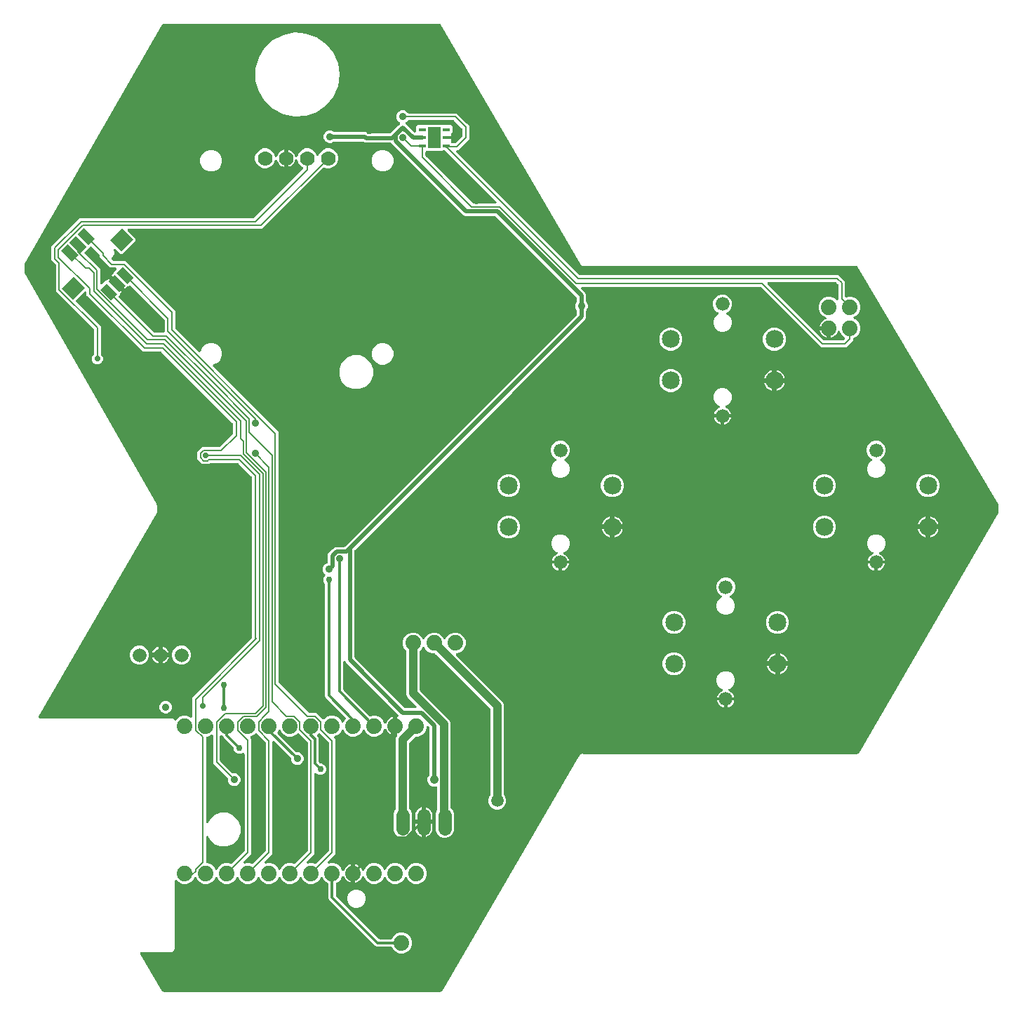
<source format=gbr>
G04 EAGLE Gerber RS-274X export*
G75*
%MOMM*%
%FSLAX34Y34*%
%LPD*%
%AMOC8*
5,1,8,0,0,1.08239X$1,22.5*%
G01*
%ADD10C,2.159000*%
%ADD11C,1.676400*%
%ADD12C,1.879600*%
%ADD13R,1.850000X1.100000*%
%ADD14R,1.900000X2.000000*%
%ADD15R,0.850000X0.450000*%
%ADD16R,1.600000X2.500000*%
%ADD17C,1.778000*%
%ADD18C,1.625600*%
%ADD19C,1.669600*%
%ADD20C,0.304800*%
%ADD21C,0.906400*%
%ADD22C,0.756400*%
%ADD23C,0.508000*%
%ADD24C,1.050000*%
%ADD25C,0.203200*%
%ADD26C,0.706400*%
%ADD27C,1.016000*%
%ADD28C,1.500000*%

G36*
X554177Y36340D02*
X554177Y36340D01*
X554324Y36351D01*
X554350Y36359D01*
X554377Y36363D01*
X554516Y36412D01*
X554656Y36457D01*
X554679Y36471D01*
X554705Y36480D01*
X554829Y36560D01*
X554955Y36635D01*
X554975Y36654D01*
X554998Y36669D01*
X555101Y36775D01*
X555206Y36877D01*
X555225Y36904D01*
X555240Y36920D01*
X555265Y36962D01*
X555346Y37078D01*
X721012Y320718D01*
X721030Y320758D01*
X721104Y320903D01*
X721293Y321360D01*
X721380Y321447D01*
X721426Y321504D01*
X721479Y321555D01*
X721569Y321685D01*
X721597Y321720D01*
X721604Y321735D01*
X721618Y321756D01*
X721680Y321862D01*
X722074Y322161D01*
X722105Y322191D01*
X722230Y322297D01*
X722580Y322647D01*
X722693Y322693D01*
X722757Y322729D01*
X722825Y322756D01*
X722958Y322841D01*
X722998Y322863D01*
X723010Y322874D01*
X723031Y322888D01*
X723129Y322962D01*
X723607Y323087D01*
X723648Y323103D01*
X723803Y323153D01*
X724260Y323343D01*
X724383Y323343D01*
X724456Y323351D01*
X724529Y323350D01*
X724684Y323377D01*
X724729Y323383D01*
X724745Y323388D01*
X724770Y323393D01*
X724888Y323424D01*
X725379Y323357D01*
X725422Y323356D01*
X725585Y323343D01*
X1056944Y323343D01*
X1057091Y323360D01*
X1057240Y323372D01*
X1057265Y323380D01*
X1057291Y323383D01*
X1057430Y323433D01*
X1057572Y323478D01*
X1057594Y323491D01*
X1057619Y323500D01*
X1057744Y323581D01*
X1057871Y323657D01*
X1057889Y323675D01*
X1057911Y323689D01*
X1058015Y323796D01*
X1058121Y323899D01*
X1058139Y323925D01*
X1058154Y323940D01*
X1058178Y323981D01*
X1058261Y324100D01*
X1227121Y614288D01*
X1227162Y614384D01*
X1227213Y614475D01*
X1227232Y614543D01*
X1227260Y614608D01*
X1227279Y614710D01*
X1227308Y614811D01*
X1227315Y614904D01*
X1227324Y614950D01*
X1227322Y614988D01*
X1227327Y615055D01*
X1227327Y623173D01*
X1227315Y623281D01*
X1227312Y623391D01*
X1227295Y623454D01*
X1227287Y623519D01*
X1227250Y623622D01*
X1227222Y623728D01*
X1227185Y623805D01*
X1227170Y623847D01*
X1227148Y623881D01*
X1227115Y623948D01*
X1057014Y911619D01*
X1056927Y911734D01*
X1056846Y911851D01*
X1056822Y911872D01*
X1056803Y911897D01*
X1056693Y911988D01*
X1056587Y912084D01*
X1056559Y912100D01*
X1056535Y912120D01*
X1056407Y912184D01*
X1056282Y912253D01*
X1056252Y912261D01*
X1056223Y912275D01*
X1056084Y912309D01*
X1055946Y912348D01*
X1055908Y912351D01*
X1055884Y912356D01*
X1055835Y912357D01*
X1055703Y912367D01*
X726851Y912367D01*
X726808Y912362D01*
X726647Y912353D01*
X726153Y912287D01*
X726038Y912317D01*
X725965Y912327D01*
X725893Y912348D01*
X725738Y912360D01*
X725693Y912367D01*
X725676Y912365D01*
X725650Y912367D01*
X725530Y912367D01*
X725070Y912558D01*
X725028Y912570D01*
X724876Y912623D01*
X724394Y912750D01*
X724300Y912823D01*
X724236Y912861D01*
X724178Y912906D01*
X724040Y912977D01*
X724000Y913001D01*
X723983Y913006D01*
X723960Y913018D01*
X723850Y913063D01*
X723498Y913416D01*
X723463Y913443D01*
X723343Y913551D01*
X722947Y913852D01*
X722887Y913955D01*
X722842Y914014D01*
X722806Y914079D01*
X722706Y914198D01*
X722678Y914234D01*
X722665Y914245D01*
X722648Y914265D01*
X722563Y914350D01*
X722373Y914810D01*
X722351Y914848D01*
X722282Y914994D01*
X554073Y1203711D01*
X553984Y1203830D01*
X553899Y1203951D01*
X553880Y1203969D01*
X553864Y1203990D01*
X553750Y1204085D01*
X553641Y1204184D01*
X553617Y1204197D01*
X553597Y1204214D01*
X553466Y1204281D01*
X553336Y1204353D01*
X553310Y1204360D01*
X553286Y1204372D01*
X553143Y1204407D01*
X553000Y1204448D01*
X552968Y1204450D01*
X552948Y1204455D01*
X552900Y1204456D01*
X552756Y1204467D01*
X219424Y1204467D01*
X219274Y1204450D01*
X219122Y1204437D01*
X219101Y1204430D01*
X219078Y1204427D01*
X218935Y1204376D01*
X218791Y1204329D01*
X218771Y1204318D01*
X218750Y1204310D01*
X218622Y1204227D01*
X218492Y1204149D01*
X218476Y1204133D01*
X218457Y1204121D01*
X218351Y1204011D01*
X218243Y1203906D01*
X218228Y1203883D01*
X218215Y1203870D01*
X218191Y1203830D01*
X218104Y1203704D01*
X51766Y914801D01*
X51726Y914708D01*
X51677Y914620D01*
X51657Y914549D01*
X51628Y914481D01*
X51610Y914381D01*
X51582Y914284D01*
X51574Y914185D01*
X51566Y914138D01*
X51568Y914102D01*
X51563Y914041D01*
X51563Y904586D01*
X51570Y904525D01*
X51570Y904523D01*
X51571Y904513D01*
X51574Y904489D01*
X51575Y904391D01*
X51594Y904316D01*
X51603Y904239D01*
X51619Y904194D01*
X51621Y904178D01*
X51639Y904134D01*
X51659Y904053D01*
X51704Y903958D01*
X51720Y903911D01*
X51739Y903883D01*
X51740Y903880D01*
X51750Y903854D01*
X51755Y903847D01*
X51763Y903831D01*
X210577Y625277D01*
X210625Y625211D01*
X210664Y625140D01*
X210754Y625035D01*
X210783Y624996D01*
X210800Y624981D01*
X210823Y624954D01*
X210887Y624890D01*
X211088Y624404D01*
X211112Y624361D01*
X211172Y624232D01*
X211433Y623775D01*
X211444Y623685D01*
X211464Y623606D01*
X211473Y623526D01*
X211515Y623394D01*
X211527Y623347D01*
X211537Y623327D01*
X211548Y623293D01*
X211583Y623210D01*
X211583Y622683D01*
X211588Y622635D01*
X211595Y622492D01*
X211661Y621970D01*
X211637Y621883D01*
X211624Y621803D01*
X211602Y621724D01*
X211591Y621587D01*
X211584Y621538D01*
X211586Y621516D01*
X211583Y621481D01*
X211583Y616744D01*
X211591Y616669D01*
X211590Y616594D01*
X211617Y616444D01*
X211623Y616398D01*
X211629Y616381D01*
X211634Y616354D01*
X211663Y616242D01*
X211596Y615745D01*
X211595Y615700D01*
X211583Y615542D01*
X211583Y615040D01*
X211538Y614934D01*
X211518Y614861D01*
X211488Y614793D01*
X211456Y614643D01*
X211443Y614598D01*
X211442Y614580D01*
X211436Y614554D01*
X211421Y614439D01*
X211169Y614005D01*
X211151Y613964D01*
X211078Y613823D01*
X210887Y613360D01*
X210805Y613278D01*
X210758Y613219D01*
X210704Y613167D01*
X210617Y613041D01*
X210588Y613005D01*
X210580Y612989D01*
X210565Y612966D01*
X68691Y368811D01*
X68660Y368740D01*
X68620Y368673D01*
X68590Y368581D01*
X68552Y368492D01*
X68537Y368415D01*
X68514Y368341D01*
X68506Y368245D01*
X68488Y368149D01*
X68492Y368071D01*
X68486Y367994D01*
X68500Y367898D01*
X68505Y367801D01*
X68526Y367726D01*
X68537Y367649D01*
X68573Y367559D01*
X68600Y367466D01*
X68637Y367398D01*
X68666Y367325D01*
X68721Y367246D01*
X68768Y367161D01*
X68821Y367103D01*
X68865Y367039D01*
X68937Y366974D01*
X69002Y366902D01*
X69066Y366858D01*
X69124Y366806D01*
X69209Y366759D01*
X69288Y366703D01*
X69361Y366675D01*
X69429Y366637D01*
X69522Y366611D01*
X69612Y366575D01*
X69689Y366564D01*
X69764Y366542D01*
X69910Y366531D01*
X69957Y366524D01*
X69977Y366525D01*
X70008Y366523D01*
X229510Y366523D01*
X231190Y365827D01*
X232528Y364488D01*
X232537Y364471D01*
X232553Y364453D01*
X232565Y364432D01*
X232647Y364341D01*
X232649Y364338D01*
X232653Y364335D01*
X232666Y364320D01*
X232763Y364206D01*
X232782Y364192D01*
X232799Y364174D01*
X232922Y364088D01*
X233043Y363999D01*
X233066Y363989D01*
X233085Y363975D01*
X233225Y363920D01*
X233363Y363861D01*
X233387Y363856D01*
X233409Y363848D01*
X233558Y363826D01*
X233706Y363799D01*
X233731Y363800D01*
X233754Y363797D01*
X233904Y363809D01*
X234054Y363817D01*
X234078Y363824D01*
X234102Y363826D01*
X234245Y363872D01*
X234389Y363913D01*
X234410Y363925D01*
X234433Y363933D01*
X234562Y364010D01*
X234694Y364084D01*
X234716Y364102D01*
X234732Y364112D01*
X234766Y364145D01*
X234784Y364160D01*
X234795Y364168D01*
X234808Y364181D01*
X234880Y364242D01*
X238059Y367422D01*
X242634Y369317D01*
X247586Y369317D01*
X252401Y367322D01*
X252546Y367281D01*
X252689Y367235D01*
X252713Y367233D01*
X252736Y367226D01*
X252887Y367219D01*
X253036Y367207D01*
X253060Y367211D01*
X253084Y367210D01*
X253232Y367236D01*
X253381Y367259D01*
X253403Y367268D01*
X253427Y367272D01*
X253565Y367332D01*
X253705Y367388D01*
X253725Y367401D01*
X253747Y367411D01*
X253868Y367501D01*
X253991Y367586D01*
X254007Y367604D01*
X254027Y367619D01*
X254124Y367734D01*
X254224Y367845D01*
X254236Y367866D01*
X254252Y367885D01*
X254320Y368018D01*
X254393Y368150D01*
X254399Y368174D01*
X254410Y368195D01*
X254447Y368341D01*
X254488Y368486D01*
X254490Y368515D01*
X254495Y368533D01*
X254495Y368580D01*
X254507Y368729D01*
X254507Y391066D01*
X325689Y462248D01*
X325768Y462347D01*
X325852Y462440D01*
X325876Y462483D01*
X325906Y462521D01*
X325960Y462635D01*
X326021Y462745D01*
X326034Y462792D01*
X326055Y462836D01*
X326081Y462959D01*
X326116Y463081D01*
X326121Y463142D01*
X326128Y463176D01*
X326127Y463224D01*
X326135Y463325D01*
X326135Y656815D01*
X326121Y656941D01*
X326114Y657067D01*
X326101Y657114D01*
X326095Y657162D01*
X326053Y657281D01*
X326018Y657402D01*
X325994Y657444D01*
X325978Y657490D01*
X325909Y657596D01*
X325848Y657706D01*
X325808Y657752D01*
X325789Y657782D01*
X325754Y657816D01*
X325689Y657892D01*
X309912Y673669D01*
X309813Y673748D01*
X309720Y673832D01*
X309677Y673856D01*
X309639Y673886D01*
X309525Y673940D01*
X309415Y674001D01*
X309368Y674014D01*
X309324Y674035D01*
X309201Y674061D01*
X309079Y674096D01*
X309018Y674101D01*
X308984Y674108D01*
X308936Y674107D01*
X308835Y674115D01*
X276332Y674115D01*
X276206Y674101D01*
X276080Y674094D01*
X276034Y674081D01*
X275986Y674075D01*
X275867Y674033D01*
X275745Y673998D01*
X275703Y673974D01*
X275657Y673958D01*
X275551Y673889D01*
X275441Y673828D01*
X275395Y673788D01*
X275365Y673769D01*
X275331Y673734D01*
X275255Y673669D01*
X274709Y673123D01*
X266311Y673123D01*
X260373Y679061D01*
X260373Y687459D01*
X266311Y693397D01*
X286967Y693397D01*
X287093Y693411D01*
X287219Y693418D01*
X287266Y693431D01*
X287314Y693437D01*
X287433Y693479D01*
X287554Y693514D01*
X287596Y693538D01*
X287642Y693554D01*
X287748Y693623D01*
X287858Y693684D01*
X287904Y693724D01*
X287934Y693743D01*
X287968Y693778D01*
X288044Y693843D01*
X302829Y708628D01*
X302908Y708727D01*
X302992Y708820D01*
X303016Y708863D01*
X303046Y708901D01*
X303100Y709015D01*
X303161Y709125D01*
X303174Y709172D01*
X303195Y709216D01*
X303221Y709339D01*
X303256Y709461D01*
X303261Y709522D01*
X303268Y709556D01*
X303267Y709604D01*
X303275Y709705D01*
X303275Y721585D01*
X303261Y721711D01*
X303254Y721837D01*
X303241Y721884D01*
X303235Y721932D01*
X303193Y722051D01*
X303158Y722172D01*
X303134Y722214D01*
X303118Y722260D01*
X303049Y722366D01*
X302988Y722476D01*
X302948Y722522D01*
X302929Y722552D01*
X302894Y722586D01*
X302829Y722662D01*
X217202Y808289D01*
X217103Y808368D01*
X217010Y808452D01*
X216967Y808476D01*
X216929Y808506D01*
X216815Y808560D01*
X216705Y808621D01*
X216658Y808634D01*
X216614Y808655D01*
X216491Y808681D01*
X216369Y808716D01*
X216308Y808721D01*
X216274Y808728D01*
X216226Y808727D01*
X216125Y808735D01*
X194797Y808735D01*
X126625Y876907D01*
X126625Y879901D01*
X126614Y880001D01*
X126612Y880101D01*
X126594Y880173D01*
X126585Y880247D01*
X126551Y880342D01*
X126527Y880439D01*
X126493Y880505D01*
X126468Y880575D01*
X126413Y880660D01*
X126367Y880749D01*
X126319Y880806D01*
X126279Y880868D01*
X126207Y880938D01*
X126142Y881015D01*
X126082Y881059D01*
X126028Y881110D01*
X125942Y881162D01*
X125861Y881222D01*
X125793Y881251D01*
X125729Y881289D01*
X125633Y881320D01*
X125541Y881360D01*
X125468Y881373D01*
X125397Y881396D01*
X125297Y881404D01*
X125198Y881421D01*
X125124Y881418D01*
X125050Y881424D01*
X124950Y881409D01*
X124850Y881403D01*
X124779Y881383D01*
X124705Y881372D01*
X124612Y881335D01*
X124515Y881307D01*
X124450Y881271D01*
X124381Y881243D01*
X124299Y881186D01*
X124211Y881137D01*
X124135Y881072D01*
X124095Y881044D01*
X124071Y881018D01*
X124025Y880978D01*
X114095Y871048D01*
X114078Y871028D01*
X114058Y871011D01*
X113970Y870891D01*
X113878Y870775D01*
X113867Y870752D01*
X113851Y870730D01*
X113793Y870594D01*
X113729Y870460D01*
X113724Y870434D01*
X113713Y870410D01*
X113687Y870264D01*
X113656Y870119D01*
X113656Y870093D01*
X113652Y870067D01*
X113659Y869919D01*
X113662Y869771D01*
X113668Y869745D01*
X113670Y869719D01*
X113711Y869577D01*
X113747Y869433D01*
X113759Y869410D01*
X113766Y869384D01*
X113838Y869255D01*
X113906Y869123D01*
X113923Y869103D01*
X113936Y869080D01*
X114095Y868894D01*
X143765Y839224D01*
X143765Y805973D01*
X143779Y805847D01*
X143786Y805721D01*
X143799Y805675D01*
X143805Y805627D01*
X143847Y805508D01*
X143882Y805386D01*
X143906Y805344D01*
X143922Y805298D01*
X143991Y805192D01*
X144052Y805082D01*
X144092Y805036D01*
X144111Y805006D01*
X144146Y804972D01*
X144211Y804896D01*
X145279Y803828D01*
X146281Y801409D01*
X146281Y798791D01*
X145279Y796372D01*
X143428Y794521D01*
X141009Y793519D01*
X138391Y793519D01*
X135972Y794521D01*
X134121Y796372D01*
X133119Y798791D01*
X133119Y801409D01*
X134121Y803828D01*
X135189Y804896D01*
X135268Y804995D01*
X135352Y805089D01*
X135376Y805131D01*
X135406Y805169D01*
X135460Y805283D01*
X135521Y805394D01*
X135534Y805440D01*
X135555Y805484D01*
X135581Y805607D01*
X135616Y805729D01*
X135621Y805790D01*
X135628Y805825D01*
X135627Y805873D01*
X135635Y805973D01*
X135635Y835226D01*
X135621Y835351D01*
X135614Y835477D01*
X135601Y835524D01*
X135595Y835572D01*
X135553Y835691D01*
X135518Y835812D01*
X135494Y835854D01*
X135478Y835900D01*
X135409Y836006D01*
X135348Y836117D01*
X135308Y836163D01*
X135289Y836193D01*
X135254Y836226D01*
X135189Y836303D01*
X89595Y881897D01*
X89595Y913054D01*
X89581Y913180D01*
X89574Y913306D01*
X89561Y913353D01*
X89555Y913401D01*
X89513Y913520D01*
X89478Y913641D01*
X89454Y913683D01*
X89438Y913729D01*
X89369Y913835D01*
X89308Y913945D01*
X89268Y913992D01*
X89249Y914022D01*
X89214Y914055D01*
X89149Y914131D01*
X87002Y916279D01*
X84175Y919106D01*
X84175Y935504D01*
X118596Y969925D01*
X327885Y969925D01*
X328011Y969940D01*
X328137Y969946D01*
X328184Y969960D01*
X328232Y969965D01*
X328351Y970008D01*
X328472Y970043D01*
X328514Y970066D01*
X328560Y970083D01*
X328666Y970151D01*
X328776Y970213D01*
X328822Y970252D01*
X328852Y970272D01*
X328886Y970307D01*
X328962Y970372D01*
X387605Y1029014D01*
X387698Y1029131D01*
X387795Y1029246D01*
X387806Y1029268D01*
X387821Y1029287D01*
X387886Y1029423D01*
X387954Y1029556D01*
X387960Y1029580D01*
X387970Y1029602D01*
X388002Y1029749D01*
X388038Y1029895D01*
X388038Y1029919D01*
X388044Y1029942D01*
X388041Y1030092D01*
X388043Y1030243D01*
X388038Y1030267D01*
X388038Y1030291D01*
X388001Y1030437D01*
X387969Y1030584D01*
X387958Y1030605D01*
X387953Y1030629D01*
X387883Y1030763D01*
X387819Y1030898D01*
X387804Y1030917D01*
X387793Y1030939D01*
X387695Y1031054D01*
X387602Y1031171D01*
X387583Y1031186D01*
X387567Y1031204D01*
X387446Y1031294D01*
X387328Y1031387D01*
X387302Y1031400D01*
X387287Y1031411D01*
X387243Y1031430D01*
X387110Y1031498D01*
X385877Y1032009D01*
X382519Y1035367D01*
X380741Y1039659D01*
X380664Y1039798D01*
X380589Y1039940D01*
X380579Y1039951D01*
X380572Y1039963D01*
X380465Y1040082D01*
X380359Y1040202D01*
X380348Y1040210D01*
X380338Y1040221D01*
X380206Y1040312D01*
X380077Y1040406D01*
X380063Y1040411D01*
X380051Y1040419D01*
X379902Y1040478D01*
X379755Y1040540D01*
X379741Y1040542D01*
X379727Y1040547D01*
X379569Y1040571D01*
X379411Y1040597D01*
X379397Y1040596D01*
X379382Y1040598D01*
X379223Y1040585D01*
X379063Y1040575D01*
X379049Y1040570D01*
X379035Y1040569D01*
X378883Y1040520D01*
X378730Y1040474D01*
X378717Y1040467D01*
X378703Y1040462D01*
X378566Y1040380D01*
X378428Y1040300D01*
X378417Y1040290D01*
X378405Y1040282D01*
X378290Y1040171D01*
X378173Y1040062D01*
X378165Y1040050D01*
X378155Y1040040D01*
X378068Y1039905D01*
X377979Y1039772D01*
X377973Y1039756D01*
X377966Y1039746D01*
X377953Y1039710D01*
X377885Y1039546D01*
X377362Y1037937D01*
X376582Y1036405D01*
X375571Y1035014D01*
X374356Y1033799D01*
X372965Y1032788D01*
X371433Y1032008D01*
X369798Y1031476D01*
X369739Y1031467D01*
X369739Y1041154D01*
X369736Y1041180D01*
X369738Y1041206D01*
X369716Y1041353D01*
X369699Y1041500D01*
X369691Y1041525D01*
X369687Y1041551D01*
X369632Y1041688D01*
X369582Y1041828D01*
X369568Y1041850D01*
X369558Y1041875D01*
X369473Y1041996D01*
X369393Y1042121D01*
X369380Y1042133D01*
X369425Y1042180D01*
X369439Y1042203D01*
X369456Y1042222D01*
X369528Y1042352D01*
X369604Y1042479D01*
X369612Y1042504D01*
X369625Y1042527D01*
X369665Y1042670D01*
X369710Y1042811D01*
X369712Y1042837D01*
X369720Y1042862D01*
X369739Y1043106D01*
X369739Y1052793D01*
X369798Y1052784D01*
X371433Y1052252D01*
X372965Y1051472D01*
X374356Y1050461D01*
X375571Y1049246D01*
X376582Y1047855D01*
X377362Y1046323D01*
X377885Y1044714D01*
X377951Y1044569D01*
X378016Y1044422D01*
X378024Y1044410D01*
X378030Y1044397D01*
X378128Y1044271D01*
X378223Y1044142D01*
X378235Y1044132D01*
X378243Y1044121D01*
X378367Y1044020D01*
X378489Y1043917D01*
X378502Y1043910D01*
X378514Y1043901D01*
X378658Y1043830D01*
X378800Y1043758D01*
X378814Y1043754D01*
X378827Y1043748D01*
X378984Y1043712D01*
X379138Y1043674D01*
X379152Y1043674D01*
X379167Y1043670D01*
X379326Y1043671D01*
X379486Y1043669D01*
X379501Y1043672D01*
X379515Y1043672D01*
X379670Y1043709D01*
X379827Y1043743D01*
X379840Y1043749D01*
X379854Y1043753D01*
X379998Y1043824D01*
X380142Y1043893D01*
X380153Y1043902D01*
X380166Y1043908D01*
X380290Y1044011D01*
X380414Y1044110D01*
X380423Y1044122D01*
X380434Y1044131D01*
X380531Y1044258D01*
X380630Y1044384D01*
X380638Y1044399D01*
X380645Y1044408D01*
X380660Y1044443D01*
X380741Y1044601D01*
X382519Y1048893D01*
X385877Y1052251D01*
X390265Y1054069D01*
X395015Y1054069D01*
X399403Y1052251D01*
X402761Y1048893D01*
X403933Y1046064D01*
X403982Y1045977D01*
X404022Y1045885D01*
X404066Y1045825D01*
X404102Y1045760D01*
X404169Y1045685D01*
X404229Y1045605D01*
X404286Y1045557D01*
X404336Y1045502D01*
X404419Y1045444D01*
X404495Y1045380D01*
X404562Y1045346D01*
X404623Y1045303D01*
X404716Y1045267D01*
X404806Y1045221D01*
X404878Y1045203D01*
X404947Y1045176D01*
X405046Y1045161D01*
X405144Y1045137D01*
X405218Y1045136D01*
X405292Y1045125D01*
X405392Y1045133D01*
X405492Y1045132D01*
X405565Y1045148D01*
X405639Y1045154D01*
X405735Y1045185D01*
X405833Y1045206D01*
X405900Y1045238D01*
X405971Y1045261D01*
X406057Y1045313D01*
X406148Y1045356D01*
X406206Y1045402D01*
X406269Y1045441D01*
X406341Y1045510D01*
X406420Y1045573D01*
X406466Y1045632D01*
X406519Y1045683D01*
X406574Y1045768D01*
X406636Y1045847D01*
X406682Y1045936D01*
X406708Y1045977D01*
X406720Y1046010D01*
X406747Y1046064D01*
X407919Y1048893D01*
X411277Y1052251D01*
X415665Y1054069D01*
X420415Y1054069D01*
X424803Y1052251D01*
X428161Y1048893D01*
X429979Y1044505D01*
X429979Y1039755D01*
X428161Y1035367D01*
X424803Y1032009D01*
X420415Y1030191D01*
X415665Y1030191D01*
X413908Y1030919D01*
X413834Y1030940D01*
X413764Y1030971D01*
X413667Y1030988D01*
X413572Y1031015D01*
X413496Y1031019D01*
X413421Y1031032D01*
X413323Y1031027D01*
X413224Y1031032D01*
X413149Y1031018D01*
X413073Y1031014D01*
X412978Y1030987D01*
X412882Y1030969D01*
X412811Y1030939D01*
X412738Y1030918D01*
X412652Y1030870D01*
X412562Y1030831D01*
X412501Y1030785D01*
X412434Y1030748D01*
X412335Y1030664D01*
X412327Y1030659D01*
X412319Y1030650D01*
X412282Y1030623D01*
X412270Y1030608D01*
X412248Y1030589D01*
X341709Y960051D01*
X338882Y957224D01*
X177414Y957224D01*
X177314Y957212D01*
X177214Y957211D01*
X177142Y957192D01*
X177068Y957184D01*
X176974Y957150D01*
X176876Y957126D01*
X176810Y957092D01*
X176740Y957066D01*
X176656Y957012D01*
X176566Y956966D01*
X176510Y956918D01*
X176447Y956877D01*
X176377Y956805D01*
X176301Y956740D01*
X176257Y956680D01*
X176205Y956627D01*
X176153Y956541D01*
X176094Y956460D01*
X176064Y956392D01*
X176026Y956328D01*
X175995Y956232D01*
X175956Y956140D01*
X175943Y956067D01*
X175920Y955996D01*
X175912Y955896D01*
X175894Y955797D01*
X175898Y955722D01*
X175892Y955648D01*
X175907Y955549D01*
X175912Y955449D01*
X175933Y955377D01*
X175944Y955304D01*
X175981Y955210D01*
X176009Y955114D01*
X176045Y955049D01*
X176072Y954980D01*
X176130Y954897D01*
X176179Y954810D01*
X176244Y954733D01*
X176271Y954694D01*
X176298Y954670D01*
X176337Y954623D01*
X185741Y945220D01*
X185741Y942694D01*
X169813Y926766D01*
X167287Y926766D01*
X161861Y932192D01*
X161822Y932224D01*
X161788Y932261D01*
X161685Y932332D01*
X161588Y932409D01*
X161543Y932430D01*
X161501Y932459D01*
X161385Y932505D01*
X161273Y932558D01*
X161224Y932568D01*
X161177Y932587D01*
X161054Y932605D01*
X160932Y932631D01*
X160882Y932630D01*
X160832Y932638D01*
X160708Y932627D01*
X160584Y932625D01*
X160535Y932613D01*
X160485Y932609D01*
X160366Y932571D01*
X160246Y932540D01*
X160201Y932517D01*
X160153Y932502D01*
X160047Y932438D01*
X159936Y932381D01*
X159898Y932348D01*
X159855Y932322D01*
X159765Y932235D01*
X159671Y932155D01*
X159641Y932114D01*
X159605Y932079D01*
X159537Y931975D01*
X159463Y931874D01*
X159443Y931828D01*
X159416Y931786D01*
X159375Y931669D01*
X159325Y931554D01*
X159317Y931505D01*
X159300Y931457D01*
X159286Y931334D01*
X159264Y931211D01*
X159266Y931161D01*
X159261Y931111D01*
X159275Y930987D01*
X159282Y930863D01*
X159296Y930815D01*
X159301Y930765D01*
X159377Y930532D01*
X159934Y929187D01*
X159934Y926483D01*
X158899Y923984D01*
X157087Y922172D01*
X157071Y922151D01*
X157051Y922134D01*
X156962Y922015D01*
X156870Y921899D01*
X156859Y921875D01*
X156843Y921854D01*
X156785Y921718D01*
X156721Y921584D01*
X156716Y921558D01*
X156705Y921534D01*
X156679Y921388D01*
X156648Y921243D01*
X156648Y921217D01*
X156644Y921191D01*
X156651Y921043D01*
X156654Y920895D01*
X156660Y920869D01*
X156662Y920843D01*
X156703Y920701D01*
X156739Y920557D01*
X156751Y920533D01*
X156758Y920508D01*
X156831Y920379D01*
X156898Y920247D01*
X156915Y920227D01*
X156928Y920204D01*
X157087Y920018D01*
X158328Y918777D01*
X158427Y918698D01*
X158521Y918614D01*
X158563Y918590D01*
X158601Y918560D01*
X158715Y918506D01*
X158826Y918445D01*
X158872Y918432D01*
X158916Y918411D01*
X159039Y918385D01*
X159161Y918350D01*
X159222Y918345D01*
X159256Y918338D01*
X159304Y918339D01*
X159405Y918331D01*
X173405Y918331D01*
X233567Y858169D01*
X233567Y837330D01*
X233581Y837204D01*
X233588Y837078D01*
X233601Y837032D01*
X233607Y836984D01*
X233649Y836865D01*
X233684Y836743D01*
X233708Y836701D01*
X233724Y836656D01*
X233793Y836549D01*
X233854Y836439D01*
X233894Y836393D01*
X233913Y836363D01*
X233948Y836329D01*
X234013Y836253D01*
X261520Y808746D01*
X261638Y808652D01*
X261752Y808555D01*
X261774Y808544D01*
X261793Y808529D01*
X261929Y808465D01*
X262063Y808396D01*
X262086Y808391D01*
X262108Y808380D01*
X262255Y808349D01*
X262401Y808312D01*
X262425Y808312D01*
X262449Y808307D01*
X262599Y808309D01*
X262749Y808307D01*
X262773Y808312D01*
X262797Y808313D01*
X262943Y808349D01*
X263090Y808382D01*
X263112Y808392D01*
X263135Y808398D01*
X263269Y808467D01*
X263405Y808531D01*
X263423Y808546D01*
X263445Y808557D01*
X263560Y808655D01*
X263677Y808749D01*
X263692Y808768D01*
X263710Y808783D01*
X263800Y808904D01*
X263893Y809022D01*
X263906Y809048D01*
X263918Y809064D01*
X263936Y809107D01*
X264004Y809240D01*
X265778Y813522D01*
X269448Y817192D01*
X274244Y819179D01*
X279436Y819179D01*
X284232Y817192D01*
X287902Y813522D01*
X289889Y808726D01*
X289889Y803534D01*
X287902Y798738D01*
X284232Y795068D01*
X279950Y793294D01*
X279819Y793221D01*
X279685Y793152D01*
X279666Y793137D01*
X279645Y793125D01*
X279534Y793024D01*
X279419Y792927D01*
X279405Y792907D01*
X279387Y792891D01*
X279302Y792767D01*
X279212Y792646D01*
X279203Y792624D01*
X279189Y792604D01*
X279134Y792464D01*
X279074Y792326D01*
X279070Y792303D01*
X279061Y792280D01*
X279039Y792131D01*
X279013Y791983D01*
X279014Y791959D01*
X279010Y791935D01*
X279023Y791785D01*
X279031Y791635D01*
X279037Y791612D01*
X279039Y791588D01*
X279086Y791445D01*
X279127Y791300D01*
X279139Y791279D01*
X279146Y791256D01*
X279224Y791127D01*
X279297Y790996D01*
X279316Y790974D01*
X279326Y790958D01*
X279359Y790924D01*
X279416Y790856D01*
X279422Y790848D01*
X279428Y790843D01*
X279456Y790810D01*
X355568Y714698D01*
X358395Y711871D01*
X358395Y410163D01*
X358409Y410038D01*
X358416Y409912D01*
X358429Y409865D01*
X358435Y409817D01*
X358477Y409698D01*
X358512Y409577D01*
X358536Y409535D01*
X358552Y409489D01*
X358621Y409383D01*
X358682Y409272D01*
X358722Y409226D01*
X358741Y409196D01*
X358776Y409163D01*
X358841Y409086D01*
X394608Y373319D01*
X394707Y373240D01*
X394801Y373156D01*
X394843Y373132D01*
X394881Y373102D01*
X394995Y373048D01*
X395106Y372987D01*
X395153Y372974D01*
X395196Y372953D01*
X395320Y372927D01*
X395442Y372892D01*
X395502Y372887D01*
X395537Y372880D01*
X395585Y372881D01*
X395685Y372873D01*
X404139Y372873D01*
X406966Y370046D01*
X411647Y365364D01*
X411668Y365348D01*
X411685Y365328D01*
X411804Y365240D01*
X411920Y365147D01*
X411944Y365136D01*
X411965Y365120D01*
X412101Y365062D01*
X412236Y364998D01*
X412261Y364993D01*
X412285Y364982D01*
X412431Y364956D01*
X412576Y364925D01*
X412602Y364925D01*
X412628Y364921D01*
X412777Y364928D01*
X412925Y364931D01*
X412950Y364937D01*
X412976Y364939D01*
X413119Y364980D01*
X413263Y365016D01*
X413286Y365028D01*
X413311Y365035D01*
X413441Y365108D01*
X413572Y365176D01*
X413592Y365193D01*
X413615Y365205D01*
X413802Y365364D01*
X415859Y367422D01*
X420434Y369317D01*
X425386Y369317D01*
X429961Y367422D01*
X433462Y363921D01*
X434203Y362132D01*
X434251Y362044D01*
X434292Y361952D01*
X434336Y361892D01*
X434372Y361827D01*
X434439Y361753D01*
X434499Y361672D01*
X434556Y361624D01*
X434606Y361569D01*
X434689Y361512D01*
X434765Y361447D01*
X434832Y361413D01*
X434893Y361371D01*
X434986Y361334D01*
X435076Y361288D01*
X435148Y361270D01*
X435217Y361243D01*
X435316Y361228D01*
X435414Y361204D01*
X435488Y361203D01*
X435562Y361192D01*
X435662Y361201D01*
X435762Y361199D01*
X435835Y361215D01*
X435909Y361221D01*
X436005Y361252D01*
X436103Y361273D01*
X436170Y361305D01*
X436241Y361328D01*
X436327Y361380D01*
X436418Y361423D01*
X436476Y361470D01*
X436539Y361508D01*
X436611Y361578D01*
X436690Y361641D01*
X436736Y361699D01*
X436789Y361751D01*
X436844Y361835D01*
X436906Y361914D01*
X436952Y362004D01*
X436978Y362044D01*
X436990Y362078D01*
X437017Y362132D01*
X437758Y363921D01*
X439008Y365171D01*
X439025Y365191D01*
X439045Y365208D01*
X439133Y365328D01*
X439225Y365444D01*
X439236Y365467D01*
X439252Y365488D01*
X439311Y365625D01*
X439374Y365759D01*
X439379Y365784D01*
X439390Y365809D01*
X439416Y365955D01*
X439447Y366099D01*
X439447Y366126D01*
X439451Y366152D01*
X439444Y366300D01*
X439441Y366448D01*
X439435Y366473D01*
X439434Y366500D01*
X439392Y366642D01*
X439356Y366786D01*
X439344Y366809D01*
X439337Y366834D01*
X439265Y366964D01*
X439197Y367096D01*
X439180Y367116D01*
X439167Y367139D01*
X439008Y367325D01*
X416724Y389609D01*
X415223Y391110D01*
X414527Y392790D01*
X414527Y527682D01*
X414513Y527807D01*
X414506Y527933D01*
X414493Y527980D01*
X414487Y528028D01*
X414445Y528147D01*
X414410Y528268D01*
X414386Y528310D01*
X414370Y528356D01*
X414301Y528462D01*
X414240Y528572D01*
X414200Y528619D01*
X414181Y528649D01*
X414146Y528682D01*
X414081Y528759D01*
X413309Y529531D01*
X412269Y532041D01*
X412269Y534759D01*
X413309Y537269D01*
X414182Y538143D01*
X414199Y538163D01*
X414219Y538180D01*
X414307Y538299D01*
X414399Y538416D01*
X414410Y538439D01*
X414426Y538460D01*
X414485Y538596D01*
X414548Y538731D01*
X414554Y538756D01*
X414564Y538780D01*
X414590Y538927D01*
X414621Y539071D01*
X414621Y539097D01*
X414626Y539123D01*
X414618Y539272D01*
X414615Y539420D01*
X414609Y539445D01*
X414608Y539471D01*
X414567Y539614D01*
X414530Y539758D01*
X414518Y539781D01*
X414511Y539806D01*
X414439Y539936D01*
X414371Y540068D01*
X414354Y540088D01*
X414341Y540111D01*
X414182Y540297D01*
X412673Y541806D01*
X411519Y544592D01*
X411519Y547608D01*
X412673Y550394D01*
X414806Y552527D01*
X416675Y553301D01*
X416742Y553338D01*
X416813Y553366D01*
X416893Y553422D01*
X416980Y553470D01*
X417036Y553522D01*
X417099Y553565D01*
X417165Y553638D01*
X417238Y553704D01*
X417281Y553767D01*
X417332Y553824D01*
X417380Y553910D01*
X417436Y553991D01*
X417464Y554062D01*
X417501Y554129D01*
X417528Y554224D01*
X417564Y554315D01*
X417575Y554391D01*
X417596Y554464D01*
X417608Y554613D01*
X417615Y554660D01*
X417613Y554679D01*
X417615Y554708D01*
X417615Y563472D01*
X418466Y565526D01*
X420252Y567313D01*
X420253Y567313D01*
X423287Y570347D01*
X423287Y570348D01*
X425074Y572134D01*
X427128Y572985D01*
X437450Y572985D01*
X437575Y572999D01*
X437702Y573006D01*
X437748Y573019D01*
X437796Y573025D01*
X437915Y573067D01*
X438037Y573102D01*
X438079Y573126D01*
X438124Y573142D01*
X438231Y573211D01*
X438341Y573272D01*
X438387Y573312D01*
X438417Y573331D01*
X438451Y573366D01*
X438527Y573431D01*
X439548Y574451D01*
X439548Y574452D01*
X632048Y766952D01*
X632049Y766952D01*
X717865Y852769D01*
X717944Y852868D01*
X718028Y852962D01*
X718052Y853004D01*
X718082Y853042D01*
X718136Y853156D01*
X718197Y853267D01*
X718210Y853313D01*
X718231Y853357D01*
X718257Y853480D01*
X718292Y853602D01*
X718297Y853663D01*
X718304Y853698D01*
X718303Y853746D01*
X718311Y853846D01*
X718311Y857837D01*
X718297Y857963D01*
X718290Y858089D01*
X718277Y858135D01*
X718271Y858183D01*
X718229Y858302D01*
X718194Y858424D01*
X718170Y858466D01*
X718154Y858511D01*
X718085Y858618D01*
X718024Y858728D01*
X717984Y858774D01*
X717965Y858804D01*
X717930Y858838D01*
X717865Y858914D01*
X717473Y859306D01*
X716319Y862092D01*
X716319Y865108D01*
X717473Y867894D01*
X717865Y868286D01*
X717944Y868385D01*
X718028Y868479D01*
X718052Y868521D01*
X718082Y868559D01*
X718136Y868673D01*
X718197Y868784D01*
X718210Y868830D01*
X718231Y868874D01*
X718257Y868997D01*
X718292Y869119D01*
X718297Y869180D01*
X718304Y869215D01*
X718303Y869263D01*
X718311Y869363D01*
X718311Y873354D01*
X718297Y873480D01*
X718290Y873606D01*
X718277Y873652D01*
X718271Y873700D01*
X718229Y873819D01*
X718194Y873941D01*
X718170Y873983D01*
X718154Y874028D01*
X718085Y874135D01*
X718024Y874245D01*
X717984Y874291D01*
X717965Y874321D01*
X717930Y874355D01*
X717865Y874431D01*
X620431Y971865D01*
X620332Y971944D01*
X620238Y972028D01*
X620196Y972052D01*
X620158Y972082D01*
X620044Y972136D01*
X619933Y972197D01*
X619887Y972210D01*
X619843Y972231D01*
X619720Y972257D01*
X619598Y972292D01*
X619537Y972297D01*
X619502Y972304D01*
X619454Y972303D01*
X619354Y972311D01*
X583632Y972311D01*
X581578Y973162D01*
X579791Y974948D01*
X505592Y1049148D01*
X494657Y1060083D01*
X494641Y1060112D01*
X494613Y1060183D01*
X494556Y1060263D01*
X494509Y1060350D01*
X494457Y1060406D01*
X494414Y1060469D01*
X494341Y1060535D01*
X494275Y1060608D01*
X494212Y1060651D01*
X494155Y1060702D01*
X494069Y1060750D01*
X493988Y1060806D01*
X493917Y1060834D01*
X493850Y1060871D01*
X493755Y1060898D01*
X493664Y1060934D01*
X493588Y1060945D01*
X493514Y1060966D01*
X493366Y1060978D01*
X493319Y1060985D01*
X493300Y1060983D01*
X493271Y1060985D01*
X462998Y1060985D01*
X460944Y1061836D01*
X460745Y1062035D01*
X460646Y1062114D01*
X460552Y1062198D01*
X460510Y1062222D01*
X460472Y1062252D01*
X460358Y1062306D01*
X460247Y1062367D01*
X460201Y1062380D01*
X460157Y1062401D01*
X460034Y1062427D01*
X459912Y1062462D01*
X459851Y1062467D01*
X459816Y1062474D01*
X459768Y1062473D01*
X459668Y1062481D01*
X426133Y1062481D01*
X426007Y1062467D01*
X425881Y1062460D01*
X425835Y1062447D01*
X425787Y1062441D01*
X425668Y1062399D01*
X425546Y1062364D01*
X425504Y1062340D01*
X425459Y1062324D01*
X425352Y1062255D01*
X425242Y1062194D01*
X425196Y1062154D01*
X425166Y1062135D01*
X425132Y1062100D01*
X425056Y1062035D01*
X424664Y1061643D01*
X421878Y1060489D01*
X418862Y1060489D01*
X416076Y1061643D01*
X413943Y1063776D01*
X412789Y1066562D01*
X412789Y1069578D01*
X413943Y1072364D01*
X416076Y1074497D01*
X418862Y1075651D01*
X421878Y1075651D01*
X424664Y1074497D01*
X425056Y1074105D01*
X425155Y1074026D01*
X425249Y1073942D01*
X425291Y1073918D01*
X425329Y1073888D01*
X425443Y1073834D01*
X425554Y1073773D01*
X425600Y1073760D01*
X425644Y1073739D01*
X425767Y1073713D01*
X425889Y1073678D01*
X425950Y1073673D01*
X425985Y1073666D01*
X426033Y1073667D01*
X426133Y1073659D01*
X463726Y1073659D01*
X465780Y1072808D01*
X465979Y1072609D01*
X466078Y1072530D01*
X466172Y1072446D01*
X466214Y1072422D01*
X466252Y1072392D01*
X466366Y1072338D01*
X466477Y1072277D01*
X466523Y1072264D01*
X466567Y1072243D01*
X466690Y1072217D01*
X466812Y1072182D01*
X466873Y1072177D01*
X466908Y1072170D01*
X466956Y1072171D01*
X467056Y1072163D01*
X492671Y1072163D01*
X492797Y1072177D01*
X492923Y1072184D01*
X492970Y1072197D01*
X493018Y1072203D01*
X493137Y1072245D01*
X493258Y1072280D01*
X493300Y1072304D01*
X493346Y1072320D01*
X493452Y1072389D01*
X493562Y1072450D01*
X493609Y1072490D01*
X493639Y1072509D01*
X493672Y1072544D01*
X493749Y1072609D01*
X496452Y1075313D01*
X496453Y1075313D01*
X503048Y1081908D01*
X504362Y1083222D01*
X504455Y1083340D01*
X504552Y1083455D01*
X504563Y1083476D01*
X504578Y1083495D01*
X504643Y1083631D01*
X504711Y1083765D01*
X504717Y1083788D01*
X504727Y1083810D01*
X504759Y1083957D01*
X504795Y1084103D01*
X504796Y1084127D01*
X504801Y1084151D01*
X504798Y1084301D01*
X504800Y1084452D01*
X504795Y1084475D01*
X504795Y1084499D01*
X504758Y1084645D01*
X504726Y1084792D01*
X504716Y1084814D01*
X504710Y1084837D01*
X504641Y1084970D01*
X504576Y1085107D01*
X504561Y1085126D01*
X504550Y1085147D01*
X504453Y1085261D01*
X504359Y1085379D01*
X504340Y1085394D01*
X504324Y1085412D01*
X504203Y1085502D01*
X504085Y1085595D01*
X504059Y1085608D01*
X504044Y1085620D01*
X504001Y1085638D01*
X503868Y1085706D01*
X503706Y1085773D01*
X501573Y1087906D01*
X500419Y1090692D01*
X500419Y1093708D01*
X501573Y1096494D01*
X503706Y1098627D01*
X506492Y1099781D01*
X509508Y1099781D01*
X512294Y1098627D01*
X514210Y1096711D01*
X514309Y1096632D01*
X514403Y1096548D01*
X514445Y1096524D01*
X514483Y1096494D01*
X514597Y1096440D01*
X514708Y1096379D01*
X514754Y1096366D01*
X514798Y1096345D01*
X514921Y1096319D01*
X515043Y1096284D01*
X515104Y1096279D01*
X515139Y1096272D01*
X515187Y1096273D01*
X515287Y1096265D01*
X573184Y1096265D01*
X576011Y1093438D01*
X585438Y1084011D01*
X588265Y1081184D01*
X588265Y1065116D01*
X575194Y1052045D01*
X574091Y1052045D01*
X573991Y1052034D01*
X573890Y1052032D01*
X573818Y1052014D01*
X573744Y1052005D01*
X573650Y1051972D01*
X573552Y1051947D01*
X573486Y1051913D01*
X573416Y1051888D01*
X573332Y1051833D01*
X573243Y1051787D01*
X573186Y1051739D01*
X573123Y1051699D01*
X573054Y1051627D01*
X572977Y1051562D01*
X572933Y1051502D01*
X572881Y1051448D01*
X572830Y1051362D01*
X572770Y1051281D01*
X572741Y1051213D01*
X572702Y1051149D01*
X572672Y1051053D01*
X572632Y1050961D01*
X572619Y1050888D01*
X572596Y1050817D01*
X572588Y1050717D01*
X572570Y1050618D01*
X572574Y1050544D01*
X572568Y1050470D01*
X572583Y1050370D01*
X572588Y1050270D01*
X572609Y1050199D01*
X572620Y1050125D01*
X572657Y1050032D01*
X572685Y1049935D01*
X572721Y1049870D01*
X572749Y1049801D01*
X572806Y1049719D01*
X572855Y1049631D01*
X572920Y1049555D01*
X572948Y1049515D01*
X572974Y1049491D01*
X573013Y1049445D01*
X721138Y901321D01*
X721237Y901242D01*
X721330Y901158D01*
X721373Y901134D01*
X721411Y901104D01*
X721525Y901050D01*
X721635Y900989D01*
X721682Y900976D01*
X721726Y900955D01*
X721849Y900929D01*
X721971Y900894D01*
X722032Y900889D01*
X722066Y900882D01*
X722114Y900883D01*
X722215Y900875D01*
X1034182Y900875D01*
X1041833Y893224D01*
X1041833Y875631D01*
X1041836Y875606D01*
X1041834Y875581D01*
X1041852Y875461D01*
X1041863Y875332D01*
X1041871Y875309D01*
X1041873Y875285D01*
X1041883Y875259D01*
X1041886Y875237D01*
X1041928Y875131D01*
X1041970Y875000D01*
X1041983Y874980D01*
X1041991Y874957D01*
X1042007Y874931D01*
X1042015Y874913D01*
X1042075Y874825D01*
X1042150Y874702D01*
X1042167Y874684D01*
X1042180Y874664D01*
X1042204Y874641D01*
X1042214Y874627D01*
X1042288Y874560D01*
X1042393Y874452D01*
X1042413Y874439D01*
X1042430Y874422D01*
X1042461Y874404D01*
X1042472Y874393D01*
X1042552Y874349D01*
X1042560Y874345D01*
X1042686Y874264D01*
X1042709Y874255D01*
X1042730Y874243D01*
X1042764Y874232D01*
X1042777Y874225D01*
X1042859Y874201D01*
X1042873Y874197D01*
X1043014Y874147D01*
X1043038Y874144D01*
X1043061Y874137D01*
X1043099Y874134D01*
X1043113Y874130D01*
X1043300Y874115D01*
X1043361Y874108D01*
X1043385Y874111D01*
X1043409Y874109D01*
X1043558Y874131D01*
X1043707Y874149D01*
X1043735Y874158D01*
X1043754Y874161D01*
X1043798Y874178D01*
X1043940Y874224D01*
X1045274Y874777D01*
X1050226Y874777D01*
X1054801Y872882D01*
X1058302Y869381D01*
X1060197Y864806D01*
X1060197Y859854D01*
X1058302Y855279D01*
X1054801Y851778D01*
X1053012Y851037D01*
X1052924Y850989D01*
X1052832Y850949D01*
X1052772Y850904D01*
X1052707Y850868D01*
X1052633Y850801D01*
X1052552Y850741D01*
X1052504Y850684D01*
X1052449Y850634D01*
X1052392Y850551D01*
X1052327Y850475D01*
X1052293Y850408D01*
X1052251Y850347D01*
X1052214Y850254D01*
X1052168Y850164D01*
X1052150Y850092D01*
X1052123Y850023D01*
X1052108Y849924D01*
X1052084Y849826D01*
X1052083Y849752D01*
X1052072Y849678D01*
X1052081Y849578D01*
X1052079Y849478D01*
X1052095Y849405D01*
X1052101Y849331D01*
X1052132Y849235D01*
X1052153Y849137D01*
X1052185Y849070D01*
X1052208Y848999D01*
X1052260Y848913D01*
X1052303Y848822D01*
X1052350Y848764D01*
X1052388Y848701D01*
X1052458Y848628D01*
X1052521Y848550D01*
X1052579Y848504D01*
X1052631Y848451D01*
X1052715Y848396D01*
X1052794Y848334D01*
X1052884Y848288D01*
X1052924Y848262D01*
X1052958Y848250D01*
X1053012Y848223D01*
X1054801Y847482D01*
X1058302Y843981D01*
X1060197Y839406D01*
X1060197Y834454D01*
X1058302Y829879D01*
X1054801Y826378D01*
X1052755Y825531D01*
X1052688Y825494D01*
X1052617Y825466D01*
X1052536Y825409D01*
X1052450Y825362D01*
X1052394Y825310D01*
X1052331Y825267D01*
X1052265Y825194D01*
X1052192Y825127D01*
X1052149Y825065D01*
X1052098Y825008D01*
X1052050Y824922D01*
X1051994Y824841D01*
X1051966Y824770D01*
X1051929Y824703D01*
X1051902Y824608D01*
X1051866Y824517D01*
X1051855Y824441D01*
X1051834Y824367D01*
X1051822Y824219D01*
X1051815Y824172D01*
X1051817Y824153D01*
X1051815Y824124D01*
X1051815Y822725D01*
X1048988Y819898D01*
X1045986Y816896D01*
X1043159Y814069D01*
X1013189Y814069D01*
X940756Y886502D01*
X940657Y886581D01*
X940564Y886665D01*
X940521Y886689D01*
X940483Y886719D01*
X940369Y886773D01*
X940259Y886834D01*
X940212Y886847D01*
X940168Y886868D01*
X940045Y886894D01*
X939923Y886929D01*
X939862Y886934D01*
X939828Y886941D01*
X939780Y886940D01*
X939679Y886948D01*
X724833Y886948D01*
X724733Y886937D01*
X724633Y886935D01*
X724561Y886917D01*
X724487Y886908D01*
X724392Y886875D01*
X724295Y886850D01*
X724229Y886816D01*
X724159Y886791D01*
X724074Y886736D01*
X723985Y886690D01*
X723928Y886642D01*
X723866Y886602D01*
X723796Y886530D01*
X723719Y886465D01*
X723675Y886405D01*
X723624Y886351D01*
X723572Y886265D01*
X723512Y886184D01*
X723483Y886116D01*
X723445Y886052D01*
X723414Y885956D01*
X723374Y885864D01*
X723361Y885791D01*
X723338Y885720D01*
X723330Y885620D01*
X723313Y885521D01*
X723316Y885447D01*
X723310Y885373D01*
X723325Y885273D01*
X723331Y885173D01*
X723351Y885102D01*
X723362Y885028D01*
X723399Y884935D01*
X723427Y884838D01*
X723463Y884773D01*
X723491Y884704D01*
X723548Y884622D01*
X723597Y884534D01*
X723662Y884458D01*
X723690Y884418D01*
X723716Y884394D01*
X723756Y884348D01*
X728638Y879466D01*
X729489Y877412D01*
X729489Y869363D01*
X729503Y869237D01*
X729510Y869111D01*
X729523Y869065D01*
X729529Y869017D01*
X729571Y868898D01*
X729606Y868776D01*
X729630Y868734D01*
X729646Y868689D01*
X729715Y868583D01*
X729776Y868472D01*
X729816Y868426D01*
X729835Y868396D01*
X729870Y868362D01*
X729935Y868286D01*
X730327Y867894D01*
X731481Y865108D01*
X731481Y862092D01*
X730327Y859306D01*
X729935Y858914D01*
X729856Y858815D01*
X729772Y858721D01*
X729748Y858679D01*
X729718Y858641D01*
X729664Y858527D01*
X729603Y858416D01*
X729590Y858370D01*
X729569Y858326D01*
X729543Y858203D01*
X729508Y858081D01*
X729503Y858020D01*
X729496Y857985D01*
X729497Y857937D01*
X729489Y857837D01*
X729489Y849788D01*
X728638Y847734D01*
X726852Y845948D01*
X639952Y759049D01*
X639952Y759048D01*
X450535Y569631D01*
X450456Y569532D01*
X450372Y569438D01*
X450348Y569396D01*
X450318Y569358D01*
X450264Y569244D01*
X450203Y569133D01*
X450190Y569087D01*
X450169Y569043D01*
X450143Y568920D01*
X450108Y568798D01*
X450103Y568737D01*
X450096Y568702D01*
X450097Y568654D01*
X450089Y568554D01*
X450089Y439826D01*
X450103Y439700D01*
X450110Y439574D01*
X450123Y439528D01*
X450129Y439480D01*
X450171Y439361D01*
X450206Y439239D01*
X450230Y439197D01*
X450246Y439152D01*
X450315Y439045D01*
X450376Y438935D01*
X450416Y438889D01*
X450435Y438859D01*
X450470Y438825D01*
X450535Y438749D01*
X510377Y378907D01*
X510476Y378828D01*
X510570Y378744D01*
X510612Y378720D01*
X510650Y378690D01*
X510764Y378636D01*
X510875Y378575D01*
X510921Y378562D01*
X510965Y378541D01*
X511088Y378515D01*
X511210Y378480D01*
X511271Y378475D01*
X511306Y378468D01*
X511354Y378469D01*
X511454Y378461D01*
X523308Y378461D01*
X523408Y378472D01*
X523508Y378474D01*
X523580Y378492D01*
X523654Y378501D01*
X523749Y378534D01*
X523846Y378559D01*
X523912Y378593D01*
X523982Y378618D01*
X524067Y378673D01*
X524156Y378719D01*
X524213Y378767D01*
X524275Y378807D01*
X524345Y378879D01*
X524421Y378944D01*
X524466Y379004D01*
X524517Y379058D01*
X524569Y379144D01*
X524628Y379225D01*
X524658Y379293D01*
X524696Y379357D01*
X524727Y379453D01*
X524766Y379545D01*
X524780Y379618D01*
X524802Y379689D01*
X524810Y379789D01*
X524828Y379888D01*
X524824Y379962D01*
X524830Y380036D01*
X524815Y380136D01*
X524810Y380236D01*
X524790Y380307D01*
X524779Y380381D01*
X524742Y380474D01*
X524714Y380571D01*
X524677Y380636D01*
X524650Y380705D01*
X524593Y380787D01*
X524544Y380875D01*
X524478Y380951D01*
X524451Y380991D01*
X524424Y381015D01*
X524385Y381061D01*
X513809Y391637D01*
X512571Y394625D01*
X512571Y447095D01*
X512557Y447221D01*
X512550Y447347D01*
X512537Y447394D01*
X512531Y447442D01*
X512489Y447560D01*
X512454Y447682D01*
X512430Y447724D01*
X512414Y447770D01*
X512345Y447876D01*
X512284Y447986D01*
X512244Y448033D01*
X512225Y448063D01*
X512190Y448096D01*
X512125Y448173D01*
X510148Y450149D01*
X508253Y454724D01*
X508253Y459676D01*
X510148Y464251D01*
X513649Y467752D01*
X518224Y469647D01*
X523176Y469647D01*
X527751Y467752D01*
X531252Y464251D01*
X531993Y462462D01*
X532041Y462374D01*
X532081Y462282D01*
X532126Y462222D01*
X532162Y462157D01*
X532229Y462083D01*
X532289Y462002D01*
X532346Y461954D01*
X532396Y461899D01*
X532479Y461842D01*
X532555Y461777D01*
X532622Y461743D01*
X532683Y461701D01*
X532776Y461664D01*
X532866Y461618D01*
X532938Y461600D01*
X533007Y461573D01*
X533106Y461558D01*
X533204Y461534D01*
X533278Y461533D01*
X533352Y461522D01*
X533452Y461531D01*
X533552Y461529D01*
X533625Y461545D01*
X533699Y461551D01*
X533795Y461582D01*
X533893Y461603D01*
X533960Y461635D01*
X534031Y461658D01*
X534117Y461710D01*
X534208Y461753D01*
X534266Y461800D01*
X534329Y461838D01*
X534402Y461908D01*
X534480Y461971D01*
X534526Y462029D01*
X534579Y462081D01*
X534634Y462165D01*
X534696Y462244D01*
X534742Y462334D01*
X534768Y462374D01*
X534780Y462408D01*
X534807Y462462D01*
X535548Y464251D01*
X539049Y467752D01*
X543624Y469647D01*
X548576Y469647D01*
X553151Y467752D01*
X556652Y464251D01*
X557393Y462462D01*
X557441Y462374D01*
X557481Y462282D01*
X557526Y462222D01*
X557562Y462157D01*
X557629Y462083D01*
X557689Y462002D01*
X557746Y461954D01*
X557796Y461899D01*
X557879Y461842D01*
X557955Y461777D01*
X558022Y461743D01*
X558083Y461701D01*
X558176Y461664D01*
X558266Y461618D01*
X558338Y461600D01*
X558407Y461573D01*
X558506Y461558D01*
X558604Y461534D01*
X558678Y461533D01*
X558752Y461522D01*
X558852Y461531D01*
X558952Y461529D01*
X559025Y461545D01*
X559099Y461551D01*
X559195Y461582D01*
X559293Y461603D01*
X559360Y461635D01*
X559431Y461658D01*
X559517Y461710D01*
X559608Y461753D01*
X559666Y461800D01*
X559729Y461838D01*
X559802Y461908D01*
X559880Y461971D01*
X559926Y462029D01*
X559979Y462081D01*
X560034Y462165D01*
X560096Y462244D01*
X560142Y462334D01*
X560168Y462374D01*
X560180Y462408D01*
X560207Y462462D01*
X560948Y464251D01*
X564449Y467752D01*
X569024Y469647D01*
X573976Y469647D01*
X578551Y467752D01*
X582052Y464251D01*
X583947Y459676D01*
X583947Y454724D01*
X582052Y450149D01*
X578551Y446648D01*
X573976Y444753D01*
X573720Y444753D01*
X573620Y444742D01*
X573520Y444740D01*
X573448Y444722D01*
X573374Y444713D01*
X573279Y444680D01*
X573182Y444655D01*
X573116Y444621D01*
X573046Y444596D01*
X572961Y444541D01*
X572872Y444495D01*
X572815Y444447D01*
X572753Y444407D01*
X572683Y444335D01*
X572607Y444270D01*
X572562Y444210D01*
X572511Y444156D01*
X572459Y444070D01*
X572399Y443989D01*
X572370Y443921D01*
X572332Y443857D01*
X572301Y443761D01*
X572261Y443669D01*
X572248Y443596D01*
X572226Y443525D01*
X572217Y443425D01*
X572200Y443326D01*
X572204Y443252D01*
X572198Y443178D01*
X572212Y443078D01*
X572218Y442978D01*
X572238Y442907D01*
X572249Y442833D01*
X572286Y442740D01*
X572314Y442643D01*
X572351Y442578D01*
X572378Y442509D01*
X572435Y442427D01*
X572484Y442339D01*
X572549Y442263D01*
X572577Y442223D01*
X572603Y442199D01*
X572643Y442153D01*
X629191Y385605D01*
X630429Y382617D01*
X630429Y274120D01*
X630443Y273995D01*
X630450Y273869D01*
X630463Y273822D01*
X630469Y273774D01*
X630511Y273655D01*
X630546Y273534D01*
X630570Y273492D01*
X630586Y273446D01*
X630655Y273340D01*
X630716Y273230D01*
X630756Y273183D01*
X630775Y273153D01*
X630810Y273120D01*
X630875Y273043D01*
X631243Y272675D01*
X632849Y268798D01*
X632849Y264602D01*
X631243Y260725D01*
X628275Y257757D01*
X624398Y256151D01*
X620202Y256151D01*
X616325Y257757D01*
X613357Y260725D01*
X611751Y264602D01*
X611751Y268798D01*
X613357Y272675D01*
X613725Y273043D01*
X613804Y273142D01*
X613888Y273236D01*
X613912Y273278D01*
X613942Y273316D01*
X613996Y273430D01*
X614057Y273541D01*
X614070Y273588D01*
X614091Y273631D01*
X614117Y273755D01*
X614152Y273877D01*
X614157Y273937D01*
X614164Y273972D01*
X614163Y274020D01*
X614171Y274120D01*
X614171Y377002D01*
X614157Y377128D01*
X614150Y377254D01*
X614137Y377300D01*
X614131Y377348D01*
X614089Y377467D01*
X614054Y377589D01*
X614030Y377631D01*
X614014Y377676D01*
X613945Y377783D01*
X613884Y377893D01*
X613844Y377939D01*
X613825Y377969D01*
X613790Y378003D01*
X613725Y378079D01*
X547497Y444307D01*
X547398Y444386D01*
X547304Y444470D01*
X547262Y444494D01*
X547224Y444524D01*
X547110Y444578D01*
X546999Y444639D01*
X546953Y444652D01*
X546909Y444673D01*
X546786Y444699D01*
X546664Y444734D01*
X546603Y444739D01*
X546568Y444746D01*
X546520Y444745D01*
X546420Y444753D01*
X543624Y444753D01*
X539049Y446648D01*
X535548Y450149D01*
X534807Y451938D01*
X534759Y452026D01*
X534718Y452118D01*
X534674Y452178D01*
X534638Y452243D01*
X534571Y452317D01*
X534511Y452398D01*
X534454Y452446D01*
X534404Y452501D01*
X534321Y452558D01*
X534245Y452623D01*
X534178Y452657D01*
X534117Y452699D01*
X534024Y452736D01*
X533934Y452782D01*
X533862Y452800D01*
X533793Y452827D01*
X533694Y452842D01*
X533596Y452866D01*
X533522Y452867D01*
X533448Y452878D01*
X533348Y452869D01*
X533248Y452871D01*
X533175Y452855D01*
X533101Y452849D01*
X533005Y452818D01*
X532907Y452797D01*
X532840Y452765D01*
X532769Y452742D01*
X532683Y452690D01*
X532592Y452647D01*
X532534Y452600D01*
X532471Y452562D01*
X532399Y452492D01*
X532320Y452429D01*
X532274Y452371D01*
X532221Y452319D01*
X532166Y452235D01*
X532104Y452156D01*
X532058Y452066D01*
X532032Y452026D01*
X532020Y451992D01*
X531993Y451938D01*
X531252Y450149D01*
X529275Y448173D01*
X529196Y448074D01*
X529112Y447980D01*
X529088Y447937D01*
X529058Y447900D01*
X529004Y447785D01*
X528943Y447675D01*
X528930Y447628D01*
X528909Y447584D01*
X528883Y447461D01*
X528848Y447339D01*
X528843Y447279D01*
X528836Y447244D01*
X528837Y447196D01*
X528829Y447095D01*
X528829Y400240D01*
X528843Y400114D01*
X528850Y399988D01*
X528863Y399942D01*
X528869Y399894D01*
X528911Y399775D01*
X528946Y399653D01*
X528970Y399611D01*
X528986Y399566D01*
X529055Y399459D01*
X529116Y399349D01*
X529156Y399303D01*
X529175Y399273D01*
X529210Y399239D01*
X529275Y399163D01*
X564845Y363592D01*
X566083Y360605D01*
X566083Y258582D01*
X566097Y258457D01*
X566104Y258331D01*
X566117Y258284D01*
X566123Y258236D01*
X566165Y258117D01*
X566200Y257996D01*
X566224Y257954D01*
X566240Y257908D01*
X566309Y257802D01*
X566370Y257692D01*
X566410Y257645D01*
X566429Y257615D01*
X566464Y257582D01*
X566529Y257505D01*
X568275Y255759D01*
X569977Y251651D01*
X569977Y230949D01*
X568275Y226841D01*
X565131Y223697D01*
X561023Y221995D01*
X556577Y221995D01*
X552469Y223697D01*
X549325Y226841D01*
X547623Y230949D01*
X547623Y251651D01*
X549325Y255759D01*
X549379Y255813D01*
X549458Y255912D01*
X549542Y256006D01*
X549566Y256049D01*
X549596Y256086D01*
X549650Y256201D01*
X549711Y256311D01*
X549724Y256358D01*
X549745Y256401D01*
X549771Y256525D01*
X549806Y256647D01*
X549811Y256707D01*
X549818Y256742D01*
X549817Y256790D01*
X549825Y256890D01*
X549825Y282381D01*
X549808Y282530D01*
X549796Y282680D01*
X549788Y282703D01*
X549785Y282727D01*
X549735Y282868D01*
X549689Y283012D01*
X549676Y283032D01*
X549668Y283055D01*
X549586Y283182D01*
X549509Y283310D01*
X549492Y283328D01*
X549479Y283348D01*
X549371Y283453D01*
X549266Y283560D01*
X549246Y283573D01*
X549228Y283590D01*
X549099Y283667D01*
X548973Y283749D01*
X548950Y283757D01*
X548929Y283769D01*
X548786Y283815D01*
X548644Y283865D01*
X548620Y283868D01*
X548597Y283875D01*
X548448Y283887D01*
X548298Y283904D01*
X548274Y283901D01*
X548250Y283903D01*
X548101Y283881D01*
X547952Y283863D01*
X547924Y283854D01*
X547905Y283852D01*
X547861Y283834D01*
X547760Y283801D01*
X544449Y283801D01*
X541399Y285065D01*
X539065Y287399D01*
X537801Y290449D01*
X537801Y293751D01*
X539065Y296801D01*
X540065Y297801D01*
X540144Y297900D01*
X540228Y297994D01*
X540252Y298036D01*
X540282Y298074D01*
X540336Y298188D01*
X540397Y298299D01*
X540410Y298346D01*
X540431Y298389D01*
X540457Y298513D01*
X540492Y298635D01*
X540497Y298695D01*
X540504Y298730D01*
X540503Y298778D01*
X540511Y298878D01*
X540511Y354964D01*
X540497Y355090D01*
X540490Y355216D01*
X540477Y355263D01*
X540471Y355311D01*
X540429Y355430D01*
X540394Y355551D01*
X540370Y355593D01*
X540354Y355639D01*
X540285Y355745D01*
X540224Y355855D01*
X540184Y355902D01*
X540165Y355932D01*
X540130Y355965D01*
X540065Y356041D01*
X539557Y356550D01*
X539479Y356612D01*
X539406Y356682D01*
X539342Y356720D01*
X539284Y356766D01*
X539193Y356809D01*
X539107Y356861D01*
X539036Y356883D01*
X538969Y356915D01*
X538871Y356936D01*
X538775Y356967D01*
X538701Y356973D01*
X538628Y356988D01*
X538528Y356987D01*
X538428Y356995D01*
X538354Y356984D01*
X538280Y356982D01*
X538183Y356958D01*
X538083Y356943D01*
X538014Y356916D01*
X537942Y356897D01*
X537852Y356851D01*
X537759Y356814D01*
X537698Y356772D01*
X537632Y356738D01*
X537555Y356673D01*
X537473Y356615D01*
X537423Y356560D01*
X537367Y356512D01*
X537307Y356431D01*
X537240Y356357D01*
X537204Y356292D01*
X537159Y356232D01*
X537120Y356140D01*
X537071Y356052D01*
X537051Y355980D01*
X537021Y355912D01*
X537004Y355813D01*
X536976Y355716D01*
X536968Y355616D01*
X536960Y355569D01*
X536962Y355533D01*
X536957Y355472D01*
X536957Y354394D01*
X535062Y349819D01*
X531561Y346318D01*
X526986Y344423D01*
X524190Y344423D01*
X524064Y344409D01*
X523938Y344402D01*
X523892Y344389D01*
X523844Y344383D01*
X523725Y344341D01*
X523603Y344306D01*
X523561Y344282D01*
X523516Y344266D01*
X523409Y344197D01*
X523299Y344136D01*
X523253Y344096D01*
X523223Y344077D01*
X523189Y344042D01*
X523113Y343977D01*
X516575Y337439D01*
X516506Y337353D01*
X516484Y337329D01*
X516478Y337320D01*
X516412Y337246D01*
X516388Y337204D01*
X516358Y337166D01*
X516304Y337052D01*
X516243Y336941D01*
X516230Y336895D01*
X516209Y336851D01*
X516183Y336728D01*
X516148Y336606D01*
X516143Y336545D01*
X516136Y336510D01*
X516137Y336462D01*
X516129Y336362D01*
X516129Y257737D01*
X516143Y257611D01*
X516150Y257485D01*
X516163Y257438D01*
X516169Y257390D01*
X516211Y257271D01*
X516246Y257150D01*
X516270Y257108D01*
X516286Y257062D01*
X516355Y256956D01*
X516416Y256846D01*
X516456Y256799D01*
X516475Y256769D01*
X516510Y256736D01*
X516575Y256659D01*
X517475Y255759D01*
X519177Y251651D01*
X519177Y230949D01*
X517475Y226841D01*
X514331Y223697D01*
X510223Y221995D01*
X505777Y221995D01*
X501669Y223697D01*
X498525Y226841D01*
X496823Y230949D01*
X496823Y251651D01*
X498525Y255759D01*
X499425Y256659D01*
X499504Y256758D01*
X499588Y256852D01*
X499612Y256895D01*
X499642Y256932D01*
X499696Y257047D01*
X499757Y257157D01*
X499770Y257204D01*
X499791Y257248D01*
X499817Y257371D01*
X499852Y257493D01*
X499857Y257553D01*
X499864Y257588D01*
X499863Y257636D01*
X499871Y257737D01*
X499871Y341977D01*
X501109Y344965D01*
X501203Y345059D01*
X501282Y345158D01*
X501366Y345252D01*
X501390Y345294D01*
X501420Y345332D01*
X501474Y345446D01*
X501535Y345557D01*
X501548Y345603D01*
X501569Y345647D01*
X501595Y345770D01*
X501630Y345892D01*
X501635Y345953D01*
X501642Y345988D01*
X501641Y346036D01*
X501649Y346136D01*
X501649Y355854D01*
X501646Y355880D01*
X501648Y355906D01*
X501626Y356053D01*
X501609Y356200D01*
X501601Y356225D01*
X501597Y356251D01*
X501542Y356388D01*
X501492Y356528D01*
X501478Y356550D01*
X501468Y356575D01*
X501383Y356696D01*
X501303Y356821D01*
X501284Y356839D01*
X501269Y356861D01*
X501253Y356875D01*
X501335Y356960D01*
X501349Y356983D01*
X501366Y357002D01*
X501438Y357132D01*
X501514Y357259D01*
X501522Y357284D01*
X501535Y357307D01*
X501575Y357450D01*
X501620Y357591D01*
X501622Y357617D01*
X501630Y357642D01*
X501649Y357886D01*
X501649Y368051D01*
X501736Y368053D01*
X501866Y368047D01*
X501910Y368056D01*
X501956Y368056D01*
X502081Y368088D01*
X502208Y368112D01*
X502250Y368130D01*
X502294Y368141D01*
X502409Y368201D01*
X502527Y368253D01*
X502563Y368280D01*
X502604Y368301D01*
X502702Y368385D01*
X502805Y368462D01*
X502834Y368497D01*
X502869Y368527D01*
X502946Y368631D01*
X503029Y368730D01*
X503049Y368770D01*
X503076Y368807D01*
X503127Y368926D01*
X503186Y369041D01*
X503196Y369085D01*
X503214Y369127D01*
X503237Y369254D01*
X503268Y369380D01*
X503268Y369425D01*
X503276Y369470D01*
X503269Y369599D01*
X503270Y369728D01*
X503260Y369773D01*
X503258Y369818D01*
X503222Y369942D01*
X503194Y370068D01*
X503174Y370109D01*
X503161Y370153D01*
X503098Y370266D01*
X503042Y370382D01*
X503014Y370417D01*
X502991Y370457D01*
X502833Y370644D01*
X441549Y431928D01*
X441548Y431928D01*
X439762Y433714D01*
X439303Y434822D01*
X439279Y434866D01*
X439262Y434913D01*
X439194Y435018D01*
X439134Y435127D01*
X439100Y435164D01*
X439073Y435206D01*
X438983Y435293D01*
X438900Y435385D01*
X438859Y435413D01*
X438822Y435448D01*
X438715Y435512D01*
X438613Y435583D01*
X438566Y435601D01*
X438523Y435627D01*
X438405Y435665D01*
X438289Y435711D01*
X438239Y435718D01*
X438191Y435733D01*
X438067Y435743D01*
X437944Y435762D01*
X437894Y435757D01*
X437844Y435761D01*
X437721Y435743D01*
X437597Y435733D01*
X437549Y435717D01*
X437499Y435710D01*
X437383Y435664D01*
X437265Y435626D01*
X437222Y435600D01*
X437175Y435581D01*
X437073Y435510D01*
X436967Y435446D01*
X436930Y435411D01*
X436889Y435382D01*
X436806Y435290D01*
X436717Y435203D01*
X436689Y435161D01*
X436656Y435123D01*
X436596Y435014D01*
X436528Y434910D01*
X436511Y434862D01*
X436487Y434818D01*
X436453Y434698D01*
X436412Y434581D01*
X436406Y434531D01*
X436392Y434483D01*
X436373Y434239D01*
X436373Y401305D01*
X436387Y401179D01*
X436394Y401053D01*
X436407Y401007D01*
X436413Y400959D01*
X436455Y400840D01*
X436490Y400718D01*
X436514Y400676D01*
X436530Y400631D01*
X436599Y400524D01*
X436660Y400414D01*
X436700Y400368D01*
X436719Y400338D01*
X436754Y400304D01*
X436819Y400228D01*
X468037Y369010D01*
X468097Y368963D01*
X468150Y368908D01*
X468233Y368855D01*
X468310Y368793D01*
X468379Y368761D01*
X468443Y368720D01*
X468536Y368687D01*
X468625Y368645D01*
X468699Y368629D01*
X468772Y368603D01*
X468870Y368592D01*
X468966Y368571D01*
X469042Y368573D01*
X469118Y368564D01*
X469216Y368575D01*
X469314Y368577D01*
X469388Y368596D01*
X469464Y368605D01*
X469606Y368651D01*
X469652Y368662D01*
X469669Y368671D01*
X469697Y368680D01*
X471234Y369317D01*
X476186Y369317D01*
X480761Y367422D01*
X484262Y363921D01*
X485551Y360808D01*
X485629Y360668D01*
X485704Y360527D01*
X485713Y360516D01*
X485720Y360503D01*
X485828Y360385D01*
X485933Y360265D01*
X485945Y360256D01*
X485954Y360245D01*
X486086Y360154D01*
X486216Y360061D01*
X486229Y360055D01*
X486241Y360047D01*
X486390Y359988D01*
X486538Y359927D01*
X486552Y359925D01*
X486565Y359919D01*
X486723Y359896D01*
X486881Y359870D01*
X486896Y359871D01*
X486910Y359868D01*
X487070Y359882D01*
X487229Y359892D01*
X487243Y359896D01*
X487257Y359897D01*
X487410Y359947D01*
X487563Y359993D01*
X487575Y360000D01*
X487589Y360004D01*
X487727Y360087D01*
X487865Y360167D01*
X487875Y360177D01*
X487888Y360184D01*
X488003Y360296D01*
X488119Y360405D01*
X488127Y360417D01*
X488138Y360427D01*
X488224Y360561D01*
X488313Y360694D01*
X488320Y360710D01*
X488326Y360720D01*
X488339Y360757D01*
X488407Y360920D01*
X488517Y361258D01*
X489334Y362861D01*
X490391Y364317D01*
X491663Y365589D01*
X493119Y366646D01*
X494722Y367463D01*
X496433Y368019D01*
X496571Y368041D01*
X496571Y357886D01*
X496574Y357860D01*
X496572Y357834D01*
X496594Y357687D01*
X496611Y357540D01*
X496619Y357515D01*
X496623Y357489D01*
X496678Y357352D01*
X496728Y357212D01*
X496742Y357190D01*
X496752Y357165D01*
X496837Y357044D01*
X496917Y356919D01*
X496936Y356901D01*
X496951Y356879D01*
X496967Y356865D01*
X496885Y356780D01*
X496871Y356757D01*
X496854Y356738D01*
X496782Y356608D01*
X496706Y356481D01*
X496698Y356456D01*
X496685Y356433D01*
X496645Y356290D01*
X496600Y356149D01*
X496597Y356123D01*
X496590Y356098D01*
X496571Y355854D01*
X496571Y345699D01*
X496433Y345721D01*
X494722Y346277D01*
X493119Y347094D01*
X491663Y348151D01*
X490391Y349423D01*
X489334Y350879D01*
X488517Y352482D01*
X488407Y352820D01*
X488341Y352964D01*
X488277Y353112D01*
X488268Y353124D01*
X488262Y353137D01*
X488164Y353263D01*
X488069Y353392D01*
X488058Y353401D01*
X488049Y353412D01*
X487925Y353513D01*
X487803Y353617D01*
X487790Y353623D01*
X487779Y353632D01*
X487634Y353703D01*
X487493Y353775D01*
X487479Y353779D01*
X487466Y353785D01*
X487308Y353821D01*
X487154Y353860D01*
X487140Y353860D01*
X487126Y353863D01*
X486966Y353862D01*
X486806Y353865D01*
X486792Y353862D01*
X486777Y353861D01*
X486622Y353824D01*
X486465Y353790D01*
X486452Y353784D01*
X486438Y353781D01*
X486294Y353709D01*
X486151Y353641D01*
X486140Y353632D01*
X486126Y353625D01*
X486003Y353523D01*
X485878Y353423D01*
X485869Y353412D01*
X485858Y353403D01*
X485761Y353275D01*
X485662Y353150D01*
X485655Y353134D01*
X485647Y353125D01*
X485632Y353090D01*
X485551Y352932D01*
X484262Y349819D01*
X480761Y346318D01*
X476186Y344423D01*
X471234Y344423D01*
X466659Y346318D01*
X463158Y349819D01*
X462417Y351608D01*
X462369Y351696D01*
X462329Y351788D01*
X462284Y351848D01*
X462248Y351913D01*
X462181Y351987D01*
X462121Y352068D01*
X462064Y352116D01*
X462014Y352171D01*
X461931Y352228D01*
X461855Y352293D01*
X461788Y352327D01*
X461727Y352369D01*
X461634Y352406D01*
X461544Y352452D01*
X461472Y352470D01*
X461403Y352497D01*
X461304Y352512D01*
X461206Y352536D01*
X461132Y352537D01*
X461058Y352548D01*
X460958Y352539D01*
X460858Y352541D01*
X460785Y352525D01*
X460711Y352519D01*
X460615Y352488D01*
X460517Y352467D01*
X460450Y352435D01*
X460379Y352412D01*
X460293Y352360D01*
X460202Y352317D01*
X460144Y352270D01*
X460081Y352232D01*
X460009Y352162D01*
X459930Y352099D01*
X459884Y352041D01*
X459831Y351989D01*
X459776Y351905D01*
X459714Y351826D01*
X459668Y351737D01*
X459642Y351696D01*
X459630Y351662D01*
X459603Y351608D01*
X458862Y349819D01*
X455361Y346318D01*
X450786Y344423D01*
X445834Y344423D01*
X441259Y346318D01*
X437758Y349819D01*
X437017Y351608D01*
X436969Y351696D01*
X436929Y351788D01*
X436884Y351848D01*
X436848Y351913D01*
X436781Y351987D01*
X436721Y352068D01*
X436664Y352116D01*
X436614Y352171D01*
X436531Y352228D01*
X436455Y352293D01*
X436388Y352327D01*
X436327Y352369D01*
X436234Y352406D01*
X436144Y352452D01*
X436072Y352470D01*
X436003Y352497D01*
X435904Y352512D01*
X435806Y352536D01*
X435732Y352537D01*
X435658Y352548D01*
X435558Y352539D01*
X435458Y352541D01*
X435385Y352525D01*
X435311Y352519D01*
X435215Y352488D01*
X435117Y352467D01*
X435050Y352435D01*
X434979Y352412D01*
X434893Y352360D01*
X434802Y352317D01*
X434744Y352270D01*
X434681Y352232D01*
X434609Y352162D01*
X434530Y352099D01*
X434484Y352041D01*
X434431Y351989D01*
X434376Y351905D01*
X434314Y351826D01*
X434268Y351737D01*
X434242Y351696D01*
X434230Y351662D01*
X434203Y351608D01*
X433462Y349819D01*
X429961Y346318D01*
X426161Y344744D01*
X426030Y344671D01*
X425896Y344603D01*
X425878Y344587D01*
X425857Y344575D01*
X425745Y344474D01*
X425631Y344377D01*
X425616Y344357D01*
X425598Y344341D01*
X425513Y344217D01*
X425424Y344096D01*
X425414Y344074D01*
X425400Y344054D01*
X425345Y343914D01*
X425286Y343776D01*
X425281Y343753D01*
X425272Y343730D01*
X425251Y343581D01*
X425224Y343433D01*
X425225Y343409D01*
X425222Y343385D01*
X425234Y343235D01*
X425242Y343085D01*
X425249Y343062D01*
X425251Y343038D01*
X425297Y342895D01*
X425338Y342750D01*
X425350Y342729D01*
X425358Y342706D01*
X425435Y342578D01*
X425509Y342446D01*
X425528Y342424D01*
X425537Y342408D01*
X425570Y342374D01*
X425667Y342260D01*
X426975Y340952D01*
X426975Y202786D01*
X424148Y199959D01*
X417776Y193588D01*
X417745Y193548D01*
X417708Y193514D01*
X417637Y193412D01*
X417559Y193315D01*
X417538Y193269D01*
X417509Y193228D01*
X417464Y193112D01*
X417411Y193000D01*
X417400Y192950D01*
X417382Y192904D01*
X417363Y192780D01*
X417337Y192659D01*
X417338Y192609D01*
X417331Y192559D01*
X417341Y192434D01*
X417343Y192310D01*
X417355Y192262D01*
X417360Y192211D01*
X417398Y192093D01*
X417428Y191972D01*
X417451Y191928D01*
X417467Y191880D01*
X417531Y191773D01*
X417588Y191663D01*
X417620Y191624D01*
X417646Y191581D01*
X417733Y191492D01*
X417814Y191397D01*
X417854Y191367D01*
X417889Y191331D01*
X417994Y191264D01*
X418094Y191190D01*
X418140Y191170D01*
X418183Y191143D01*
X418300Y191101D01*
X418414Y191052D01*
X418463Y191043D01*
X418511Y191026D01*
X418635Y191012D01*
X418757Y190990D01*
X418807Y190993D01*
X418857Y190987D01*
X418981Y191002D01*
X419105Y191008D01*
X419153Y191022D01*
X419203Y191028D01*
X419436Y191103D01*
X419440Y191105D01*
X420434Y191517D01*
X425386Y191517D01*
X429961Y189622D01*
X433462Y186121D01*
X434751Y183008D01*
X434829Y182868D01*
X434904Y182727D01*
X434913Y182716D01*
X434920Y182703D01*
X435028Y182585D01*
X435133Y182465D01*
X435145Y182456D01*
X435154Y182445D01*
X435286Y182354D01*
X435416Y182261D01*
X435429Y182255D01*
X435441Y182247D01*
X435590Y182188D01*
X435738Y182127D01*
X435752Y182125D01*
X435765Y182119D01*
X435924Y182096D01*
X436081Y182070D01*
X436096Y182071D01*
X436110Y182068D01*
X436269Y182082D01*
X436429Y182092D01*
X436443Y182096D01*
X436457Y182097D01*
X436609Y182146D01*
X436763Y182193D01*
X436775Y182200D01*
X436789Y182204D01*
X436926Y182287D01*
X437065Y182367D01*
X437075Y182377D01*
X437088Y182384D01*
X437202Y182495D01*
X437319Y182605D01*
X437327Y182617D01*
X437338Y182627D01*
X437424Y182761D01*
X437513Y182894D01*
X437520Y182910D01*
X437526Y182920D01*
X437539Y182957D01*
X437607Y183120D01*
X437717Y183458D01*
X438534Y185061D01*
X439591Y186517D01*
X440863Y187789D01*
X442319Y188846D01*
X443922Y189663D01*
X445633Y190219D01*
X445771Y190241D01*
X445771Y180086D01*
X445774Y180060D01*
X445772Y180034D01*
X445794Y179887D01*
X445811Y179740D01*
X445819Y179715D01*
X445823Y179689D01*
X445878Y179552D01*
X445928Y179412D01*
X445942Y179390D01*
X445952Y179365D01*
X446037Y179244D01*
X446117Y179119D01*
X446136Y179101D01*
X446151Y179079D01*
X446167Y179065D01*
X446085Y178980D01*
X446071Y178957D01*
X446054Y178938D01*
X445982Y178808D01*
X445906Y178681D01*
X445898Y178656D01*
X445885Y178633D01*
X445845Y178490D01*
X445800Y178349D01*
X445797Y178323D01*
X445790Y178298D01*
X445771Y178054D01*
X445771Y167899D01*
X445633Y167921D01*
X443922Y168477D01*
X442319Y169294D01*
X440863Y170351D01*
X439591Y171623D01*
X438534Y173079D01*
X437717Y174682D01*
X437607Y175020D01*
X437541Y175164D01*
X437477Y175312D01*
X437468Y175324D01*
X437462Y175337D01*
X437365Y175462D01*
X437269Y175592D01*
X437258Y175601D01*
X437249Y175612D01*
X437125Y175713D01*
X437003Y175817D01*
X436990Y175823D01*
X436979Y175832D01*
X436836Y175902D01*
X436693Y175976D01*
X436678Y175979D01*
X436666Y175985D01*
X436510Y176021D01*
X436354Y176060D01*
X436340Y176060D01*
X436326Y176063D01*
X436166Y176062D01*
X436006Y176065D01*
X435992Y176062D01*
X435977Y176061D01*
X435822Y176025D01*
X435665Y175990D01*
X435652Y175984D01*
X435638Y175981D01*
X435495Y175909D01*
X435351Y175841D01*
X435339Y175832D01*
X435326Y175825D01*
X435203Y175723D01*
X435078Y175623D01*
X435069Y175612D01*
X435058Y175603D01*
X434961Y175475D01*
X434862Y175350D01*
X434855Y175334D01*
X434848Y175325D01*
X434832Y175290D01*
X434751Y175132D01*
X433462Y172019D01*
X429961Y168518D01*
X428423Y167881D01*
X428356Y167844D01*
X428285Y167816D01*
X428205Y167760D01*
X428118Y167712D01*
X428062Y167661D01*
X427999Y167617D01*
X427933Y167544D01*
X427860Y167478D01*
X427817Y167415D01*
X427766Y167358D01*
X427718Y167272D01*
X427662Y167191D01*
X427634Y167120D01*
X427597Y167053D01*
X427570Y166958D01*
X427534Y166867D01*
X427523Y166791D01*
X427502Y166718D01*
X427490Y166569D01*
X427483Y166522D01*
X427485Y166503D01*
X427483Y166474D01*
X427483Y152385D01*
X427497Y152259D01*
X427504Y152133D01*
X427517Y152087D01*
X427523Y152039D01*
X427565Y151920D01*
X427600Y151798D01*
X427624Y151756D01*
X427640Y151711D01*
X427709Y151604D01*
X427770Y151494D01*
X427810Y151448D01*
X427829Y151418D01*
X427864Y151384D01*
X427929Y151308D01*
X478968Y100269D01*
X479067Y100190D01*
X479161Y100106D01*
X479203Y100082D01*
X479241Y100052D01*
X479355Y99998D01*
X479466Y99937D01*
X479512Y99924D01*
X479556Y99903D01*
X479679Y99877D01*
X479801Y99842D01*
X479862Y99837D01*
X479897Y99830D01*
X479945Y99831D01*
X480045Y99823D01*
X494134Y99823D01*
X494210Y99831D01*
X494286Y99830D01*
X494383Y99851D01*
X494480Y99863D01*
X494552Y99888D01*
X494627Y99905D01*
X494716Y99947D01*
X494808Y99980D01*
X494873Y100022D01*
X494942Y100054D01*
X495019Y100116D01*
X495101Y100169D01*
X495154Y100224D01*
X495214Y100272D01*
X495275Y100349D01*
X495343Y100420D01*
X495383Y100485D01*
X495430Y100545D01*
X495498Y100679D01*
X495522Y100719D01*
X495528Y100737D01*
X495541Y100763D01*
X496178Y102301D01*
X499679Y105802D01*
X504254Y107697D01*
X509206Y107697D01*
X513781Y105802D01*
X517282Y102301D01*
X519177Y97726D01*
X519177Y92774D01*
X517282Y88199D01*
X513781Y84698D01*
X509206Y82803D01*
X504254Y82803D01*
X499679Y84698D01*
X496178Y88199D01*
X495541Y89737D01*
X495504Y89804D01*
X495476Y89875D01*
X495420Y89955D01*
X495372Y90042D01*
X495321Y90098D01*
X495277Y90161D01*
X495204Y90227D01*
X495138Y90300D01*
X495075Y90343D01*
X495018Y90394D01*
X494932Y90442D01*
X494851Y90498D01*
X494780Y90526D01*
X494713Y90563D01*
X494618Y90590D01*
X494527Y90626D01*
X494451Y90637D01*
X494378Y90658D01*
X494229Y90670D01*
X494182Y90677D01*
X494163Y90675D01*
X494134Y90677D01*
X476610Y90677D01*
X474930Y91373D01*
X419033Y147270D01*
X418337Y148950D01*
X418337Y166474D01*
X418329Y166550D01*
X418330Y166626D01*
X418309Y166723D01*
X418297Y166820D01*
X418272Y166892D01*
X418255Y166967D01*
X418213Y167056D01*
X418180Y167148D01*
X418138Y167213D01*
X418106Y167282D01*
X418044Y167359D01*
X417991Y167441D01*
X417936Y167494D01*
X417888Y167554D01*
X417811Y167615D01*
X417740Y167683D01*
X417675Y167723D01*
X417615Y167770D01*
X417481Y167838D01*
X417441Y167862D01*
X417423Y167868D01*
X417397Y167881D01*
X415859Y168518D01*
X412358Y172019D01*
X411617Y173808D01*
X411569Y173896D01*
X411528Y173988D01*
X411484Y174048D01*
X411448Y174113D01*
X411381Y174187D01*
X411321Y174268D01*
X411264Y174316D01*
X411214Y174371D01*
X411131Y174428D01*
X411055Y174493D01*
X410988Y174527D01*
X410927Y174569D01*
X410834Y174606D01*
X410744Y174652D01*
X410672Y174670D01*
X410603Y174697D01*
X410504Y174712D01*
X410406Y174736D01*
X410332Y174737D01*
X410258Y174748D01*
X410158Y174739D01*
X410058Y174741D01*
X409985Y174725D01*
X409911Y174719D01*
X409815Y174688D01*
X409717Y174667D01*
X409650Y174635D01*
X409579Y174612D01*
X409493Y174560D01*
X409402Y174517D01*
X409344Y174470D01*
X409281Y174432D01*
X409209Y174362D01*
X409130Y174299D01*
X409084Y174241D01*
X409031Y174189D01*
X408976Y174105D01*
X408914Y174026D01*
X408868Y173936D01*
X408842Y173896D01*
X408830Y173862D01*
X408803Y173808D01*
X408062Y172019D01*
X404561Y168518D01*
X399986Y166623D01*
X395034Y166623D01*
X390459Y168518D01*
X386958Y172019D01*
X386217Y173808D01*
X386169Y173896D01*
X386128Y173988D01*
X386084Y174048D01*
X386048Y174113D01*
X385981Y174187D01*
X385921Y174268D01*
X385864Y174316D01*
X385814Y174371D01*
X385731Y174428D01*
X385655Y174493D01*
X385588Y174527D01*
X385527Y174569D01*
X385434Y174606D01*
X385344Y174652D01*
X385272Y174670D01*
X385203Y174697D01*
X385104Y174712D01*
X385006Y174736D01*
X384932Y174737D01*
X384858Y174748D01*
X384758Y174739D01*
X384658Y174741D01*
X384585Y174725D01*
X384511Y174719D01*
X384415Y174688D01*
X384317Y174667D01*
X384250Y174635D01*
X384179Y174612D01*
X384093Y174560D01*
X384002Y174517D01*
X383944Y174470D01*
X383881Y174432D01*
X383809Y174362D01*
X383730Y174299D01*
X383684Y174241D01*
X383631Y174189D01*
X383576Y174105D01*
X383514Y174026D01*
X383468Y173936D01*
X383442Y173896D01*
X383430Y173862D01*
X383403Y173808D01*
X382662Y172019D01*
X379161Y168518D01*
X374586Y166623D01*
X369634Y166623D01*
X365059Y168518D01*
X361558Y172019D01*
X360817Y173808D01*
X360769Y173896D01*
X360728Y173988D01*
X360684Y174048D01*
X360648Y174113D01*
X360581Y174187D01*
X360521Y174268D01*
X360464Y174316D01*
X360414Y174371D01*
X360331Y174428D01*
X360255Y174493D01*
X360188Y174527D01*
X360127Y174569D01*
X360034Y174606D01*
X359944Y174652D01*
X359872Y174670D01*
X359803Y174697D01*
X359704Y174712D01*
X359606Y174736D01*
X359532Y174737D01*
X359458Y174748D01*
X359358Y174739D01*
X359258Y174741D01*
X359185Y174725D01*
X359111Y174719D01*
X359015Y174688D01*
X358917Y174667D01*
X358850Y174635D01*
X358779Y174612D01*
X358693Y174560D01*
X358602Y174517D01*
X358544Y174470D01*
X358481Y174432D01*
X358409Y174362D01*
X358330Y174299D01*
X358284Y174241D01*
X358231Y174189D01*
X358176Y174105D01*
X358114Y174026D01*
X358068Y173936D01*
X358042Y173896D01*
X358030Y173862D01*
X358003Y173808D01*
X357262Y172019D01*
X353761Y168518D01*
X349186Y166623D01*
X344234Y166623D01*
X339659Y168518D01*
X336158Y172019D01*
X335417Y173808D01*
X335369Y173896D01*
X335328Y173988D01*
X335284Y174048D01*
X335248Y174113D01*
X335181Y174187D01*
X335121Y174268D01*
X335064Y174316D01*
X335014Y174371D01*
X334931Y174428D01*
X334855Y174493D01*
X334788Y174527D01*
X334727Y174569D01*
X334634Y174606D01*
X334544Y174652D01*
X334472Y174670D01*
X334403Y174697D01*
X334304Y174712D01*
X334206Y174736D01*
X334132Y174737D01*
X334058Y174748D01*
X333958Y174739D01*
X333858Y174741D01*
X333785Y174725D01*
X333711Y174719D01*
X333615Y174688D01*
X333517Y174667D01*
X333450Y174635D01*
X333379Y174612D01*
X333293Y174560D01*
X333202Y174517D01*
X333144Y174470D01*
X333081Y174432D01*
X333009Y174362D01*
X332930Y174299D01*
X332884Y174241D01*
X332831Y174189D01*
X332776Y174105D01*
X332714Y174026D01*
X332668Y173936D01*
X332642Y173896D01*
X332630Y173862D01*
X332603Y173808D01*
X331862Y172019D01*
X328361Y168518D01*
X323786Y166623D01*
X318834Y166623D01*
X314259Y168518D01*
X310758Y172019D01*
X310017Y173808D01*
X309969Y173896D01*
X309928Y173988D01*
X309884Y174048D01*
X309848Y174113D01*
X309781Y174187D01*
X309721Y174268D01*
X309664Y174316D01*
X309614Y174371D01*
X309531Y174428D01*
X309455Y174493D01*
X309388Y174527D01*
X309327Y174569D01*
X309234Y174606D01*
X309144Y174652D01*
X309072Y174670D01*
X309003Y174697D01*
X308904Y174712D01*
X308806Y174736D01*
X308732Y174737D01*
X308658Y174748D01*
X308558Y174739D01*
X308458Y174741D01*
X308385Y174725D01*
X308311Y174719D01*
X308215Y174688D01*
X308117Y174667D01*
X308050Y174635D01*
X307979Y174612D01*
X307893Y174560D01*
X307802Y174517D01*
X307744Y174470D01*
X307681Y174432D01*
X307609Y174362D01*
X307530Y174299D01*
X307484Y174241D01*
X307431Y174189D01*
X307376Y174105D01*
X307314Y174026D01*
X307268Y173936D01*
X307242Y173896D01*
X307230Y173862D01*
X307203Y173808D01*
X306462Y172019D01*
X302961Y168518D01*
X298386Y166623D01*
X293434Y166623D01*
X288859Y168518D01*
X285358Y172019D01*
X284617Y173808D01*
X284569Y173896D01*
X284528Y173988D01*
X284484Y174048D01*
X284448Y174113D01*
X284381Y174187D01*
X284321Y174268D01*
X284264Y174316D01*
X284214Y174371D01*
X284131Y174428D01*
X284055Y174493D01*
X283988Y174527D01*
X283927Y174569D01*
X283834Y174606D01*
X283744Y174652D01*
X283672Y174670D01*
X283603Y174697D01*
X283504Y174712D01*
X283406Y174736D01*
X283332Y174737D01*
X283258Y174748D01*
X283158Y174739D01*
X283058Y174741D01*
X282985Y174725D01*
X282911Y174719D01*
X282815Y174688D01*
X282717Y174667D01*
X282650Y174635D01*
X282579Y174612D01*
X282493Y174560D01*
X282402Y174517D01*
X282344Y174470D01*
X282281Y174432D01*
X282209Y174362D01*
X282130Y174299D01*
X282084Y174241D01*
X282031Y174189D01*
X281976Y174105D01*
X281914Y174026D01*
X281868Y173936D01*
X281842Y173896D01*
X281830Y173862D01*
X281803Y173808D01*
X281062Y172019D01*
X277561Y168518D01*
X272986Y166623D01*
X268034Y166623D01*
X263459Y168518D01*
X259958Y172019D01*
X259217Y173808D01*
X259169Y173896D01*
X259128Y173988D01*
X259084Y174048D01*
X259048Y174113D01*
X258981Y174187D01*
X258921Y174268D01*
X258864Y174316D01*
X258814Y174371D01*
X258731Y174428D01*
X258655Y174493D01*
X258588Y174527D01*
X258527Y174569D01*
X258434Y174606D01*
X258344Y174652D01*
X258272Y174670D01*
X258203Y174697D01*
X258104Y174712D01*
X258006Y174736D01*
X257932Y174737D01*
X257858Y174748D01*
X257758Y174739D01*
X257658Y174741D01*
X257585Y174725D01*
X257511Y174719D01*
X257415Y174688D01*
X257317Y174667D01*
X257250Y174635D01*
X257179Y174612D01*
X257093Y174560D01*
X257002Y174517D01*
X256944Y174470D01*
X256881Y174432D01*
X256809Y174362D01*
X256730Y174299D01*
X256684Y174241D01*
X256631Y174189D01*
X256576Y174105D01*
X256514Y174026D01*
X256468Y173936D01*
X256442Y173896D01*
X256430Y173862D01*
X256403Y173808D01*
X255662Y172019D01*
X252161Y168518D01*
X247586Y166623D01*
X242634Y166623D01*
X238059Y168518D01*
X235773Y170805D01*
X235695Y170867D01*
X235622Y170937D01*
X235558Y170975D01*
X235500Y171021D01*
X235409Y171064D01*
X235323Y171116D01*
X235252Y171138D01*
X235185Y171170D01*
X235087Y171191D01*
X234991Y171222D01*
X234917Y171228D01*
X234844Y171244D01*
X234744Y171242D01*
X234644Y171250D01*
X234570Y171239D01*
X234496Y171238D01*
X234399Y171213D01*
X234299Y171198D01*
X234230Y171171D01*
X234158Y171153D01*
X234069Y171107D01*
X233975Y171069D01*
X233914Y171027D01*
X233848Y170993D01*
X233772Y170928D01*
X233689Y170871D01*
X233639Y170815D01*
X233583Y170767D01*
X233523Y170686D01*
X233456Y170612D01*
X233420Y170547D01*
X233375Y170487D01*
X233336Y170395D01*
X233287Y170307D01*
X233267Y170235D01*
X233237Y170167D01*
X233220Y170068D01*
X233192Y169971D01*
X233184Y169871D01*
X233176Y169824D01*
X233178Y169788D01*
X233173Y169728D01*
X233173Y87990D01*
X232477Y86310D01*
X231190Y85023D01*
X229510Y84327D01*
X192793Y84327D01*
X192710Y84318D01*
X192627Y84318D01*
X192538Y84298D01*
X192447Y84287D01*
X192368Y84259D01*
X192287Y84241D01*
X192205Y84201D01*
X192119Y84170D01*
X192049Y84125D01*
X191974Y84088D01*
X191903Y84030D01*
X191826Y83981D01*
X191768Y83921D01*
X191703Y83868D01*
X191648Y83796D01*
X191584Y83730D01*
X191541Y83658D01*
X191490Y83592D01*
X191452Y83509D01*
X191405Y83431D01*
X191380Y83351D01*
X191345Y83275D01*
X191327Y83186D01*
X191299Y83099D01*
X191292Y83016D01*
X191276Y82934D01*
X191278Y82843D01*
X191271Y82752D01*
X191283Y82669D01*
X191286Y82585D01*
X191309Y82497D01*
X191323Y82407D01*
X191354Y82329D01*
X191375Y82249D01*
X191433Y82129D01*
X191452Y82083D01*
X191465Y82063D01*
X191482Y82029D01*
X218066Y37071D01*
X218153Y36956D01*
X218234Y36839D01*
X218258Y36818D01*
X218277Y36793D01*
X218387Y36701D01*
X218493Y36606D01*
X218521Y36590D01*
X218545Y36570D01*
X218673Y36506D01*
X218798Y36437D01*
X218828Y36429D01*
X218857Y36415D01*
X218996Y36381D01*
X219134Y36342D01*
X219172Y36339D01*
X219196Y36334D01*
X219245Y36333D01*
X219377Y36323D01*
X554031Y36323D01*
X554177Y36340D01*
G37*
%LPC*%
G36*
X363969Y1095080D02*
X363969Y1095080D01*
X351672Y1101451D01*
X341550Y1110905D01*
X334353Y1122739D01*
X330617Y1136075D01*
X330617Y1149925D01*
X334353Y1163261D01*
X341550Y1175095D01*
X351672Y1184549D01*
X363969Y1190920D01*
X377529Y1193738D01*
X391347Y1192793D01*
X404398Y1188155D01*
X415713Y1180168D01*
X424453Y1169424D01*
X429971Y1156721D01*
X431857Y1143000D01*
X429971Y1129279D01*
X424453Y1116575D01*
X415713Y1105832D01*
X404398Y1097845D01*
X391347Y1093207D01*
X377529Y1092262D01*
X363969Y1095080D01*
G37*
%LPD*%
G36*
X359462Y183401D02*
X359462Y183401D01*
X359562Y183399D01*
X359635Y183415D01*
X359709Y183421D01*
X359805Y183452D01*
X359903Y183473D01*
X359970Y183505D01*
X360041Y183528D01*
X360127Y183580D01*
X360218Y183623D01*
X360276Y183670D01*
X360339Y183708D01*
X360412Y183778D01*
X360490Y183841D01*
X360536Y183899D01*
X360589Y183951D01*
X360644Y184035D01*
X360706Y184114D01*
X360752Y184204D01*
X360778Y184244D01*
X360790Y184278D01*
X360817Y184332D01*
X361558Y186121D01*
X365059Y189622D01*
X369634Y191517D01*
X374586Y191517D01*
X376631Y190669D01*
X376705Y190648D01*
X376775Y190618D01*
X376872Y190601D01*
X376966Y190574D01*
X377043Y190570D01*
X377118Y190557D01*
X377216Y190562D01*
X377314Y190557D01*
X377390Y190571D01*
X377466Y190574D01*
X377560Y190602D01*
X377657Y190619D01*
X377727Y190650D01*
X377801Y190671D01*
X377887Y190719D01*
X377977Y190758D01*
X378038Y190804D01*
X378105Y190841D01*
X378219Y190938D01*
X378257Y190966D01*
X378269Y190981D01*
X378291Y191000D01*
X392999Y205708D01*
X393078Y205807D01*
X393162Y205900D01*
X393186Y205943D01*
X393216Y205981D01*
X393270Y206095D01*
X393331Y206205D01*
X393344Y206252D01*
X393365Y206296D01*
X393391Y206419D01*
X393426Y206541D01*
X393431Y206602D01*
X393438Y206636D01*
X393437Y206684D01*
X393445Y206785D01*
X393445Y336954D01*
X393431Y337080D01*
X393424Y337206D01*
X393411Y337252D01*
X393405Y337300D01*
X393363Y337419D01*
X393328Y337541D01*
X393304Y337583D01*
X393288Y337628D01*
X393219Y337735D01*
X393158Y337845D01*
X393118Y337891D01*
X393099Y337921D01*
X393064Y337955D01*
X392999Y338031D01*
X383013Y348017D01*
X382993Y348033D01*
X382976Y348053D01*
X382857Y348141D01*
X382740Y348234D01*
X382717Y348245D01*
X382696Y348260D01*
X382559Y348319D01*
X382425Y348382D01*
X382400Y348388D01*
X382376Y348398D01*
X382229Y348425D01*
X382085Y348456D01*
X382058Y348455D01*
X382033Y348460D01*
X381884Y348452D01*
X381736Y348450D01*
X381711Y348443D01*
X381684Y348442D01*
X381542Y348401D01*
X381398Y348365D01*
X381375Y348353D01*
X381350Y348346D01*
X381220Y348273D01*
X381088Y348205D01*
X381068Y348188D01*
X381045Y348175D01*
X380859Y348017D01*
X379161Y346318D01*
X374586Y344423D01*
X369634Y344423D01*
X365059Y346318D01*
X361558Y349819D01*
X360817Y351608D01*
X360769Y351696D01*
X360729Y351788D01*
X360684Y351848D01*
X360648Y351913D01*
X360581Y351987D01*
X360521Y352068D01*
X360464Y352116D01*
X360414Y352171D01*
X360331Y352228D01*
X360255Y352293D01*
X360188Y352327D01*
X360127Y352369D01*
X360034Y352406D01*
X359944Y352452D01*
X359872Y352470D01*
X359803Y352497D01*
X359704Y352512D01*
X359606Y352536D01*
X359532Y352537D01*
X359458Y352548D01*
X359358Y352539D01*
X359258Y352541D01*
X359185Y352525D01*
X359111Y352519D01*
X359015Y352488D01*
X358917Y352467D01*
X358850Y352435D01*
X358779Y352412D01*
X358693Y352360D01*
X358602Y352317D01*
X358544Y352270D01*
X358481Y352232D01*
X358409Y352162D01*
X358330Y352099D01*
X358284Y352041D01*
X358231Y351989D01*
X358176Y351905D01*
X358114Y351826D01*
X358068Y351737D01*
X358042Y351696D01*
X358030Y351662D01*
X358003Y351608D01*
X357259Y349814D01*
X357245Y349802D01*
X357157Y349682D01*
X357065Y349566D01*
X357054Y349543D01*
X357038Y349522D01*
X356979Y349385D01*
X356916Y349251D01*
X356911Y349226D01*
X356900Y349201D01*
X356874Y349055D01*
X356843Y348911D01*
X356843Y348884D01*
X356839Y348858D01*
X356846Y348710D01*
X356849Y348562D01*
X356855Y348537D01*
X356856Y348510D01*
X356898Y348368D01*
X356934Y348224D01*
X356946Y348201D01*
X356953Y348176D01*
X357025Y348046D01*
X357093Y347914D01*
X357110Y347894D01*
X357123Y347871D01*
X357282Y347685D01*
X379440Y325527D01*
X379539Y325448D01*
X379633Y325364D01*
X379675Y325340D01*
X379713Y325310D01*
X379827Y325256D01*
X379938Y325195D01*
X379984Y325182D01*
X380028Y325161D01*
X380151Y325135D01*
X380273Y325100D01*
X380334Y325095D01*
X380369Y325088D01*
X380417Y325089D01*
X380517Y325081D01*
X382508Y325081D01*
X385294Y323927D01*
X387427Y321794D01*
X388581Y319008D01*
X388581Y315992D01*
X387427Y313206D01*
X385294Y311073D01*
X382508Y309919D01*
X379492Y309919D01*
X376706Y311073D01*
X374573Y313206D01*
X373419Y315992D01*
X373419Y317983D01*
X373405Y318109D01*
X373398Y318235D01*
X373385Y318281D01*
X373379Y318329D01*
X373337Y318448D01*
X373302Y318570D01*
X373278Y318612D01*
X373262Y318657D01*
X373193Y318764D01*
X373132Y318874D01*
X373092Y318920D01*
X373073Y318950D01*
X373038Y318984D01*
X372973Y319060D01*
X353375Y338658D01*
X353297Y338720D01*
X353224Y338790D01*
X353160Y338829D01*
X353102Y338875D01*
X353011Y338918D01*
X352925Y338969D01*
X352854Y338992D01*
X352787Y339024D01*
X352689Y339045D01*
X352593Y339075D01*
X352519Y339081D01*
X352446Y339097D01*
X352346Y339095D01*
X352246Y339103D01*
X352172Y339092D01*
X352098Y339091D01*
X352001Y339067D01*
X351901Y339052D01*
X351832Y339024D01*
X351760Y339006D01*
X351670Y338960D01*
X351577Y338923D01*
X351516Y338881D01*
X351450Y338846D01*
X351373Y338781D01*
X351291Y338724D01*
X351241Y338669D01*
X351185Y338621D01*
X351125Y338540D01*
X351058Y338465D01*
X351022Y338400D01*
X350977Y338340D01*
X350938Y338248D01*
X350889Y338160D01*
X350869Y338089D01*
X350839Y338020D01*
X350822Y337922D01*
X350794Y337825D01*
X350786Y337725D01*
X350778Y337677D01*
X350780Y337642D01*
X350775Y337581D01*
X350775Y202786D01*
X341576Y193588D01*
X341545Y193548D01*
X341508Y193514D01*
X341437Y193412D01*
X341360Y193315D01*
X341338Y193269D01*
X341309Y193228D01*
X341264Y193112D01*
X341211Y193000D01*
X341200Y192950D01*
X341182Y192904D01*
X341163Y192780D01*
X341137Y192659D01*
X341138Y192609D01*
X341131Y192559D01*
X341141Y192435D01*
X341143Y192310D01*
X341155Y192262D01*
X341160Y192211D01*
X341198Y192093D01*
X341228Y191972D01*
X341251Y191928D01*
X341267Y191880D01*
X341331Y191773D01*
X341388Y191663D01*
X341420Y191624D01*
X341446Y191581D01*
X341533Y191492D01*
X341614Y191397D01*
X341654Y191367D01*
X341689Y191331D01*
X341794Y191264D01*
X341894Y191190D01*
X341940Y191170D01*
X341983Y191143D01*
X342100Y191101D01*
X342214Y191052D01*
X342263Y191043D01*
X342311Y191026D01*
X342435Y191012D01*
X342557Y190990D01*
X342607Y190993D01*
X342657Y190987D01*
X342781Y191002D01*
X342905Y191008D01*
X342953Y191022D01*
X343003Y191028D01*
X343236Y191103D01*
X344234Y191517D01*
X349186Y191517D01*
X353761Y189622D01*
X357262Y186121D01*
X358003Y184332D01*
X358051Y184244D01*
X358091Y184152D01*
X358136Y184092D01*
X358172Y184027D01*
X358239Y183953D01*
X358299Y183872D01*
X358356Y183824D01*
X358406Y183769D01*
X358489Y183712D01*
X358565Y183647D01*
X358632Y183613D01*
X358693Y183571D01*
X358786Y183534D01*
X358876Y183488D01*
X358948Y183470D01*
X359017Y183443D01*
X359116Y183428D01*
X359214Y183404D01*
X359288Y183403D01*
X359362Y183392D01*
X359462Y183401D01*
G37*
G36*
X283262Y183401D02*
X283262Y183401D01*
X283362Y183399D01*
X283435Y183415D01*
X283509Y183421D01*
X283605Y183452D01*
X283703Y183473D01*
X283770Y183505D01*
X283841Y183528D01*
X283927Y183580D01*
X284018Y183623D01*
X284076Y183670D01*
X284139Y183708D01*
X284212Y183778D01*
X284290Y183841D01*
X284336Y183899D01*
X284389Y183951D01*
X284444Y184035D01*
X284506Y184114D01*
X284552Y184204D01*
X284578Y184244D01*
X284590Y184278D01*
X284617Y184332D01*
X285358Y186121D01*
X288859Y189622D01*
X293434Y191517D01*
X298386Y191517D01*
X300431Y190669D01*
X300505Y190648D01*
X300575Y190618D01*
X300672Y190601D01*
X300766Y190574D01*
X300843Y190570D01*
X300918Y190557D01*
X301016Y190562D01*
X301114Y190557D01*
X301190Y190571D01*
X301266Y190574D01*
X301360Y190602D01*
X301457Y190619D01*
X301527Y190650D01*
X301601Y190671D01*
X301687Y190719D01*
X301777Y190758D01*
X301838Y190804D01*
X301905Y190841D01*
X302019Y190938D01*
X302057Y190966D01*
X302069Y190981D01*
X302091Y191000D01*
X316799Y205708D01*
X316878Y205807D01*
X316962Y205900D01*
X316986Y205943D01*
X317016Y205981D01*
X317070Y206095D01*
X317131Y206205D01*
X317144Y206252D01*
X317165Y206296D01*
X317191Y206419D01*
X317226Y206541D01*
X317231Y206602D01*
X317238Y206636D01*
X317237Y206684D01*
X317245Y206785D01*
X317245Y323052D01*
X317228Y323200D01*
X317216Y323351D01*
X317208Y323374D01*
X317205Y323398D01*
X317155Y323539D01*
X317109Y323682D01*
X317096Y323703D01*
X317088Y323726D01*
X317006Y323852D01*
X316929Y323981D01*
X316912Y323998D01*
X316899Y324019D01*
X316791Y324123D01*
X316686Y324231D01*
X316666Y324244D01*
X316648Y324261D01*
X316519Y324338D01*
X316393Y324419D01*
X316370Y324427D01*
X316349Y324440D01*
X316206Y324485D01*
X316064Y324536D01*
X316040Y324539D01*
X316017Y324546D01*
X315868Y324558D01*
X315718Y324575D01*
X315694Y324572D01*
X315670Y324574D01*
X315521Y324552D01*
X315372Y324534D01*
X315344Y324525D01*
X315325Y324522D01*
X315281Y324505D01*
X315139Y324459D01*
X312509Y323369D01*
X309791Y323369D01*
X307281Y324409D01*
X305359Y326331D01*
X304319Y328841D01*
X304319Y329933D01*
X304305Y330059D01*
X304298Y330185D01*
X304285Y330231D01*
X304279Y330279D01*
X304237Y330398D01*
X304202Y330520D01*
X304178Y330562D01*
X304162Y330607D01*
X304093Y330714D01*
X304032Y330824D01*
X303992Y330870D01*
X303973Y330900D01*
X303938Y330934D01*
X303873Y331010D01*
X292033Y342850D01*
X291280Y344668D01*
X291272Y344692D01*
X291255Y344767D01*
X291213Y344856D01*
X291180Y344948D01*
X291138Y345013D01*
X291106Y345082D01*
X291044Y345159D01*
X290991Y345241D01*
X290936Y345294D01*
X290888Y345354D01*
X290811Y345415D01*
X290740Y345483D01*
X290675Y345523D01*
X290615Y345570D01*
X290482Y345638D01*
X290441Y345662D01*
X290423Y345668D01*
X290397Y345681D01*
X289635Y345997D01*
X289490Y346038D01*
X289347Y346084D01*
X289323Y346086D01*
X289300Y346093D01*
X289149Y346100D01*
X289000Y346112D01*
X288976Y346108D01*
X288952Y346110D01*
X288804Y346083D01*
X288655Y346060D01*
X288633Y346051D01*
X288609Y346047D01*
X288471Y345987D01*
X288331Y345932D01*
X288311Y345918D01*
X288289Y345908D01*
X288168Y345818D01*
X288045Y345733D01*
X288029Y345715D01*
X288009Y345700D01*
X287912Y345585D01*
X287812Y345474D01*
X287800Y345453D01*
X287784Y345434D01*
X287716Y345301D01*
X287643Y345169D01*
X287637Y345146D01*
X287626Y345124D01*
X287589Y344978D01*
X287548Y344833D01*
X287546Y344804D01*
X287541Y344786D01*
X287541Y344739D01*
X287529Y344590D01*
X287529Y315751D01*
X287543Y315625D01*
X287550Y315499D01*
X287563Y315452D01*
X287569Y315404D01*
X287611Y315285D01*
X287646Y315164D01*
X287670Y315122D01*
X287686Y315076D01*
X287755Y314970D01*
X287816Y314860D01*
X287856Y314814D01*
X287875Y314784D01*
X287910Y314750D01*
X287975Y314674D01*
X302522Y300127D01*
X302621Y300048D01*
X302714Y299964D01*
X302757Y299940D01*
X302795Y299910D01*
X302909Y299856D01*
X303019Y299795D01*
X303066Y299782D01*
X303110Y299761D01*
X303233Y299735D01*
X303355Y299700D01*
X303416Y299695D01*
X303450Y299688D01*
X303498Y299689D01*
X303599Y299681D01*
X306308Y299681D01*
X309094Y298527D01*
X311227Y296394D01*
X312381Y293608D01*
X312381Y290592D01*
X311227Y287806D01*
X309094Y285673D01*
X306308Y284519D01*
X303292Y284519D01*
X300506Y285673D01*
X298373Y287806D01*
X297219Y290592D01*
X297219Y293301D01*
X297205Y293427D01*
X297198Y293553D01*
X297185Y293600D01*
X297179Y293648D01*
X297137Y293767D01*
X297102Y293888D01*
X297078Y293930D01*
X297062Y293976D01*
X296993Y294082D01*
X296932Y294192D01*
X296892Y294238D01*
X296873Y294268D01*
X296838Y294302D01*
X296773Y294378D01*
X279399Y311752D01*
X279399Y344800D01*
X279382Y344949D01*
X279370Y345099D01*
X279362Y345122D01*
X279359Y345146D01*
X279309Y345288D01*
X279263Y345431D01*
X279250Y345452D01*
X279242Y345474D01*
X279160Y345601D01*
X279083Y345730D01*
X279066Y345747D01*
X279053Y345767D01*
X278945Y345872D01*
X278840Y345980D01*
X278820Y345993D01*
X278802Y346009D01*
X278673Y346087D01*
X278547Y346168D01*
X278524Y346176D01*
X278503Y346188D01*
X278360Y346234D01*
X278218Y346284D01*
X278194Y346287D01*
X278171Y346295D01*
X278022Y346307D01*
X277872Y346323D01*
X277848Y346321D01*
X277824Y346322D01*
X277675Y346300D01*
X277526Y346283D01*
X277498Y346274D01*
X277479Y346271D01*
X277435Y346253D01*
X277293Y346207D01*
X272986Y344423D01*
X272288Y344423D01*
X272262Y344420D01*
X272236Y344422D01*
X272089Y344400D01*
X271942Y344383D01*
X271917Y344375D01*
X271891Y344371D01*
X271753Y344316D01*
X271614Y344266D01*
X271592Y344252D01*
X271567Y344242D01*
X271446Y344157D01*
X271321Y344077D01*
X271303Y344058D01*
X271281Y344043D01*
X271182Y343933D01*
X271079Y343826D01*
X271065Y343804D01*
X271048Y343784D01*
X270976Y343654D01*
X270900Y343527D01*
X270892Y343502D01*
X270879Y343479D01*
X270839Y343336D01*
X270794Y343195D01*
X270792Y343169D01*
X270784Y343144D01*
X270765Y342900D01*
X270765Y241169D01*
X270770Y241119D01*
X270768Y241069D01*
X270790Y240946D01*
X270805Y240823D01*
X270822Y240775D01*
X270831Y240726D01*
X270880Y240612D01*
X270922Y240495D01*
X270949Y240452D01*
X270969Y240406D01*
X271044Y240306D01*
X271111Y240202D01*
X271147Y240167D01*
X271177Y240126D01*
X271272Y240046D01*
X271362Y239960D01*
X271405Y239934D01*
X271443Y239901D01*
X271554Y239845D01*
X271661Y239781D01*
X271709Y239766D01*
X271754Y239743D01*
X271874Y239713D01*
X271993Y239675D01*
X272043Y239671D01*
X272092Y239658D01*
X272216Y239657D01*
X272340Y239647D01*
X272390Y239654D01*
X272440Y239653D01*
X272562Y239680D01*
X272685Y239698D01*
X272732Y239717D01*
X272781Y239728D01*
X272893Y239781D01*
X273009Y239827D01*
X273050Y239856D01*
X273096Y239877D01*
X273193Y239955D01*
X273295Y240026D01*
X273329Y240063D01*
X273368Y240095D01*
X273445Y240192D01*
X273528Y240285D01*
X273553Y240329D01*
X273584Y240368D01*
X273695Y240586D01*
X274902Y243498D01*
X280612Y249208D01*
X288072Y252299D01*
X296148Y252299D01*
X303608Y249208D01*
X309318Y243498D01*
X312409Y236038D01*
X312409Y227962D01*
X309318Y220502D01*
X303608Y214792D01*
X296148Y211701D01*
X288072Y211701D01*
X280612Y214792D01*
X274902Y220502D01*
X273695Y223414D01*
X273671Y223458D01*
X273654Y223505D01*
X273586Y223610D01*
X273526Y223719D01*
X273492Y223756D01*
X273465Y223798D01*
X273375Y223885D01*
X273292Y223977D01*
X273250Y224005D01*
X273214Y224040D01*
X273107Y224104D01*
X273005Y224175D01*
X272958Y224193D01*
X272915Y224219D01*
X272797Y224257D01*
X272681Y224303D01*
X272631Y224310D01*
X272583Y224325D01*
X272459Y224335D01*
X272336Y224353D01*
X272286Y224349D01*
X272236Y224353D01*
X272113Y224335D01*
X271989Y224325D01*
X271941Y224309D01*
X271891Y224302D01*
X271776Y224256D01*
X271657Y224217D01*
X271614Y224191D01*
X271567Y224173D01*
X271465Y224102D01*
X271359Y224038D01*
X271322Y224003D01*
X271281Y223974D01*
X271198Y223882D01*
X271109Y223795D01*
X271081Y223753D01*
X271048Y223715D01*
X270988Y223606D01*
X270920Y223502D01*
X270903Y223454D01*
X270879Y223410D01*
X270845Y223290D01*
X270804Y223173D01*
X270798Y223123D01*
X270784Y223075D01*
X270765Y222831D01*
X270765Y193040D01*
X270768Y193014D01*
X270766Y192988D01*
X270788Y192841D01*
X270805Y192694D01*
X270813Y192669D01*
X270817Y192643D01*
X270872Y192505D01*
X270922Y192366D01*
X270936Y192344D01*
X270946Y192319D01*
X271031Y192198D01*
X271111Y192073D01*
X271130Y192055D01*
X271145Y192033D01*
X271255Y191934D01*
X271362Y191831D01*
X271384Y191817D01*
X271404Y191800D01*
X271534Y191728D01*
X271661Y191652D01*
X271686Y191644D01*
X271709Y191631D01*
X271852Y191591D01*
X271993Y191546D01*
X272019Y191544D01*
X272044Y191536D01*
X272288Y191517D01*
X272986Y191517D01*
X277561Y189622D01*
X281062Y186121D01*
X281803Y184332D01*
X281851Y184244D01*
X281891Y184152D01*
X281936Y184092D01*
X281972Y184027D01*
X282039Y183953D01*
X282099Y183872D01*
X282156Y183824D01*
X282206Y183769D01*
X282289Y183712D01*
X282365Y183647D01*
X282432Y183613D01*
X282493Y183571D01*
X282586Y183534D01*
X282676Y183488D01*
X282748Y183470D01*
X282817Y183443D01*
X282916Y183428D01*
X283014Y183404D01*
X283088Y183403D01*
X283162Y183392D01*
X283262Y183401D01*
G37*
G36*
X1039286Y822213D02*
X1039286Y822213D01*
X1039412Y822220D01*
X1039459Y822233D01*
X1039507Y822239D01*
X1039626Y822281D01*
X1039747Y822316D01*
X1039789Y822340D01*
X1039835Y822356D01*
X1039941Y822425D01*
X1040052Y822486D01*
X1040098Y822526D01*
X1040128Y822545D01*
X1040161Y822580D01*
X1040238Y822645D01*
X1041401Y823808D01*
X1041494Y823926D01*
X1041591Y824041D01*
X1041602Y824062D01*
X1041617Y824081D01*
X1041682Y824217D01*
X1041750Y824351D01*
X1041756Y824374D01*
X1041766Y824396D01*
X1041798Y824543D01*
X1041834Y824689D01*
X1041835Y824713D01*
X1041840Y824737D01*
X1041837Y824887D01*
X1041839Y825037D01*
X1041834Y825061D01*
X1041834Y825085D01*
X1041797Y825231D01*
X1041765Y825378D01*
X1041755Y825400D01*
X1041749Y825423D01*
X1041680Y825557D01*
X1041615Y825693D01*
X1041600Y825712D01*
X1041589Y825733D01*
X1041492Y825848D01*
X1041398Y825965D01*
X1041379Y825980D01*
X1041363Y825998D01*
X1041242Y826088D01*
X1041124Y826181D01*
X1041098Y826194D01*
X1041083Y826206D01*
X1041040Y826224D01*
X1040907Y826292D01*
X1040699Y826378D01*
X1037198Y829879D01*
X1035909Y832992D01*
X1035831Y833132D01*
X1035756Y833273D01*
X1035747Y833284D01*
X1035740Y833297D01*
X1035632Y833415D01*
X1035527Y833535D01*
X1035515Y833544D01*
X1035506Y833555D01*
X1035374Y833646D01*
X1035244Y833739D01*
X1035231Y833745D01*
X1035219Y833753D01*
X1035070Y833812D01*
X1034922Y833873D01*
X1034908Y833875D01*
X1034895Y833881D01*
X1034736Y833904D01*
X1034579Y833930D01*
X1034564Y833929D01*
X1034550Y833932D01*
X1034391Y833918D01*
X1034231Y833908D01*
X1034217Y833904D01*
X1034203Y833903D01*
X1034051Y833854D01*
X1033897Y833807D01*
X1033885Y833800D01*
X1033871Y833796D01*
X1033734Y833713D01*
X1033595Y833633D01*
X1033585Y833623D01*
X1033572Y833616D01*
X1033458Y833505D01*
X1033341Y833395D01*
X1033333Y833383D01*
X1033322Y833373D01*
X1033236Y833239D01*
X1033147Y833106D01*
X1033140Y833090D01*
X1033134Y833080D01*
X1033121Y833043D01*
X1033053Y832880D01*
X1032943Y832542D01*
X1032126Y830939D01*
X1031069Y829483D01*
X1029797Y828211D01*
X1028341Y827154D01*
X1026738Y826337D01*
X1025027Y825781D01*
X1024889Y825759D01*
X1024889Y835914D01*
X1024886Y835940D01*
X1024888Y835966D01*
X1024866Y836113D01*
X1024849Y836260D01*
X1024841Y836285D01*
X1024837Y836311D01*
X1024782Y836448D01*
X1024732Y836588D01*
X1024718Y836610D01*
X1024708Y836635D01*
X1024623Y836756D01*
X1024543Y836881D01*
X1024524Y836899D01*
X1024509Y836921D01*
X1024399Y837020D01*
X1024292Y837123D01*
X1024270Y837137D01*
X1024250Y837154D01*
X1024120Y837226D01*
X1023993Y837302D01*
X1023968Y837310D01*
X1023945Y837323D01*
X1023802Y837363D01*
X1023661Y837408D01*
X1023635Y837410D01*
X1023610Y837417D01*
X1023366Y837437D01*
X1022857Y837437D01*
X1022857Y837946D01*
X1022854Y837972D01*
X1022856Y837998D01*
X1022834Y838145D01*
X1022817Y838292D01*
X1022808Y838317D01*
X1022804Y838343D01*
X1022750Y838481D01*
X1022700Y838620D01*
X1022685Y838642D01*
X1022676Y838667D01*
X1022591Y838788D01*
X1022511Y838913D01*
X1022492Y838931D01*
X1022477Y838953D01*
X1022367Y839052D01*
X1022260Y839155D01*
X1022237Y839169D01*
X1022218Y839186D01*
X1022088Y839258D01*
X1021961Y839334D01*
X1021936Y839342D01*
X1021913Y839355D01*
X1021770Y839395D01*
X1021629Y839440D01*
X1021603Y839442D01*
X1021578Y839450D01*
X1021334Y839469D01*
X1011179Y839469D01*
X1011201Y839607D01*
X1011757Y841318D01*
X1012574Y842921D01*
X1013631Y844377D01*
X1014903Y845649D01*
X1016359Y846706D01*
X1017962Y847523D01*
X1018300Y847633D01*
X1018445Y847699D01*
X1018592Y847763D01*
X1018603Y847772D01*
X1018617Y847778D01*
X1018744Y847876D01*
X1018872Y847971D01*
X1018881Y847982D01*
X1018892Y847991D01*
X1018993Y848115D01*
X1019097Y848237D01*
X1019103Y848250D01*
X1019112Y848261D01*
X1019183Y848405D01*
X1019255Y848547D01*
X1019259Y848561D01*
X1019265Y848574D01*
X1019301Y848730D01*
X1019340Y848885D01*
X1019340Y848900D01*
X1019343Y848914D01*
X1019342Y849074D01*
X1019345Y849234D01*
X1019342Y849248D01*
X1019342Y849263D01*
X1019304Y849418D01*
X1019270Y849574D01*
X1019264Y849588D01*
X1019261Y849602D01*
X1019189Y849745D01*
X1019121Y849889D01*
X1019112Y849900D01*
X1019105Y849913D01*
X1019003Y850037D01*
X1018903Y850162D01*
X1018892Y850171D01*
X1018883Y850182D01*
X1018756Y850278D01*
X1018630Y850378D01*
X1018614Y850385D01*
X1018605Y850392D01*
X1018571Y850408D01*
X1018412Y850489D01*
X1015299Y851778D01*
X1011798Y855279D01*
X1009903Y859854D01*
X1009903Y864806D01*
X1011798Y869381D01*
X1015299Y872882D01*
X1019874Y874777D01*
X1024826Y874777D01*
X1029401Y872882D01*
X1031104Y871179D01*
X1031182Y871116D01*
X1031254Y871046D01*
X1031318Y871008D01*
X1031377Y870962D01*
X1031467Y870919D01*
X1031554Y870868D01*
X1031624Y870845D01*
X1031692Y870813D01*
X1031790Y870792D01*
X1031886Y870761D01*
X1031960Y870755D01*
X1032032Y870740D01*
X1032133Y870742D01*
X1032233Y870733D01*
X1032307Y870744D01*
X1032381Y870746D01*
X1032478Y870770D01*
X1032578Y870785D01*
X1032647Y870813D01*
X1032719Y870831D01*
X1032808Y870877D01*
X1032901Y870914D01*
X1032963Y870956D01*
X1033029Y870990D01*
X1033105Y871055D01*
X1033188Y871113D01*
X1033237Y871168D01*
X1033294Y871216D01*
X1033354Y871297D01*
X1033421Y871372D01*
X1033457Y871437D01*
X1033501Y871497D01*
X1033541Y871589D01*
X1033590Y871677D01*
X1033610Y871748D01*
X1033639Y871817D01*
X1033657Y871915D01*
X1033684Y872012D01*
X1033692Y872112D01*
X1033701Y872160D01*
X1033699Y872195D01*
X1033704Y872256D01*
X1033704Y889225D01*
X1033689Y889351D01*
X1033683Y889477D01*
X1033670Y889524D01*
X1033664Y889572D01*
X1033621Y889691D01*
X1033586Y889812D01*
X1033563Y889854D01*
X1033547Y889900D01*
X1033478Y890006D01*
X1033416Y890116D01*
X1033377Y890162D01*
X1033358Y890192D01*
X1033323Y890226D01*
X1033258Y890302D01*
X1031261Y892299D01*
X1031162Y892378D01*
X1031068Y892462D01*
X1031026Y892486D01*
X1030988Y892516D01*
X1030874Y892570D01*
X1030763Y892631D01*
X1030717Y892644D01*
X1030673Y892665D01*
X1030550Y892691D01*
X1030428Y892726D01*
X1030367Y892731D01*
X1030332Y892738D01*
X1030284Y892737D01*
X1030184Y892745D01*
X949688Y892745D01*
X949588Y892734D01*
X949487Y892732D01*
X949415Y892714D01*
X949341Y892705D01*
X949247Y892672D01*
X949149Y892647D01*
X949083Y892613D01*
X949013Y892588D01*
X948929Y892533D01*
X948840Y892487D01*
X948783Y892439D01*
X948720Y892399D01*
X948651Y892327D01*
X948574Y892262D01*
X948530Y892202D01*
X948478Y892148D01*
X948427Y892062D01*
X948367Y891981D01*
X948338Y891913D01*
X948299Y891849D01*
X948269Y891753D01*
X948229Y891661D01*
X948216Y891588D01*
X948193Y891517D01*
X948185Y891417D01*
X948167Y891318D01*
X948171Y891244D01*
X948165Y891170D01*
X948180Y891070D01*
X948185Y890970D01*
X948206Y890899D01*
X948217Y890825D01*
X948254Y890732D01*
X948282Y890635D01*
X948318Y890570D01*
X948346Y890501D01*
X948403Y890419D01*
X948452Y890331D01*
X948517Y890255D01*
X948545Y890215D01*
X948571Y890191D01*
X948610Y890145D01*
X1016111Y822645D01*
X1016210Y822566D01*
X1016303Y822482D01*
X1016346Y822458D01*
X1016384Y822428D01*
X1016498Y822374D01*
X1016608Y822313D01*
X1016655Y822300D01*
X1016699Y822279D01*
X1016822Y822253D01*
X1016944Y822218D01*
X1017005Y822213D01*
X1017039Y822206D01*
X1017087Y822207D01*
X1017188Y822199D01*
X1039161Y822199D01*
X1039286Y822213D01*
G37*
G36*
X326416Y190562D02*
X326416Y190562D01*
X326514Y190557D01*
X326590Y190571D01*
X326666Y190574D01*
X326760Y190602D01*
X326857Y190619D01*
X326927Y190650D01*
X327001Y190671D01*
X327087Y190719D01*
X327177Y190758D01*
X327238Y190804D01*
X327305Y190841D01*
X327419Y190938D01*
X327457Y190966D01*
X327469Y190981D01*
X327491Y191000D01*
X342199Y205708D01*
X342278Y205807D01*
X342362Y205900D01*
X342386Y205943D01*
X342416Y205981D01*
X342470Y206095D01*
X342531Y206205D01*
X342544Y206252D01*
X342565Y206296D01*
X342591Y206419D01*
X342626Y206541D01*
X342631Y206602D01*
X342638Y206636D01*
X342637Y206684D01*
X342645Y206785D01*
X342645Y336954D01*
X342631Y337080D01*
X342624Y337206D01*
X342611Y337252D01*
X342605Y337300D01*
X342563Y337419D01*
X342528Y337541D01*
X342504Y337583D01*
X342488Y337628D01*
X342419Y337735D01*
X342358Y337845D01*
X342318Y337891D01*
X342299Y337921D01*
X342264Y337955D01*
X342199Y338031D01*
X332213Y348017D01*
X332193Y348033D01*
X332176Y348053D01*
X332057Y348141D01*
X331940Y348234D01*
X331917Y348245D01*
X331896Y348260D01*
X331759Y348319D01*
X331625Y348382D01*
X331600Y348388D01*
X331576Y348398D01*
X331429Y348425D01*
X331285Y348456D01*
X331258Y348455D01*
X331233Y348460D01*
X331084Y348452D01*
X330936Y348450D01*
X330911Y348443D01*
X330884Y348442D01*
X330742Y348401D01*
X330598Y348365D01*
X330575Y348353D01*
X330550Y348346D01*
X330420Y348273D01*
X330288Y348205D01*
X330268Y348188D01*
X330245Y348175D01*
X330059Y348017D01*
X328361Y346318D01*
X325069Y344955D01*
X324938Y344882D01*
X324804Y344813D01*
X324786Y344797D01*
X324765Y344786D01*
X324653Y344685D01*
X324539Y344587D01*
X324524Y344568D01*
X324506Y344551D01*
X324421Y344427D01*
X324332Y344307D01*
X324322Y344285D01*
X324308Y344265D01*
X324253Y344125D01*
X324194Y343987D01*
X324189Y343963D01*
X324180Y343940D01*
X324158Y343791D01*
X324132Y343644D01*
X324133Y343620D01*
X324130Y343596D01*
X324142Y343446D01*
X324150Y343296D01*
X324157Y343273D01*
X324159Y343248D01*
X324205Y343105D01*
X324246Y342961D01*
X324258Y342940D01*
X324266Y342917D01*
X324343Y342788D01*
X324417Y342657D01*
X324435Y342634D01*
X324445Y342618D01*
X324478Y342584D01*
X324575Y342470D01*
X325375Y341671D01*
X325375Y202786D01*
X316176Y193588D01*
X316145Y193548D01*
X316108Y193514D01*
X316037Y193412D01*
X315960Y193315D01*
X315938Y193269D01*
X315909Y193228D01*
X315864Y193112D01*
X315811Y193000D01*
X315800Y192950D01*
X315782Y192904D01*
X315763Y192780D01*
X315737Y192659D01*
X315738Y192609D01*
X315731Y192559D01*
X315741Y192435D01*
X315743Y192310D01*
X315755Y192262D01*
X315760Y192211D01*
X315798Y192093D01*
X315828Y191972D01*
X315851Y191928D01*
X315867Y191880D01*
X315931Y191773D01*
X315988Y191663D01*
X316020Y191624D01*
X316046Y191581D01*
X316133Y191492D01*
X316214Y191397D01*
X316254Y191367D01*
X316289Y191331D01*
X316394Y191264D01*
X316494Y191190D01*
X316540Y191170D01*
X316583Y191143D01*
X316700Y191101D01*
X316814Y191052D01*
X316863Y191043D01*
X316911Y191026D01*
X317035Y191012D01*
X317157Y190990D01*
X317207Y190993D01*
X317257Y190987D01*
X317381Y191002D01*
X317505Y191008D01*
X317553Y191022D01*
X317603Y191028D01*
X317836Y191103D01*
X318834Y191517D01*
X323786Y191517D01*
X325831Y190669D01*
X325905Y190648D01*
X325975Y190618D01*
X326072Y190601D01*
X326166Y190574D01*
X326243Y190570D01*
X326318Y190557D01*
X326416Y190562D01*
G37*
G36*
X402616Y190562D02*
X402616Y190562D01*
X402714Y190557D01*
X402790Y190571D01*
X402866Y190574D01*
X402960Y190602D01*
X403057Y190619D01*
X403127Y190650D01*
X403201Y190671D01*
X403287Y190719D01*
X403377Y190758D01*
X403438Y190804D01*
X403505Y190841D01*
X403619Y190938D01*
X403657Y190966D01*
X403669Y190981D01*
X403691Y191000D01*
X418399Y205708D01*
X418478Y205807D01*
X418562Y205900D01*
X418586Y205943D01*
X418616Y205981D01*
X418670Y206095D01*
X418731Y206205D01*
X418744Y206252D01*
X418765Y206296D01*
X418791Y206419D01*
X418826Y206541D01*
X418831Y206602D01*
X418838Y206636D01*
X418837Y206684D01*
X418845Y206785D01*
X418845Y336954D01*
X418831Y337080D01*
X418824Y337206D01*
X418811Y337252D01*
X418805Y337300D01*
X418763Y337419D01*
X418728Y337541D01*
X418704Y337583D01*
X418688Y337628D01*
X418619Y337735D01*
X418558Y337845D01*
X418518Y337891D01*
X418499Y337921D01*
X418464Y337955D01*
X418399Y338031D01*
X408413Y348017D01*
X408393Y348033D01*
X408376Y348053D01*
X408256Y348141D01*
X408140Y348234D01*
X408117Y348245D01*
X408096Y348260D01*
X407960Y348319D01*
X407825Y348382D01*
X407800Y348388D01*
X407776Y348398D01*
X407629Y348425D01*
X407485Y348456D01*
X407458Y348455D01*
X407433Y348460D01*
X407284Y348452D01*
X407136Y348450D01*
X407111Y348443D01*
X407084Y348442D01*
X406942Y348401D01*
X406798Y348365D01*
X406775Y348353D01*
X406750Y348346D01*
X406621Y348273D01*
X406488Y348205D01*
X406468Y348188D01*
X406445Y348175D01*
X406259Y348017D01*
X405054Y346812D01*
X405038Y346791D01*
X405018Y346774D01*
X404930Y346655D01*
X404837Y346539D01*
X404826Y346515D01*
X404810Y346494D01*
X404752Y346358D01*
X404688Y346223D01*
X404683Y346198D01*
X404672Y346174D01*
X404646Y346028D01*
X404615Y345883D01*
X404615Y345857D01*
X404611Y345831D01*
X404618Y345683D01*
X404621Y345534D01*
X404627Y345509D01*
X404629Y345483D01*
X404670Y345340D01*
X404706Y345196D01*
X404718Y345173D01*
X404725Y345148D01*
X404798Y345018D01*
X404866Y344887D01*
X404883Y344867D01*
X404895Y344844D01*
X405054Y344657D01*
X405959Y343753D01*
X406655Y342072D01*
X406655Y314183D01*
X406669Y314057D01*
X406676Y313931D01*
X406689Y313885D01*
X406695Y313837D01*
X406737Y313718D01*
X406772Y313596D01*
X406796Y313554D01*
X406812Y313509D01*
X406881Y313402D01*
X406942Y313292D01*
X406982Y313246D01*
X407001Y313216D01*
X407036Y313182D01*
X407101Y313106D01*
X408130Y312077D01*
X408229Y311998D01*
X408323Y311914D01*
X408365Y311890D01*
X408403Y311860D01*
X408517Y311806D01*
X408628Y311745D01*
X408674Y311732D01*
X408718Y311711D01*
X408841Y311685D01*
X408963Y311650D01*
X409024Y311645D01*
X409059Y311638D01*
X409107Y311639D01*
X409207Y311631D01*
X410299Y311631D01*
X412809Y310591D01*
X414731Y308669D01*
X415771Y306159D01*
X415771Y303441D01*
X414731Y300931D01*
X412809Y299009D01*
X410299Y297969D01*
X407581Y297969D01*
X405071Y299009D01*
X404175Y299905D01*
X404096Y299967D01*
X404024Y300037D01*
X403960Y300075D01*
X403902Y300121D01*
X403811Y300164D01*
X403725Y300216D01*
X403654Y300239D01*
X403587Y300270D01*
X403489Y300291D01*
X403393Y300322D01*
X403319Y300328D01*
X403246Y300344D01*
X403146Y300342D01*
X403046Y300350D01*
X402972Y300339D01*
X402898Y300338D01*
X402801Y300313D01*
X402701Y300298D01*
X402632Y300271D01*
X402560Y300253D01*
X402471Y300207D01*
X402377Y300170D01*
X402316Y300127D01*
X402250Y300093D01*
X402174Y300028D01*
X402091Y299971D01*
X402041Y299916D01*
X401985Y299867D01*
X401925Y299786D01*
X401858Y299712D01*
X401822Y299647D01*
X401777Y299587D01*
X401738Y299495D01*
X401689Y299407D01*
X401669Y299335D01*
X401639Y299267D01*
X401622Y299168D01*
X401594Y299071D01*
X401586Y298971D01*
X401578Y298924D01*
X401580Y298888D01*
X401575Y298828D01*
X401575Y202786D01*
X398748Y199959D01*
X392376Y193588D01*
X392345Y193548D01*
X392308Y193514D01*
X392237Y193412D01*
X392159Y193315D01*
X392138Y193269D01*
X392109Y193228D01*
X392064Y193112D01*
X392011Y193000D01*
X392000Y192950D01*
X391982Y192904D01*
X391963Y192780D01*
X391937Y192659D01*
X391938Y192609D01*
X391931Y192559D01*
X391941Y192434D01*
X391943Y192310D01*
X391955Y192262D01*
X391960Y192211D01*
X391998Y192093D01*
X392028Y191972D01*
X392051Y191928D01*
X392067Y191880D01*
X392131Y191773D01*
X392188Y191663D01*
X392220Y191624D01*
X392246Y191581D01*
X392333Y191492D01*
X392414Y191397D01*
X392454Y191367D01*
X392489Y191331D01*
X392594Y191264D01*
X392694Y191190D01*
X392740Y191170D01*
X392783Y191143D01*
X392900Y191101D01*
X393014Y191052D01*
X393063Y191043D01*
X393111Y191026D01*
X393235Y191012D01*
X393357Y190990D01*
X393407Y190993D01*
X393457Y190987D01*
X393581Y191002D01*
X393705Y191008D01*
X393753Y191022D01*
X393803Y191028D01*
X394036Y191103D01*
X394040Y191105D01*
X395034Y191517D01*
X399986Y191517D01*
X402031Y190669D01*
X402105Y190648D01*
X402175Y190618D01*
X402272Y190601D01*
X402366Y190574D01*
X402443Y190570D01*
X402518Y190557D01*
X402616Y190562D01*
G37*
G36*
X219368Y831717D02*
X219368Y831717D01*
X219394Y831715D01*
X219541Y831737D01*
X219688Y831754D01*
X219713Y831763D01*
X219739Y831767D01*
X219877Y831821D01*
X220016Y831871D01*
X220038Y831886D01*
X220063Y831895D01*
X220184Y831980D01*
X220309Y832060D01*
X220327Y832079D01*
X220349Y832094D01*
X220448Y832204D01*
X220551Y832311D01*
X220565Y832334D01*
X220582Y832353D01*
X220654Y832483D01*
X220730Y832610D01*
X220738Y832635D01*
X220751Y832658D01*
X220791Y832801D01*
X220836Y832942D01*
X220838Y832968D01*
X220846Y832993D01*
X220865Y833237D01*
X220865Y846654D01*
X220851Y846780D01*
X220844Y846906D01*
X220831Y846953D01*
X220825Y847001D01*
X220783Y847120D01*
X220748Y847241D01*
X220724Y847283D01*
X220708Y847329D01*
X220639Y847435D01*
X220578Y847545D01*
X220538Y847591D01*
X220519Y847621D01*
X220484Y847655D01*
X220450Y847695D01*
X220448Y847699D01*
X220445Y847701D01*
X220419Y847731D01*
X180010Y888140D01*
X179990Y888157D01*
X179973Y888177D01*
X179853Y888265D01*
X179737Y888357D01*
X179713Y888368D01*
X179692Y888384D01*
X179556Y888442D01*
X179422Y888506D01*
X179396Y888511D01*
X179372Y888522D01*
X179226Y888548D01*
X179081Y888579D01*
X179055Y888579D01*
X179029Y888584D01*
X178881Y888576D01*
X178733Y888573D01*
X178707Y888567D01*
X178681Y888566D01*
X178539Y888525D01*
X178395Y888488D01*
X178372Y888476D01*
X178346Y888469D01*
X178217Y888397D01*
X178085Y888329D01*
X178065Y888312D01*
X178042Y888299D01*
X177856Y888140D01*
X177025Y887310D01*
X176219Y887310D01*
X176094Y887295D01*
X175968Y887289D01*
X175921Y887275D01*
X175873Y887270D01*
X175754Y887227D01*
X175633Y887192D01*
X175591Y887169D01*
X175545Y887152D01*
X175439Y887084D01*
X175329Y887022D01*
X175282Y886983D01*
X175252Y886963D01*
X175219Y886928D01*
X175142Y886863D01*
X173133Y884855D01*
X166022Y891966D01*
X166002Y891982D01*
X165985Y892002D01*
X165890Y892072D01*
X165852Y892106D01*
X165829Y892119D01*
X165749Y892182D01*
X165726Y892193D01*
X165705Y892209D01*
X165568Y892268D01*
X165434Y892331D01*
X165409Y892337D01*
X165384Y892347D01*
X165238Y892373D01*
X165094Y892405D01*
X165067Y892404D01*
X165041Y892409D01*
X164893Y892401D01*
X164745Y892399D01*
X164720Y892392D01*
X164709Y892392D01*
X164727Y892474D01*
X164727Y892500D01*
X164731Y892526D01*
X164724Y892675D01*
X164721Y892823D01*
X164715Y892848D01*
X164713Y892874D01*
X164672Y893017D01*
X164636Y893161D01*
X164624Y893184D01*
X164617Y893209D01*
X164544Y893339D01*
X164477Y893471D01*
X164460Y893491D01*
X164447Y893513D01*
X164288Y893700D01*
X157177Y900811D01*
X159186Y902820D01*
X159265Y902919D01*
X159349Y903013D01*
X159373Y903055D01*
X159403Y903093D01*
X159457Y903207D01*
X159518Y903318D01*
X159531Y903364D01*
X159552Y903408D01*
X159578Y903531D01*
X159613Y903653D01*
X159617Y903714D01*
X159625Y903748D01*
X159624Y903796D01*
X159632Y903897D01*
X159632Y904703D01*
X162530Y907601D01*
X162593Y907679D01*
X162663Y907752D01*
X162701Y907816D01*
X162747Y907874D01*
X162790Y907965D01*
X162842Y908051D01*
X162864Y908122D01*
X162896Y908189D01*
X162917Y908287D01*
X162948Y908383D01*
X162954Y908457D01*
X162969Y908530D01*
X162968Y908630D01*
X162976Y908730D01*
X162965Y908804D01*
X162963Y908878D01*
X162939Y908975D01*
X162924Y909075D01*
X162897Y909144D01*
X162878Y909216D01*
X162832Y909305D01*
X162795Y909399D01*
X162753Y909460D01*
X162719Y909526D01*
X162654Y909602D01*
X162596Y909685D01*
X162541Y909735D01*
X162493Y909791D01*
X162412Y909851D01*
X162338Y909918D01*
X162273Y909954D01*
X162213Y909999D01*
X162120Y910038D01*
X162033Y910087D01*
X161961Y910107D01*
X161893Y910137D01*
X161794Y910154D01*
X161697Y910182D01*
X161597Y910190D01*
X161550Y910198D01*
X161514Y910196D01*
X161453Y910201D01*
X155406Y910201D01*
X152579Y913028D01*
X142272Y923335D01*
X142272Y925247D01*
X142258Y925373D01*
X142251Y925499D01*
X142238Y925545D01*
X142232Y925594D01*
X142190Y925713D01*
X142155Y925834D01*
X142131Y925876D01*
X142115Y925922D01*
X142046Y926028D01*
X141985Y926138D01*
X141945Y926184D01*
X141926Y926214D01*
X141891Y926248D01*
X141826Y926324D01*
X132988Y935163D01*
X132967Y935179D01*
X132950Y935199D01*
X132831Y935288D01*
X132715Y935380D01*
X132691Y935391D01*
X132670Y935406D01*
X132534Y935465D01*
X132399Y935529D01*
X132374Y935534D01*
X132350Y935544D01*
X132203Y935571D01*
X132059Y935602D01*
X132033Y935601D01*
X132007Y935606D01*
X131858Y935598D01*
X131710Y935596D01*
X131685Y935590D01*
X131659Y935588D01*
X131516Y935547D01*
X131372Y935511D01*
X131349Y935499D01*
X131324Y935492D01*
X131195Y935419D01*
X131063Y935351D01*
X131043Y935334D01*
X131020Y935321D01*
X130833Y935163D01*
X130113Y934443D01*
X124622Y928952D01*
X124606Y928931D01*
X124586Y928914D01*
X124498Y928795D01*
X124405Y928679D01*
X124394Y928655D01*
X124379Y928634D01*
X124320Y928498D01*
X124257Y928364D01*
X124251Y928338D01*
X124241Y928314D01*
X124214Y928168D01*
X124183Y928023D01*
X124184Y927997D01*
X124179Y927971D01*
X124187Y927822D01*
X124189Y927674D01*
X124196Y927649D01*
X124197Y927623D01*
X124238Y927480D01*
X124274Y927336D01*
X124286Y927313D01*
X124293Y927288D01*
X124366Y927159D01*
X124434Y927027D01*
X124451Y927007D01*
X124464Y926984D01*
X124622Y926798D01*
X142883Y908537D01*
X142883Y891631D01*
X142894Y891531D01*
X142896Y891430D01*
X142914Y891358D01*
X142923Y891284D01*
X142956Y891190D01*
X142981Y891092D01*
X143015Y891026D01*
X143040Y890956D01*
X143095Y890872D01*
X143141Y890783D01*
X143189Y890726D01*
X143229Y890663D01*
X143301Y890594D01*
X143366Y890517D01*
X143426Y890473D01*
X143480Y890421D01*
X143566Y890370D01*
X143647Y890310D01*
X143715Y890281D01*
X143779Y890242D01*
X143874Y890212D01*
X143967Y890172D01*
X144040Y890159D01*
X144111Y890136D01*
X144211Y890128D01*
X144310Y890110D01*
X144384Y890114D01*
X144458Y890108D01*
X144557Y890123D01*
X144658Y890128D01*
X144729Y890149D01*
X144803Y890160D01*
X144896Y890197D01*
X144993Y890225D01*
X145058Y890261D01*
X145127Y890289D01*
X145209Y890346D01*
X145297Y890395D01*
X145373Y890460D01*
X145413Y890488D01*
X145437Y890514D01*
X145483Y890553D01*
X149397Y894468D01*
X150203Y894468D01*
X150329Y894482D01*
X150455Y894489D01*
X150501Y894502D01*
X150549Y894508D01*
X150668Y894550D01*
X150790Y894585D01*
X150832Y894609D01*
X150878Y894625D01*
X150984Y894694D01*
X151094Y894755D01*
X151140Y894795D01*
X151170Y894814D01*
X151204Y894849D01*
X151280Y894914D01*
X153289Y896923D01*
X160400Y889812D01*
X160421Y889795D01*
X160438Y889775D01*
X160557Y889687D01*
X160673Y889595D01*
X160697Y889584D01*
X160718Y889568D01*
X160854Y889509D01*
X160988Y889446D01*
X161014Y889441D01*
X161038Y889430D01*
X161184Y889404D01*
X161329Y889373D01*
X161355Y889373D01*
X161381Y889369D01*
X161530Y889376D01*
X161677Y889379D01*
X161703Y889385D01*
X161713Y889386D01*
X161695Y889303D01*
X161696Y889277D01*
X161691Y889251D01*
X161699Y889102D01*
X161701Y888955D01*
X161708Y888929D01*
X161709Y888903D01*
X161750Y888760D01*
X161786Y888617D01*
X161798Y888593D01*
X161806Y888568D01*
X161878Y888439D01*
X161946Y888307D01*
X161963Y888287D01*
X161976Y888264D01*
X162134Y888078D01*
X169245Y880967D01*
X167236Y878958D01*
X167158Y878859D01*
X167073Y878765D01*
X167050Y878723D01*
X167020Y878685D01*
X166966Y878571D01*
X166905Y878460D01*
X166892Y878413D01*
X166871Y878370D01*
X166844Y878246D01*
X166810Y878124D01*
X166805Y878064D01*
X166798Y878029D01*
X166798Y877981D01*
X166790Y877881D01*
X166790Y877075D01*
X165960Y876244D01*
X165943Y876223D01*
X165923Y876206D01*
X165835Y876087D01*
X165743Y875971D01*
X165732Y875947D01*
X165716Y875926D01*
X165657Y875790D01*
X165594Y875656D01*
X165589Y875630D01*
X165578Y875606D01*
X165552Y875460D01*
X165521Y875315D01*
X165521Y875289D01*
X165516Y875263D01*
X165524Y875115D01*
X165527Y874967D01*
X165533Y874941D01*
X165534Y874915D01*
X165575Y874773D01*
X165612Y874629D01*
X165624Y874605D01*
X165631Y874580D01*
X165703Y874451D01*
X165771Y874319D01*
X165788Y874299D01*
X165801Y874276D01*
X165960Y874090D01*
X207889Y832160D01*
X207988Y832082D01*
X208082Y831997D01*
X208125Y831973D01*
X208162Y831943D01*
X208277Y831889D01*
X208387Y831828D01*
X208434Y831815D01*
X208477Y831795D01*
X208601Y831768D01*
X208723Y831734D01*
X208783Y831729D01*
X208818Y831721D01*
X208866Y831722D01*
X208966Y831714D01*
X219342Y831714D01*
X219368Y831717D01*
G37*
G36*
X619831Y987564D02*
X619831Y987564D01*
X619932Y987566D01*
X620004Y987584D01*
X620078Y987593D01*
X620172Y987626D01*
X620270Y987651D01*
X620336Y987685D01*
X620406Y987710D01*
X620490Y987765D01*
X620579Y987811D01*
X620636Y987859D01*
X620699Y987899D01*
X620768Y987971D01*
X620845Y988036D01*
X620889Y988096D01*
X620941Y988150D01*
X620992Y988236D01*
X621052Y988317D01*
X621081Y988385D01*
X621120Y988449D01*
X621150Y988545D01*
X621190Y988637D01*
X621203Y988710D01*
X621226Y988781D01*
X621234Y988881D01*
X621252Y988980D01*
X621248Y989054D01*
X621254Y989128D01*
X621239Y989228D01*
X621234Y989328D01*
X621213Y989399D01*
X621202Y989473D01*
X621165Y989566D01*
X621137Y989663D01*
X621101Y989728D01*
X621073Y989797D01*
X621016Y989879D01*
X620967Y989967D01*
X620902Y990043D01*
X620874Y990083D01*
X620848Y990107D01*
X620809Y990153D01*
X559906Y1051055D01*
X559807Y1051134D01*
X559714Y1051218D01*
X559671Y1051242D01*
X559633Y1051272D01*
X559519Y1051326D01*
X559409Y1051387D01*
X559362Y1051400D01*
X559318Y1051421D01*
X559195Y1051447D01*
X559073Y1051482D01*
X559012Y1051487D01*
X558978Y1051494D01*
X558930Y1051493D01*
X558829Y1051501D01*
X556244Y1051501D01*
X556118Y1051487D01*
X555992Y1051480D01*
X555946Y1051467D01*
X555898Y1051461D01*
X555779Y1051419D01*
X555657Y1051384D01*
X555615Y1051360D01*
X555569Y1051344D01*
X555463Y1051275D01*
X555420Y1051251D01*
X537188Y1051251D01*
X537162Y1051248D01*
X537136Y1051250D01*
X536989Y1051228D01*
X536842Y1051211D01*
X536817Y1051203D01*
X536791Y1051199D01*
X536653Y1051144D01*
X536514Y1051094D01*
X536492Y1051080D01*
X536467Y1051070D01*
X536346Y1050985D01*
X536221Y1050905D01*
X536203Y1050886D01*
X536181Y1050871D01*
X536082Y1050761D01*
X535979Y1050654D01*
X535965Y1050632D01*
X535948Y1050612D01*
X535876Y1050482D01*
X535800Y1050355D01*
X535792Y1050330D01*
X535779Y1050307D01*
X535739Y1050164D01*
X535694Y1050023D01*
X535692Y1049997D01*
X535684Y1049972D01*
X535665Y1049728D01*
X535665Y1045515D01*
X535679Y1045389D01*
X535686Y1045263D01*
X535699Y1045216D01*
X535705Y1045168D01*
X535747Y1045049D01*
X535782Y1044928D01*
X535806Y1044886D01*
X535822Y1044840D01*
X535891Y1044734D01*
X535952Y1044624D01*
X535992Y1044578D01*
X536011Y1044548D01*
X536046Y1044514D01*
X536111Y1044438D01*
X592550Y987999D01*
X592649Y987920D01*
X592742Y987836D01*
X592785Y987812D01*
X592823Y987782D01*
X592937Y987728D01*
X593047Y987667D01*
X593094Y987654D01*
X593138Y987633D01*
X593261Y987607D01*
X593383Y987572D01*
X593444Y987567D01*
X593478Y987560D01*
X593526Y987561D01*
X593627Y987553D01*
X619731Y987553D01*
X619831Y987564D01*
G37*
%LPC*%
G36*
X471234Y166623D02*
X471234Y166623D01*
X466659Y168518D01*
X463158Y172019D01*
X461869Y175132D01*
X461791Y175272D01*
X461716Y175413D01*
X461707Y175424D01*
X461700Y175437D01*
X461592Y175555D01*
X461487Y175675D01*
X461475Y175684D01*
X461466Y175695D01*
X461334Y175786D01*
X461204Y175879D01*
X461191Y175885D01*
X461179Y175893D01*
X461030Y175952D01*
X460882Y176013D01*
X460868Y176015D01*
X460855Y176021D01*
X460696Y176044D01*
X460539Y176070D01*
X460524Y176069D01*
X460510Y176072D01*
X460351Y176058D01*
X460191Y176048D01*
X460177Y176044D01*
X460163Y176043D01*
X460011Y175994D01*
X459857Y175947D01*
X459845Y175940D01*
X459831Y175936D01*
X459694Y175853D01*
X459555Y175773D01*
X459545Y175763D01*
X459532Y175756D01*
X459418Y175645D01*
X459301Y175535D01*
X459293Y175523D01*
X459282Y175513D01*
X459196Y175379D01*
X459107Y175246D01*
X459100Y175230D01*
X459094Y175220D01*
X459081Y175183D01*
X459013Y175020D01*
X458903Y174682D01*
X458086Y173079D01*
X457029Y171623D01*
X455757Y170351D01*
X454301Y169294D01*
X452698Y168477D01*
X450987Y167921D01*
X450849Y167899D01*
X450849Y178054D01*
X450846Y178080D01*
X450848Y178106D01*
X450826Y178253D01*
X450809Y178400D01*
X450801Y178425D01*
X450797Y178451D01*
X450742Y178588D01*
X450692Y178728D01*
X450678Y178750D01*
X450668Y178775D01*
X450583Y178896D01*
X450503Y179021D01*
X450484Y179039D01*
X450469Y179061D01*
X450453Y179075D01*
X450535Y179160D01*
X450549Y179183D01*
X450566Y179202D01*
X450638Y179332D01*
X450714Y179459D01*
X450722Y179484D01*
X450735Y179507D01*
X450775Y179650D01*
X450820Y179791D01*
X450822Y179817D01*
X450830Y179842D01*
X450849Y180086D01*
X450849Y190241D01*
X450987Y190219D01*
X452698Y189663D01*
X454301Y188846D01*
X455757Y187789D01*
X457029Y186517D01*
X458086Y185061D01*
X458903Y183458D01*
X459013Y183120D01*
X459079Y182975D01*
X459143Y182828D01*
X459152Y182817D01*
X459158Y182803D01*
X459256Y182676D01*
X459351Y182548D01*
X459362Y182539D01*
X459371Y182528D01*
X459495Y182427D01*
X459617Y182323D01*
X459630Y182317D01*
X459641Y182308D01*
X459785Y182237D01*
X459927Y182165D01*
X459941Y182161D01*
X459954Y182155D01*
X460110Y182119D01*
X460265Y182080D01*
X460280Y182080D01*
X460294Y182077D01*
X460454Y182078D01*
X460614Y182075D01*
X460628Y182078D01*
X460643Y182078D01*
X460798Y182116D01*
X460954Y182150D01*
X460968Y182156D01*
X460982Y182159D01*
X461125Y182231D01*
X461269Y182299D01*
X461280Y182308D01*
X461293Y182315D01*
X461417Y182417D01*
X461542Y182517D01*
X461551Y182528D01*
X461562Y182537D01*
X461658Y182664D01*
X461758Y182790D01*
X461765Y182806D01*
X461772Y182815D01*
X461788Y182849D01*
X461869Y183008D01*
X463158Y186121D01*
X466659Y189622D01*
X471234Y191517D01*
X476186Y191517D01*
X480761Y189622D01*
X484262Y186121D01*
X485003Y184332D01*
X485051Y184244D01*
X485091Y184152D01*
X485136Y184092D01*
X485172Y184027D01*
X485239Y183953D01*
X485299Y183872D01*
X485356Y183824D01*
X485406Y183769D01*
X485489Y183712D01*
X485565Y183647D01*
X485632Y183613D01*
X485693Y183571D01*
X485786Y183534D01*
X485876Y183488D01*
X485948Y183470D01*
X486017Y183443D01*
X486116Y183428D01*
X486214Y183404D01*
X486288Y183403D01*
X486362Y183392D01*
X486462Y183401D01*
X486562Y183399D01*
X486635Y183415D01*
X486709Y183421D01*
X486805Y183452D01*
X486903Y183473D01*
X486970Y183505D01*
X487041Y183528D01*
X487127Y183580D01*
X487218Y183623D01*
X487276Y183670D01*
X487339Y183708D01*
X487412Y183778D01*
X487490Y183841D01*
X487536Y183899D01*
X487589Y183951D01*
X487644Y184035D01*
X487706Y184114D01*
X487752Y184204D01*
X487778Y184244D01*
X487790Y184278D01*
X487817Y184332D01*
X488558Y186121D01*
X492059Y189622D01*
X496634Y191517D01*
X501586Y191517D01*
X506161Y189622D01*
X509662Y186121D01*
X510403Y184332D01*
X510451Y184244D01*
X510491Y184152D01*
X510536Y184092D01*
X510572Y184027D01*
X510639Y183953D01*
X510699Y183872D01*
X510756Y183824D01*
X510806Y183769D01*
X510889Y183712D01*
X510965Y183647D01*
X511032Y183613D01*
X511093Y183571D01*
X511186Y183534D01*
X511276Y183488D01*
X511348Y183470D01*
X511417Y183443D01*
X511516Y183428D01*
X511614Y183404D01*
X511688Y183403D01*
X511762Y183392D01*
X511862Y183401D01*
X511962Y183399D01*
X512035Y183415D01*
X512109Y183421D01*
X512205Y183452D01*
X512303Y183473D01*
X512370Y183505D01*
X512441Y183528D01*
X512527Y183580D01*
X512618Y183623D01*
X512676Y183670D01*
X512739Y183708D01*
X512812Y183778D01*
X512890Y183841D01*
X512936Y183899D01*
X512989Y183951D01*
X513044Y184035D01*
X513106Y184114D01*
X513152Y184204D01*
X513178Y184244D01*
X513190Y184278D01*
X513217Y184332D01*
X513958Y186121D01*
X517459Y189622D01*
X522034Y191517D01*
X526986Y191517D01*
X531561Y189622D01*
X535062Y186121D01*
X536957Y181546D01*
X536957Y176594D01*
X535062Y172019D01*
X531561Y168518D01*
X526986Y166623D01*
X522034Y166623D01*
X517459Y168518D01*
X513958Y172019D01*
X513217Y173808D01*
X513169Y173896D01*
X513128Y173988D01*
X513084Y174048D01*
X513048Y174113D01*
X512981Y174187D01*
X512921Y174268D01*
X512864Y174316D01*
X512814Y174371D01*
X512731Y174428D01*
X512655Y174493D01*
X512588Y174527D01*
X512527Y174569D01*
X512434Y174606D01*
X512344Y174652D01*
X512272Y174670D01*
X512203Y174697D01*
X512104Y174712D01*
X512006Y174736D01*
X511932Y174737D01*
X511858Y174748D01*
X511758Y174739D01*
X511658Y174741D01*
X511585Y174725D01*
X511511Y174719D01*
X511415Y174688D01*
X511317Y174667D01*
X511250Y174635D01*
X511179Y174612D01*
X511093Y174560D01*
X511002Y174517D01*
X510944Y174470D01*
X510881Y174432D01*
X510809Y174362D01*
X510730Y174299D01*
X510684Y174241D01*
X510631Y174189D01*
X510576Y174105D01*
X510514Y174026D01*
X510468Y173936D01*
X510442Y173896D01*
X510430Y173862D01*
X510403Y173808D01*
X509662Y172019D01*
X506161Y168518D01*
X501586Y166623D01*
X496634Y166623D01*
X492059Y168518D01*
X488558Y172019D01*
X487817Y173808D01*
X487769Y173896D01*
X487728Y173988D01*
X487684Y174048D01*
X487648Y174113D01*
X487581Y174187D01*
X487521Y174268D01*
X487464Y174316D01*
X487414Y174371D01*
X487331Y174428D01*
X487255Y174493D01*
X487188Y174527D01*
X487127Y174569D01*
X487034Y174606D01*
X486944Y174652D01*
X486872Y174670D01*
X486803Y174697D01*
X486704Y174712D01*
X486606Y174736D01*
X486532Y174737D01*
X486458Y174748D01*
X486358Y174739D01*
X486258Y174741D01*
X486185Y174725D01*
X486111Y174719D01*
X486015Y174688D01*
X485917Y174667D01*
X485850Y174635D01*
X485779Y174612D01*
X485693Y174560D01*
X485602Y174517D01*
X485544Y174470D01*
X485481Y174432D01*
X485409Y174362D01*
X485330Y174299D01*
X485284Y174241D01*
X485231Y174189D01*
X485176Y174105D01*
X485114Y174026D01*
X485068Y173936D01*
X485042Y173896D01*
X485030Y173862D01*
X485003Y173808D01*
X484262Y172019D01*
X480761Y168518D01*
X476186Y166623D01*
X471234Y166623D01*
G37*
%LPD*%
%LPC*%
G36*
X448072Y763701D02*
X448072Y763701D01*
X440612Y766792D01*
X434902Y772502D01*
X431811Y779962D01*
X431811Y788038D01*
X434902Y795498D01*
X440612Y801208D01*
X448072Y804299D01*
X456148Y804299D01*
X463608Y801208D01*
X469318Y795498D01*
X472409Y788038D01*
X472409Y779962D01*
X469318Y772502D01*
X463608Y766792D01*
X456148Y763701D01*
X448072Y763701D01*
G37*
%LPD*%
%LPC*%
G36*
X891882Y832781D02*
X891882Y832781D01*
X887821Y834463D01*
X884713Y837571D01*
X883031Y841632D01*
X883031Y846028D01*
X884713Y850089D01*
X887821Y853197D01*
X888472Y853466D01*
X888559Y853515D01*
X888651Y853555D01*
X888711Y853599D01*
X888776Y853635D01*
X888851Y853703D01*
X888931Y853763D01*
X888979Y853819D01*
X889034Y853869D01*
X889091Y853952D01*
X889156Y854029D01*
X889190Y854095D01*
X889233Y854156D01*
X889269Y854250D01*
X889315Y854339D01*
X889333Y854411D01*
X889360Y854480D01*
X889375Y854580D01*
X889399Y854677D01*
X889400Y854751D01*
X889411Y854825D01*
X889403Y854925D01*
X889404Y855026D01*
X889388Y855098D01*
X889382Y855172D01*
X889351Y855268D01*
X889330Y855366D01*
X889298Y855433D01*
X889275Y855504D01*
X889223Y855590D01*
X889180Y855681D01*
X889134Y855739D01*
X889095Y855803D01*
X889025Y855875D01*
X888963Y855953D01*
X888905Y855999D01*
X888853Y856053D01*
X888768Y856107D01*
X888689Y856169D01*
X888600Y856215D01*
X888559Y856241D01*
X888526Y856253D01*
X888472Y856281D01*
X887605Y856640D01*
X884390Y859855D01*
X882649Y864056D01*
X882649Y868604D01*
X884390Y872805D01*
X887605Y876020D01*
X891806Y877761D01*
X896354Y877761D01*
X900555Y876020D01*
X903770Y872805D01*
X905511Y868604D01*
X905511Y864056D01*
X903770Y859855D01*
X900555Y856640D01*
X899688Y856281D01*
X899601Y856232D01*
X899509Y856192D01*
X899449Y856147D01*
X899384Y856111D01*
X899310Y856044D01*
X899229Y855984D01*
X899181Y855927D01*
X899126Y855877D01*
X899069Y855795D01*
X899004Y855718D01*
X898970Y855652D01*
X898928Y855590D01*
X898891Y855497D01*
X898845Y855408D01*
X898827Y855335D01*
X898800Y855266D01*
X898785Y855167D01*
X898761Y855069D01*
X898760Y854995D01*
X898749Y854921D01*
X898757Y854821D01*
X898756Y854721D01*
X898772Y854648D01*
X898778Y854574D01*
X898809Y854479D01*
X898830Y854380D01*
X898862Y854313D01*
X898885Y854242D01*
X898937Y854156D01*
X898980Y854066D01*
X899026Y854008D01*
X899065Y853944D01*
X899135Y853872D01*
X899197Y853793D01*
X899256Y853747D01*
X899307Y853694D01*
X899392Y853640D01*
X899471Y853577D01*
X899560Y853532D01*
X899601Y853506D01*
X899634Y853494D01*
X899688Y853466D01*
X900339Y853197D01*
X903447Y850089D01*
X905129Y846028D01*
X905129Y841632D01*
X903447Y837571D01*
X900339Y834463D01*
X896278Y832781D01*
X891882Y832781D01*
G37*
%LPD*%
%LPC*%
G36*
X895692Y491151D02*
X895692Y491151D01*
X891631Y492833D01*
X888523Y495941D01*
X886841Y500002D01*
X886841Y504398D01*
X888523Y508459D01*
X891631Y511567D01*
X892282Y511836D01*
X892369Y511885D01*
X892461Y511925D01*
X892521Y511969D01*
X892586Y512005D01*
X892661Y512073D01*
X892741Y512133D01*
X892789Y512189D01*
X892844Y512239D01*
X892901Y512322D01*
X892966Y512399D01*
X893000Y512465D01*
X893043Y512526D01*
X893079Y512620D01*
X893125Y512709D01*
X893143Y512781D01*
X893170Y512850D01*
X893185Y512950D01*
X893209Y513047D01*
X893210Y513121D01*
X893221Y513195D01*
X893213Y513295D01*
X893214Y513396D01*
X893198Y513468D01*
X893192Y513542D01*
X893161Y513638D01*
X893140Y513736D01*
X893108Y513803D01*
X893085Y513874D01*
X893033Y513960D01*
X892990Y514051D01*
X892944Y514109D01*
X892905Y514173D01*
X892835Y514245D01*
X892773Y514323D01*
X892715Y514369D01*
X892663Y514423D01*
X892578Y514477D01*
X892499Y514539D01*
X892410Y514585D01*
X892369Y514611D01*
X892336Y514623D01*
X892282Y514651D01*
X891415Y515010D01*
X888200Y518225D01*
X886459Y522426D01*
X886459Y526974D01*
X888200Y531175D01*
X891415Y534390D01*
X895616Y536131D01*
X900164Y536131D01*
X904365Y534390D01*
X907580Y531175D01*
X909321Y526974D01*
X909321Y522426D01*
X907580Y518225D01*
X904365Y515010D01*
X903498Y514651D01*
X903411Y514602D01*
X903319Y514562D01*
X903259Y514517D01*
X903194Y514481D01*
X903120Y514414D01*
X903039Y514354D01*
X902991Y514297D01*
X902936Y514247D01*
X902879Y514165D01*
X902814Y514088D01*
X902780Y514022D01*
X902738Y513960D01*
X902701Y513867D01*
X902655Y513778D01*
X902637Y513705D01*
X902610Y513636D01*
X902595Y513537D01*
X902571Y513439D01*
X902570Y513365D01*
X902559Y513291D01*
X902567Y513191D01*
X902566Y513091D01*
X902582Y513018D01*
X902588Y512944D01*
X902619Y512849D01*
X902640Y512750D01*
X902672Y512683D01*
X902695Y512612D01*
X902747Y512526D01*
X902790Y512436D01*
X902836Y512378D01*
X902875Y512314D01*
X902945Y512242D01*
X903007Y512163D01*
X903066Y512117D01*
X903117Y512064D01*
X903202Y512010D01*
X903281Y511947D01*
X903370Y511902D01*
X903411Y511876D01*
X903444Y511864D01*
X903498Y511836D01*
X904149Y511567D01*
X907257Y508459D01*
X908939Y504398D01*
X908939Y500002D01*
X907257Y495941D01*
X904149Y492833D01*
X900088Y491151D01*
X895692Y491151D01*
G37*
%LPD*%
%LPC*%
G36*
X696302Y656251D02*
X696302Y656251D01*
X692241Y657933D01*
X689133Y661041D01*
X687451Y665102D01*
X687451Y669498D01*
X689133Y673559D01*
X692241Y676667D01*
X692892Y676936D01*
X692979Y676985D01*
X693071Y677025D01*
X693131Y677069D01*
X693196Y677105D01*
X693271Y677173D01*
X693351Y677233D01*
X693399Y677289D01*
X693454Y677339D01*
X693511Y677422D01*
X693576Y677499D01*
X693610Y677565D01*
X693653Y677626D01*
X693689Y677720D01*
X693735Y677809D01*
X693753Y677881D01*
X693780Y677950D01*
X693795Y678050D01*
X693819Y678147D01*
X693820Y678221D01*
X693831Y678295D01*
X693823Y678395D01*
X693824Y678496D01*
X693808Y678568D01*
X693802Y678642D01*
X693771Y678738D01*
X693750Y678836D01*
X693718Y678903D01*
X693695Y678974D01*
X693643Y679060D01*
X693600Y679151D01*
X693554Y679209D01*
X693515Y679273D01*
X693445Y679345D01*
X693383Y679423D01*
X693325Y679469D01*
X693273Y679523D01*
X693188Y679577D01*
X693109Y679639D01*
X693020Y679685D01*
X692979Y679711D01*
X692946Y679723D01*
X692892Y679751D01*
X692025Y680110D01*
X688810Y683325D01*
X687069Y687526D01*
X687069Y692074D01*
X688810Y696275D01*
X692025Y699490D01*
X696226Y701231D01*
X700774Y701231D01*
X704975Y699490D01*
X708190Y696275D01*
X709931Y692074D01*
X709931Y687526D01*
X708190Y683325D01*
X704975Y680110D01*
X704108Y679751D01*
X704021Y679702D01*
X703929Y679662D01*
X703869Y679617D01*
X703804Y679581D01*
X703730Y679514D01*
X703649Y679454D01*
X703601Y679397D01*
X703546Y679347D01*
X703489Y679265D01*
X703424Y679188D01*
X703390Y679122D01*
X703348Y679060D01*
X703311Y678967D01*
X703265Y678878D01*
X703247Y678805D01*
X703220Y678736D01*
X703205Y678637D01*
X703181Y678539D01*
X703180Y678465D01*
X703169Y678391D01*
X703177Y678291D01*
X703176Y678191D01*
X703192Y678118D01*
X703198Y678044D01*
X703229Y677949D01*
X703250Y677850D01*
X703282Y677783D01*
X703305Y677712D01*
X703357Y677626D01*
X703400Y677536D01*
X703446Y677478D01*
X703485Y677414D01*
X703555Y677342D01*
X703617Y677263D01*
X703676Y677217D01*
X703727Y677164D01*
X703812Y677110D01*
X703891Y677047D01*
X703980Y677002D01*
X704021Y676976D01*
X704054Y676964D01*
X704108Y676936D01*
X704759Y676667D01*
X707867Y673559D01*
X709549Y669498D01*
X709549Y665102D01*
X707867Y661041D01*
X704759Y657933D01*
X700698Y656251D01*
X696302Y656251D01*
G37*
%LPD*%
%LPC*%
G36*
X1077302Y656251D02*
X1077302Y656251D01*
X1073241Y657933D01*
X1070133Y661041D01*
X1068451Y665102D01*
X1068451Y669498D01*
X1070133Y673559D01*
X1073241Y676667D01*
X1073892Y676936D01*
X1073979Y676985D01*
X1074071Y677025D01*
X1074131Y677069D01*
X1074196Y677105D01*
X1074271Y677173D01*
X1074351Y677233D01*
X1074399Y677289D01*
X1074454Y677339D01*
X1074511Y677422D01*
X1074576Y677499D01*
X1074610Y677565D01*
X1074653Y677626D01*
X1074689Y677720D01*
X1074735Y677809D01*
X1074753Y677881D01*
X1074780Y677950D01*
X1074795Y678050D01*
X1074819Y678147D01*
X1074820Y678221D01*
X1074831Y678295D01*
X1074823Y678395D01*
X1074824Y678496D01*
X1074808Y678568D01*
X1074802Y678642D01*
X1074771Y678738D01*
X1074750Y678836D01*
X1074718Y678903D01*
X1074695Y678974D01*
X1074643Y679060D01*
X1074600Y679151D01*
X1074554Y679209D01*
X1074515Y679273D01*
X1074445Y679345D01*
X1074383Y679423D01*
X1074325Y679469D01*
X1074273Y679523D01*
X1074188Y679577D01*
X1074109Y679639D01*
X1074020Y679685D01*
X1073979Y679711D01*
X1073946Y679723D01*
X1073892Y679751D01*
X1073025Y680110D01*
X1069810Y683325D01*
X1068069Y687526D01*
X1068069Y692074D01*
X1069810Y696275D01*
X1073025Y699490D01*
X1077226Y701231D01*
X1081774Y701231D01*
X1085975Y699490D01*
X1089190Y696275D01*
X1090931Y692074D01*
X1090931Y687526D01*
X1089190Y683325D01*
X1085975Y680110D01*
X1085108Y679751D01*
X1085021Y679702D01*
X1084929Y679662D01*
X1084869Y679617D01*
X1084804Y679581D01*
X1084730Y679514D01*
X1084649Y679454D01*
X1084601Y679397D01*
X1084546Y679347D01*
X1084489Y679265D01*
X1084424Y679188D01*
X1084390Y679122D01*
X1084348Y679060D01*
X1084311Y678967D01*
X1084265Y678878D01*
X1084247Y678805D01*
X1084220Y678736D01*
X1084205Y678637D01*
X1084181Y678539D01*
X1084180Y678465D01*
X1084169Y678391D01*
X1084177Y678291D01*
X1084176Y678191D01*
X1084192Y678118D01*
X1084198Y678044D01*
X1084229Y677949D01*
X1084250Y677850D01*
X1084282Y677783D01*
X1084305Y677712D01*
X1084357Y677626D01*
X1084400Y677536D01*
X1084446Y677478D01*
X1084485Y677414D01*
X1084555Y677342D01*
X1084617Y677263D01*
X1084676Y677217D01*
X1084727Y677164D01*
X1084812Y677110D01*
X1084891Y677047D01*
X1084980Y677002D01*
X1085021Y676976D01*
X1085054Y676964D01*
X1085108Y676936D01*
X1085759Y676667D01*
X1088867Y673559D01*
X1090549Y669498D01*
X1090549Y665102D01*
X1088867Y661041D01*
X1085759Y657933D01*
X1081698Y656251D01*
X1077302Y656251D01*
G37*
%LPD*%
G36*
X571321Y1060189D02*
X571321Y1060189D01*
X571447Y1060196D01*
X571494Y1060209D01*
X571542Y1060215D01*
X571661Y1060257D01*
X571782Y1060292D01*
X571824Y1060316D01*
X571870Y1060332D01*
X571976Y1060401D01*
X572086Y1060462D01*
X572132Y1060502D01*
X572162Y1060521D01*
X572196Y1060556D01*
X572272Y1060621D01*
X579689Y1068038D01*
X579756Y1068122D01*
X579793Y1068160D01*
X579801Y1068173D01*
X579852Y1068230D01*
X579876Y1068273D01*
X579906Y1068311D01*
X579960Y1068425D01*
X580021Y1068535D01*
X580034Y1068582D01*
X580055Y1068626D01*
X580081Y1068749D01*
X580116Y1068871D01*
X580121Y1068932D01*
X580128Y1068966D01*
X580127Y1069014D01*
X580135Y1069115D01*
X580135Y1077185D01*
X580121Y1077311D01*
X580114Y1077437D01*
X580101Y1077484D01*
X580095Y1077532D01*
X580053Y1077651D01*
X580018Y1077772D01*
X579994Y1077814D01*
X579978Y1077860D01*
X579909Y1077966D01*
X579848Y1078076D01*
X579808Y1078123D01*
X579789Y1078153D01*
X579754Y1078186D01*
X579689Y1078262D01*
X570262Y1087689D01*
X570163Y1087768D01*
X570070Y1087852D01*
X570027Y1087876D01*
X569989Y1087906D01*
X569875Y1087960D01*
X569765Y1088021D01*
X569718Y1088034D01*
X569674Y1088055D01*
X569551Y1088081D01*
X569429Y1088116D01*
X569368Y1088121D01*
X569334Y1088128D01*
X569286Y1088127D01*
X569185Y1088135D01*
X515287Y1088135D01*
X515161Y1088121D01*
X515035Y1088114D01*
X514989Y1088101D01*
X514941Y1088095D01*
X514822Y1088053D01*
X514700Y1088018D01*
X514658Y1087994D01*
X514613Y1087978D01*
X514506Y1087909D01*
X514396Y1087848D01*
X514350Y1087808D01*
X514320Y1087789D01*
X514286Y1087754D01*
X514210Y1087689D01*
X512223Y1085703D01*
X512212Y1085696D01*
X512100Y1085595D01*
X511986Y1085498D01*
X511972Y1085479D01*
X511954Y1085462D01*
X511869Y1085339D01*
X511779Y1085218D01*
X511770Y1085195D01*
X511756Y1085176D01*
X511701Y1085036D01*
X511641Y1084898D01*
X511637Y1084874D01*
X511628Y1084852D01*
X511606Y1084703D01*
X511579Y1084555D01*
X511581Y1084530D01*
X511577Y1084507D01*
X511590Y1084357D01*
X511597Y1084206D01*
X511604Y1084183D01*
X511606Y1084159D01*
X511652Y1084016D01*
X511694Y1083872D01*
X511706Y1083851D01*
X511713Y1083828D01*
X511791Y1083699D01*
X511864Y1083567D01*
X511883Y1083545D01*
X511893Y1083529D01*
X511925Y1083495D01*
X512023Y1083381D01*
X521701Y1073703D01*
X521779Y1073640D01*
X521852Y1073571D01*
X521916Y1073532D01*
X521974Y1073486D01*
X522065Y1073443D01*
X522151Y1073392D01*
X522222Y1073369D01*
X522289Y1073337D01*
X522387Y1073316D01*
X522483Y1073285D01*
X522557Y1073279D01*
X522630Y1073264D01*
X522730Y1073266D01*
X522830Y1073257D01*
X522904Y1073269D01*
X522978Y1073270D01*
X523075Y1073294D01*
X523175Y1073309D01*
X523244Y1073337D01*
X523316Y1073355D01*
X523406Y1073401D01*
X523499Y1073438D01*
X523560Y1073480D01*
X523626Y1073514D01*
X523703Y1073580D01*
X523785Y1073637D01*
X523835Y1073692D01*
X523891Y1073740D01*
X523951Y1073821D01*
X524018Y1073896D01*
X524054Y1073961D01*
X524099Y1074021D01*
X524138Y1074113D01*
X524187Y1074201D01*
X524207Y1074272D01*
X524237Y1074341D01*
X524254Y1074439D01*
X524282Y1074536D01*
X524290Y1074636D01*
X524298Y1074684D01*
X524296Y1074719D01*
X524301Y1074780D01*
X524301Y1080313D01*
X526087Y1082099D01*
X535956Y1082099D01*
X536082Y1082113D01*
X536208Y1082120D01*
X536254Y1082133D01*
X536302Y1082139D01*
X536421Y1082181D01*
X536543Y1082216D01*
X536585Y1082240D01*
X536631Y1082256D01*
X536737Y1082325D01*
X536780Y1082349D01*
X555414Y1082349D01*
X555440Y1082328D01*
X555554Y1082274D01*
X555665Y1082213D01*
X555711Y1082200D01*
X555755Y1082179D01*
X555878Y1082153D01*
X556000Y1082118D01*
X556061Y1082113D01*
X556096Y1082106D01*
X556144Y1082107D01*
X556244Y1082099D01*
X566113Y1082099D01*
X567899Y1080313D01*
X567899Y1073287D01*
X566730Y1072118D01*
X566729Y1072117D01*
X566728Y1072116D01*
X566622Y1071982D01*
X566513Y1071845D01*
X566512Y1071844D01*
X566511Y1071843D01*
X566438Y1071686D01*
X566364Y1071530D01*
X566364Y1071529D01*
X566363Y1071527D01*
X566326Y1071352D01*
X566291Y1071189D01*
X566291Y1071188D01*
X566290Y1071186D01*
X566294Y1071004D01*
X566297Y1070841D01*
X566297Y1070839D01*
X566297Y1070838D01*
X566342Y1070661D01*
X566382Y1070503D01*
X566382Y1070502D01*
X566383Y1070500D01*
X566487Y1070279D01*
X566744Y1069835D01*
X566883Y1069318D01*
X566883Y1068323D01*
X560600Y1068323D01*
X560574Y1068320D01*
X560548Y1068322D01*
X560401Y1068300D01*
X560254Y1068284D01*
X560229Y1068275D01*
X560203Y1068271D01*
X560066Y1068216D01*
X559926Y1068166D01*
X559904Y1068152D01*
X559880Y1068142D01*
X559758Y1068058D01*
X559633Y1067977D01*
X559615Y1067958D01*
X559593Y1067943D01*
X559494Y1067833D01*
X559391Y1067726D01*
X559378Y1067704D01*
X559360Y1067684D01*
X559288Y1067554D01*
X559212Y1067427D01*
X559204Y1067402D01*
X559191Y1067379D01*
X559151Y1067236D01*
X559106Y1067095D01*
X559104Y1067069D01*
X559097Y1067044D01*
X559077Y1066800D01*
X559080Y1066774D01*
X559078Y1066748D01*
X559100Y1066601D01*
X559117Y1066454D01*
X559126Y1066429D01*
X559130Y1066403D01*
X559184Y1066265D01*
X559234Y1066126D01*
X559249Y1066103D01*
X559258Y1066079D01*
X559343Y1065958D01*
X559423Y1065833D01*
X559442Y1065814D01*
X559457Y1065793D01*
X559567Y1065694D01*
X559674Y1065591D01*
X559697Y1065577D01*
X559716Y1065559D01*
X559846Y1065488D01*
X559973Y1065412D01*
X559998Y1065404D01*
X560021Y1065391D01*
X560164Y1065351D01*
X560305Y1065305D01*
X560331Y1065303D01*
X560357Y1065296D01*
X560600Y1065277D01*
X566883Y1065277D01*
X566883Y1064282D01*
X566744Y1063765D01*
X566487Y1063321D01*
X566487Y1063319D01*
X566486Y1063318D01*
X566416Y1063157D01*
X566349Y1063001D01*
X566349Y1063000D01*
X566348Y1062998D01*
X566316Y1062821D01*
X566287Y1062658D01*
X566287Y1062657D01*
X566286Y1062655D01*
X566296Y1062477D01*
X566304Y1062310D01*
X566304Y1062309D01*
X566304Y1062307D01*
X566351Y1062147D01*
X566400Y1061975D01*
X566401Y1061974D01*
X566401Y1061972D01*
X566488Y1061816D01*
X566569Y1061671D01*
X566570Y1061670D01*
X566571Y1061668D01*
X566730Y1061482D01*
X567591Y1060621D01*
X567690Y1060542D01*
X567784Y1060458D01*
X567826Y1060434D01*
X567864Y1060404D01*
X567978Y1060350D01*
X568089Y1060289D01*
X568135Y1060276D01*
X568179Y1060255D01*
X568302Y1060229D01*
X568424Y1060194D01*
X568485Y1060189D01*
X568520Y1060182D01*
X568568Y1060183D01*
X568668Y1060175D01*
X571195Y1060175D01*
X571321Y1060189D01*
G37*
%LPC*%
G36*
X828826Y759986D02*
X828826Y759986D01*
X823738Y762094D01*
X819844Y765988D01*
X817736Y771076D01*
X817736Y776584D01*
X819844Y781672D01*
X823738Y785566D01*
X828826Y787674D01*
X834334Y787674D01*
X839422Y785566D01*
X843316Y781672D01*
X845424Y776584D01*
X845424Y771076D01*
X843316Y765988D01*
X839422Y762094D01*
X834334Y759986D01*
X828826Y759986D01*
G37*
%LPD*%
%LPC*%
G36*
X633246Y633456D02*
X633246Y633456D01*
X628158Y635564D01*
X624264Y639458D01*
X622156Y644546D01*
X622156Y650054D01*
X624264Y655142D01*
X628158Y659036D01*
X633246Y661144D01*
X638754Y661144D01*
X643842Y659036D01*
X647736Y655142D01*
X649844Y650054D01*
X649844Y644546D01*
X647736Y639458D01*
X643842Y635564D01*
X638754Y633456D01*
X633246Y633456D01*
G37*
%LPD*%
%LPC*%
G36*
X957636Y468356D02*
X957636Y468356D01*
X952548Y470464D01*
X948654Y474358D01*
X946546Y479446D01*
X946546Y484954D01*
X948654Y490042D01*
X952548Y493936D01*
X957636Y496044D01*
X963144Y496044D01*
X968232Y493936D01*
X972126Y490042D01*
X974234Y484954D01*
X974234Y479446D01*
X972126Y474358D01*
X968232Y470464D01*
X963144Y468356D01*
X957636Y468356D01*
G37*
%LPD*%
%LPC*%
G36*
X828826Y809986D02*
X828826Y809986D01*
X823738Y812094D01*
X819844Y815988D01*
X817736Y821076D01*
X817736Y826584D01*
X819844Y831672D01*
X823738Y835566D01*
X828826Y837674D01*
X834334Y837674D01*
X839422Y835566D01*
X843316Y831672D01*
X845424Y826584D01*
X845424Y821076D01*
X843316Y815988D01*
X839422Y812094D01*
X834334Y809986D01*
X828826Y809986D01*
G37*
%LPD*%
%LPC*%
G36*
X953826Y809986D02*
X953826Y809986D01*
X948738Y812094D01*
X944844Y815988D01*
X942736Y821076D01*
X942736Y826584D01*
X944844Y831672D01*
X948738Y835566D01*
X953826Y837674D01*
X959334Y837674D01*
X964422Y835566D01*
X968316Y831672D01*
X970424Y826584D01*
X970424Y821076D01*
X968316Y815988D01*
X964422Y812094D01*
X959334Y809986D01*
X953826Y809986D01*
G37*
%LPD*%
%LPC*%
G36*
X832636Y468356D02*
X832636Y468356D01*
X827548Y470464D01*
X823654Y474358D01*
X821546Y479446D01*
X821546Y484954D01*
X823654Y490042D01*
X827548Y493936D01*
X832636Y496044D01*
X838144Y496044D01*
X843232Y493936D01*
X847126Y490042D01*
X849234Y484954D01*
X849234Y479446D01*
X847126Y474358D01*
X843232Y470464D01*
X838144Y468356D01*
X832636Y468356D01*
G37*
%LPD*%
%LPC*%
G36*
X832636Y418356D02*
X832636Y418356D01*
X827548Y420464D01*
X823654Y424358D01*
X821546Y429446D01*
X821546Y434954D01*
X823654Y440042D01*
X827548Y443936D01*
X832636Y446044D01*
X838144Y446044D01*
X843232Y443936D01*
X847126Y440042D01*
X849234Y434954D01*
X849234Y429446D01*
X847126Y424358D01*
X843232Y420464D01*
X838144Y418356D01*
X832636Y418356D01*
G37*
%LPD*%
%LPC*%
G36*
X1014246Y583456D02*
X1014246Y583456D01*
X1009158Y585564D01*
X1005264Y589458D01*
X1003156Y594546D01*
X1003156Y600054D01*
X1005264Y605142D01*
X1009158Y609036D01*
X1014246Y611144D01*
X1019754Y611144D01*
X1024842Y609036D01*
X1028736Y605142D01*
X1030844Y600054D01*
X1030844Y594546D01*
X1028736Y589458D01*
X1024842Y585564D01*
X1019754Y583456D01*
X1014246Y583456D01*
G37*
%LPD*%
%LPC*%
G36*
X633246Y583456D02*
X633246Y583456D01*
X628158Y585564D01*
X624264Y589458D01*
X622156Y594546D01*
X622156Y600054D01*
X624264Y605142D01*
X628158Y609036D01*
X633246Y611144D01*
X638754Y611144D01*
X643842Y609036D01*
X647736Y605142D01*
X649844Y600054D01*
X649844Y594546D01*
X647736Y589458D01*
X643842Y585564D01*
X638754Y583456D01*
X633246Y583456D01*
G37*
%LPD*%
%LPC*%
G36*
X1139246Y633456D02*
X1139246Y633456D01*
X1134158Y635564D01*
X1130264Y639458D01*
X1128156Y644546D01*
X1128156Y650054D01*
X1130264Y655142D01*
X1134158Y659036D01*
X1139246Y661144D01*
X1144754Y661144D01*
X1149842Y659036D01*
X1153736Y655142D01*
X1155844Y650054D01*
X1155844Y644546D01*
X1153736Y639458D01*
X1149842Y635564D01*
X1144754Y633456D01*
X1139246Y633456D01*
G37*
%LPD*%
%LPC*%
G36*
X758246Y633456D02*
X758246Y633456D01*
X753158Y635564D01*
X749264Y639458D01*
X747156Y644546D01*
X747156Y650054D01*
X749264Y655142D01*
X753158Y659036D01*
X758246Y661144D01*
X763754Y661144D01*
X768842Y659036D01*
X772736Y655142D01*
X774844Y650054D01*
X774844Y644546D01*
X772736Y639458D01*
X768842Y635564D01*
X763754Y633456D01*
X758246Y633456D01*
G37*
%LPD*%
%LPC*%
G36*
X1014246Y633456D02*
X1014246Y633456D01*
X1009158Y635564D01*
X1005264Y639458D01*
X1003156Y644546D01*
X1003156Y650054D01*
X1005264Y655142D01*
X1009158Y659036D01*
X1014246Y661144D01*
X1019754Y661144D01*
X1024842Y659036D01*
X1028736Y655142D01*
X1030844Y650054D01*
X1030844Y644546D01*
X1028736Y639458D01*
X1024842Y635564D01*
X1019754Y633456D01*
X1014246Y633456D01*
G37*
%LPD*%
%LPC*%
G36*
X339465Y1030191D02*
X339465Y1030191D01*
X335077Y1032009D01*
X331719Y1035367D01*
X329901Y1039755D01*
X329901Y1044505D01*
X331719Y1048893D01*
X335077Y1052251D01*
X339465Y1054069D01*
X344215Y1054069D01*
X348603Y1052251D01*
X351961Y1048893D01*
X353739Y1044601D01*
X353816Y1044462D01*
X353891Y1044320D01*
X353901Y1044309D01*
X353908Y1044297D01*
X354015Y1044178D01*
X354121Y1044058D01*
X354132Y1044050D01*
X354142Y1044039D01*
X354274Y1043948D01*
X354403Y1043854D01*
X354417Y1043849D01*
X354429Y1043841D01*
X354578Y1043782D01*
X354725Y1043720D01*
X354739Y1043718D01*
X354753Y1043713D01*
X354911Y1043689D01*
X355069Y1043663D01*
X355083Y1043664D01*
X355098Y1043662D01*
X355257Y1043675D01*
X355417Y1043685D01*
X355431Y1043690D01*
X355445Y1043691D01*
X355597Y1043740D01*
X355750Y1043786D01*
X355763Y1043793D01*
X355777Y1043798D01*
X355914Y1043880D01*
X356052Y1043960D01*
X356063Y1043970D01*
X356075Y1043978D01*
X356190Y1044089D01*
X356307Y1044198D01*
X356315Y1044210D01*
X356325Y1044220D01*
X356412Y1044355D01*
X356501Y1044488D01*
X356507Y1044504D01*
X356514Y1044514D01*
X356527Y1044550D01*
X356595Y1044714D01*
X357118Y1046323D01*
X357898Y1047855D01*
X358909Y1049246D01*
X360124Y1050461D01*
X361515Y1051472D01*
X363047Y1052252D01*
X364682Y1052784D01*
X364741Y1052793D01*
X364741Y1043106D01*
X364744Y1043080D01*
X364742Y1043054D01*
X364764Y1042907D01*
X364781Y1042760D01*
X364789Y1042735D01*
X364793Y1042709D01*
X364848Y1042572D01*
X364898Y1042432D01*
X364912Y1042410D01*
X364922Y1042385D01*
X365007Y1042264D01*
X365087Y1042139D01*
X365100Y1042127D01*
X365055Y1042080D01*
X365041Y1042057D01*
X365024Y1042038D01*
X364952Y1041908D01*
X364876Y1041781D01*
X364868Y1041756D01*
X364855Y1041733D01*
X364815Y1041590D01*
X364770Y1041449D01*
X364767Y1041423D01*
X364760Y1041398D01*
X364741Y1041154D01*
X364741Y1031467D01*
X364682Y1031476D01*
X363047Y1032008D01*
X361515Y1032788D01*
X360124Y1033799D01*
X358909Y1035014D01*
X357898Y1036405D01*
X357118Y1037937D01*
X356595Y1039546D01*
X356529Y1039691D01*
X356464Y1039838D01*
X356456Y1039850D01*
X356450Y1039863D01*
X356352Y1039989D01*
X356257Y1040118D01*
X356245Y1040128D01*
X356237Y1040139D01*
X356113Y1040240D01*
X355991Y1040343D01*
X355978Y1040350D01*
X355966Y1040359D01*
X355822Y1040430D01*
X355680Y1040502D01*
X355666Y1040506D01*
X355653Y1040512D01*
X355496Y1040548D01*
X355342Y1040586D01*
X355328Y1040586D01*
X355313Y1040590D01*
X355154Y1040589D01*
X354994Y1040591D01*
X354979Y1040588D01*
X354965Y1040588D01*
X354810Y1040551D01*
X354653Y1040517D01*
X354640Y1040511D01*
X354626Y1040507D01*
X354482Y1040436D01*
X354338Y1040367D01*
X354327Y1040358D01*
X354314Y1040352D01*
X354190Y1040249D01*
X354066Y1040150D01*
X354057Y1040138D01*
X354046Y1040129D01*
X353949Y1040002D01*
X353850Y1039876D01*
X353842Y1039861D01*
X353835Y1039852D01*
X353820Y1039817D01*
X353739Y1039659D01*
X351961Y1035367D01*
X348603Y1032009D01*
X344215Y1030191D01*
X339465Y1030191D01*
G37*
%LPD*%
%LPC*%
G36*
X274244Y1026081D02*
X274244Y1026081D01*
X269448Y1028068D01*
X265778Y1031738D01*
X263791Y1036534D01*
X263791Y1041726D01*
X265778Y1046522D01*
X269448Y1050192D01*
X274244Y1052179D01*
X279436Y1052179D01*
X284232Y1050192D01*
X287902Y1046522D01*
X289889Y1041726D01*
X289889Y1036534D01*
X287902Y1031738D01*
X284232Y1028068D01*
X279436Y1026081D01*
X274244Y1026081D01*
G37*
%LPD*%
%LPC*%
G36*
X481244Y1026081D02*
X481244Y1026081D01*
X476448Y1028068D01*
X472778Y1031738D01*
X470791Y1036534D01*
X470791Y1041726D01*
X472778Y1046522D01*
X476448Y1050192D01*
X481244Y1052179D01*
X486436Y1052179D01*
X491232Y1050192D01*
X494902Y1046522D01*
X496889Y1041726D01*
X496889Y1036534D01*
X494902Y1031738D01*
X491232Y1028068D01*
X486436Y1026081D01*
X481244Y1026081D01*
G37*
%LPD*%
%LPC*%
G36*
X481244Y793081D02*
X481244Y793081D01*
X476448Y795068D01*
X472778Y798738D01*
X470791Y803534D01*
X470791Y808726D01*
X472778Y813522D01*
X476448Y817192D01*
X481244Y819179D01*
X486436Y819179D01*
X491232Y817192D01*
X494902Y813522D01*
X496889Y808726D01*
X496889Y803534D01*
X494902Y798738D01*
X491232Y795068D01*
X486436Y793081D01*
X481244Y793081D01*
G37*
%LPD*%
%LPC*%
G36*
X897850Y391625D02*
X897850Y391625D01*
X897709Y391670D01*
X897683Y391672D01*
X897658Y391680D01*
X897414Y391699D01*
X887662Y391699D01*
X887732Y392139D01*
X888238Y393698D01*
X888982Y395158D01*
X889946Y396485D01*
X891105Y397644D01*
X892432Y398607D01*
X893703Y399256D01*
X893737Y399278D01*
X893775Y399294D01*
X893882Y399374D01*
X893994Y399448D01*
X894022Y399478D01*
X894054Y399502D01*
X894141Y399604D01*
X894233Y399702D01*
X894253Y399737D01*
X894280Y399768D01*
X894341Y399887D01*
X894408Y400003D01*
X894420Y400042D01*
X894438Y400078D01*
X894471Y400208D01*
X894510Y400336D01*
X894513Y400377D01*
X894522Y400417D01*
X894524Y400551D01*
X894533Y400684D01*
X894527Y400724D01*
X894528Y400765D01*
X894499Y400896D01*
X894477Y401028D01*
X894462Y401066D01*
X894453Y401106D01*
X894396Y401226D01*
X894345Y401350D01*
X894321Y401384D01*
X894303Y401420D01*
X894220Y401525D01*
X894142Y401634D01*
X894111Y401661D01*
X894086Y401693D01*
X893981Y401776D01*
X893880Y401864D01*
X893845Y401883D01*
X893813Y401909D01*
X893595Y402020D01*
X891631Y402833D01*
X888523Y405941D01*
X886841Y410002D01*
X886841Y414398D01*
X888523Y418459D01*
X891631Y421567D01*
X895692Y423249D01*
X900088Y423249D01*
X904149Y421567D01*
X907257Y418459D01*
X908939Y414398D01*
X908939Y410002D01*
X907257Y405941D01*
X904149Y402833D01*
X902185Y402020D01*
X902150Y402000D01*
X902111Y401987D01*
X901998Y401916D01*
X901881Y401851D01*
X901850Y401823D01*
X901816Y401802D01*
X901722Y401707D01*
X901622Y401617D01*
X901599Y401583D01*
X901571Y401554D01*
X901500Y401440D01*
X901424Y401330D01*
X901409Y401292D01*
X901388Y401257D01*
X901345Y401130D01*
X901296Y401006D01*
X901290Y400965D01*
X901278Y400927D01*
X901265Y400793D01*
X901246Y400661D01*
X901249Y400620D01*
X901245Y400580D01*
X901263Y400447D01*
X901275Y400314D01*
X901287Y400275D01*
X901293Y400235D01*
X901340Y400110D01*
X901382Y399982D01*
X901403Y399947D01*
X901417Y399909D01*
X901492Y399798D01*
X901561Y399683D01*
X901590Y399654D01*
X901612Y399620D01*
X901711Y399530D01*
X901804Y399433D01*
X901838Y399411D01*
X901868Y399384D01*
X902077Y399256D01*
X903348Y398607D01*
X904675Y397644D01*
X905834Y396485D01*
X906798Y395158D01*
X907542Y393698D01*
X908048Y392139D01*
X908118Y391699D01*
X898366Y391699D01*
X898340Y391696D01*
X898314Y391698D01*
X898167Y391676D01*
X898020Y391659D01*
X897995Y391651D01*
X897969Y391647D01*
X897888Y391614D01*
X897850Y391625D01*
G37*
%LPD*%
%LPC*%
G36*
X894040Y733255D02*
X894040Y733255D01*
X893899Y733300D01*
X893873Y733302D01*
X893848Y733310D01*
X893604Y733329D01*
X883852Y733329D01*
X883922Y733769D01*
X884428Y735328D01*
X885172Y736788D01*
X886136Y738115D01*
X887295Y739274D01*
X888622Y740237D01*
X889893Y740886D01*
X889927Y740908D01*
X889965Y740924D01*
X890072Y741004D01*
X890184Y741078D01*
X890212Y741108D01*
X890244Y741132D01*
X890331Y741234D01*
X890423Y741332D01*
X890443Y741367D01*
X890470Y741398D01*
X890531Y741517D01*
X890598Y741633D01*
X890610Y741672D01*
X890628Y741708D01*
X890661Y741838D01*
X890700Y741966D01*
X890703Y742007D01*
X890712Y742047D01*
X890714Y742181D01*
X890723Y742314D01*
X890717Y742354D01*
X890718Y742395D01*
X890689Y742526D01*
X890667Y742658D01*
X890652Y742696D01*
X890643Y742736D01*
X890586Y742856D01*
X890535Y742980D01*
X890511Y743014D01*
X890493Y743050D01*
X890410Y743155D01*
X890332Y743264D01*
X890301Y743291D01*
X890276Y743323D01*
X890171Y743406D01*
X890070Y743494D01*
X890035Y743513D01*
X890003Y743539D01*
X889785Y743650D01*
X887821Y744463D01*
X884713Y747571D01*
X883031Y751632D01*
X883031Y756028D01*
X884713Y760089D01*
X887821Y763197D01*
X891882Y764879D01*
X896278Y764879D01*
X900339Y763197D01*
X903447Y760089D01*
X905129Y756028D01*
X905129Y751632D01*
X903447Y747571D01*
X900339Y744463D01*
X898375Y743650D01*
X898340Y743630D01*
X898301Y743617D01*
X898188Y743546D01*
X898071Y743481D01*
X898040Y743453D01*
X898006Y743432D01*
X897912Y743337D01*
X897812Y743247D01*
X897789Y743213D01*
X897761Y743184D01*
X897690Y743070D01*
X897614Y742960D01*
X897599Y742922D01*
X897578Y742887D01*
X897535Y742760D01*
X897486Y742636D01*
X897480Y742595D01*
X897468Y742557D01*
X897455Y742423D01*
X897436Y742291D01*
X897439Y742250D01*
X897435Y742210D01*
X897453Y742077D01*
X897465Y741944D01*
X897477Y741905D01*
X897483Y741865D01*
X897530Y741740D01*
X897572Y741612D01*
X897593Y741577D01*
X897607Y741539D01*
X897682Y741428D01*
X897751Y741313D01*
X897780Y741284D01*
X897802Y741250D01*
X897901Y741160D01*
X897994Y741063D01*
X898028Y741041D01*
X898058Y741014D01*
X898267Y740886D01*
X899538Y740237D01*
X900865Y739274D01*
X902024Y738115D01*
X902988Y736788D01*
X903732Y735328D01*
X904238Y733769D01*
X904308Y733329D01*
X894556Y733329D01*
X894530Y733326D01*
X894504Y733328D01*
X894357Y733306D01*
X894210Y733289D01*
X894185Y733281D01*
X894159Y733277D01*
X894078Y733244D01*
X894040Y733255D01*
G37*
%LPD*%
%LPC*%
G36*
X1079460Y556725D02*
X1079460Y556725D01*
X1079319Y556770D01*
X1079293Y556772D01*
X1079268Y556780D01*
X1079024Y556799D01*
X1069272Y556799D01*
X1069342Y557239D01*
X1069848Y558798D01*
X1070592Y560258D01*
X1071556Y561585D01*
X1072715Y562744D01*
X1074042Y563707D01*
X1075313Y564356D01*
X1075347Y564378D01*
X1075385Y564394D01*
X1075492Y564474D01*
X1075604Y564548D01*
X1075632Y564578D01*
X1075664Y564602D01*
X1075751Y564704D01*
X1075843Y564802D01*
X1075863Y564837D01*
X1075890Y564868D01*
X1075951Y564987D01*
X1076018Y565103D01*
X1076030Y565142D01*
X1076048Y565178D01*
X1076081Y565308D01*
X1076120Y565436D01*
X1076123Y565477D01*
X1076132Y565517D01*
X1076134Y565651D01*
X1076143Y565784D01*
X1076137Y565824D01*
X1076138Y565865D01*
X1076109Y565996D01*
X1076087Y566128D01*
X1076072Y566166D01*
X1076063Y566206D01*
X1076006Y566326D01*
X1075955Y566450D01*
X1075931Y566484D01*
X1075913Y566520D01*
X1075830Y566625D01*
X1075752Y566734D01*
X1075721Y566761D01*
X1075696Y566793D01*
X1075591Y566876D01*
X1075490Y566964D01*
X1075455Y566983D01*
X1075423Y567009D01*
X1075205Y567120D01*
X1073241Y567933D01*
X1070133Y571041D01*
X1068451Y575102D01*
X1068451Y579498D01*
X1070133Y583559D01*
X1073241Y586667D01*
X1077302Y588349D01*
X1081698Y588349D01*
X1085759Y586667D01*
X1088867Y583559D01*
X1090549Y579498D01*
X1090549Y575102D01*
X1088867Y571041D01*
X1085759Y567933D01*
X1083795Y567120D01*
X1083760Y567100D01*
X1083721Y567087D01*
X1083608Y567016D01*
X1083491Y566951D01*
X1083460Y566923D01*
X1083426Y566902D01*
X1083332Y566807D01*
X1083232Y566717D01*
X1083209Y566683D01*
X1083181Y566654D01*
X1083110Y566540D01*
X1083034Y566430D01*
X1083019Y566392D01*
X1082998Y566357D01*
X1082955Y566230D01*
X1082906Y566106D01*
X1082900Y566065D01*
X1082888Y566027D01*
X1082875Y565893D01*
X1082856Y565761D01*
X1082859Y565720D01*
X1082855Y565680D01*
X1082873Y565547D01*
X1082885Y565414D01*
X1082897Y565375D01*
X1082903Y565335D01*
X1082950Y565210D01*
X1082992Y565082D01*
X1083013Y565047D01*
X1083027Y565009D01*
X1083102Y564898D01*
X1083171Y564783D01*
X1083200Y564754D01*
X1083222Y564720D01*
X1083321Y564630D01*
X1083414Y564533D01*
X1083448Y564511D01*
X1083478Y564484D01*
X1083687Y564356D01*
X1084958Y563707D01*
X1086285Y562744D01*
X1087444Y561585D01*
X1088408Y560258D01*
X1089152Y558798D01*
X1089658Y557239D01*
X1089728Y556799D01*
X1079976Y556799D01*
X1079950Y556796D01*
X1079924Y556798D01*
X1079777Y556776D01*
X1079630Y556759D01*
X1079605Y556751D01*
X1079579Y556747D01*
X1079498Y556714D01*
X1079460Y556725D01*
G37*
%LPD*%
%LPC*%
G36*
X698460Y556725D02*
X698460Y556725D01*
X698319Y556770D01*
X698293Y556772D01*
X698268Y556780D01*
X698024Y556799D01*
X688272Y556799D01*
X688342Y557239D01*
X688848Y558798D01*
X689592Y560258D01*
X690556Y561585D01*
X691715Y562744D01*
X693042Y563707D01*
X694313Y564356D01*
X694347Y564378D01*
X694385Y564394D01*
X694492Y564474D01*
X694604Y564548D01*
X694632Y564578D01*
X694664Y564602D01*
X694751Y564704D01*
X694843Y564802D01*
X694863Y564837D01*
X694890Y564868D01*
X694951Y564987D01*
X695018Y565103D01*
X695030Y565142D01*
X695048Y565178D01*
X695081Y565308D01*
X695120Y565436D01*
X695123Y565477D01*
X695132Y565517D01*
X695134Y565651D01*
X695143Y565784D01*
X695137Y565824D01*
X695138Y565865D01*
X695109Y565996D01*
X695087Y566128D01*
X695072Y566166D01*
X695063Y566206D01*
X695006Y566326D01*
X694955Y566450D01*
X694931Y566484D01*
X694913Y566520D01*
X694830Y566625D01*
X694752Y566734D01*
X694721Y566761D01*
X694696Y566793D01*
X694591Y566876D01*
X694490Y566964D01*
X694455Y566983D01*
X694423Y567009D01*
X694205Y567120D01*
X692241Y567933D01*
X689133Y571041D01*
X687451Y575102D01*
X687451Y579498D01*
X689133Y583559D01*
X692241Y586667D01*
X696302Y588349D01*
X700698Y588349D01*
X704759Y586667D01*
X707867Y583559D01*
X709549Y579498D01*
X709549Y575102D01*
X707867Y571041D01*
X704759Y567933D01*
X702795Y567120D01*
X702760Y567100D01*
X702721Y567087D01*
X702608Y567016D01*
X702491Y566951D01*
X702460Y566923D01*
X702426Y566902D01*
X702332Y566807D01*
X702232Y566717D01*
X702209Y566683D01*
X702181Y566654D01*
X702110Y566540D01*
X702034Y566430D01*
X702019Y566392D01*
X701998Y566357D01*
X701955Y566230D01*
X701906Y566106D01*
X701900Y566065D01*
X701888Y566027D01*
X701875Y565893D01*
X701856Y565761D01*
X701859Y565720D01*
X701855Y565680D01*
X701873Y565547D01*
X701885Y565414D01*
X701897Y565375D01*
X701903Y565335D01*
X701950Y565210D01*
X701992Y565082D01*
X702013Y565047D01*
X702027Y565009D01*
X702102Y564898D01*
X702171Y564783D01*
X702200Y564754D01*
X702222Y564720D01*
X702321Y564630D01*
X702414Y564533D01*
X702448Y564511D01*
X702478Y564484D01*
X702687Y564356D01*
X703958Y563707D01*
X705285Y562744D01*
X706444Y561585D01*
X707408Y560258D01*
X708152Y558798D01*
X708658Y557239D01*
X708728Y556799D01*
X698976Y556799D01*
X698950Y556796D01*
X698924Y556798D01*
X698777Y556776D01*
X698630Y556759D01*
X698605Y556751D01*
X698579Y556747D01*
X698498Y556714D01*
X698460Y556725D01*
G37*
%LPD*%
%LPC*%
G36*
X239033Y431303D02*
X239033Y431303D01*
X234844Y433038D01*
X231638Y436244D01*
X229903Y440433D01*
X229903Y444967D01*
X231638Y449156D01*
X234844Y452362D01*
X239033Y454097D01*
X243567Y454097D01*
X247756Y452362D01*
X250962Y449156D01*
X252697Y444967D01*
X252697Y440433D01*
X250962Y436244D01*
X247756Y433038D01*
X243567Y431303D01*
X239033Y431303D01*
G37*
%LPD*%
%LPC*%
G36*
X188233Y431303D02*
X188233Y431303D01*
X184044Y433038D01*
X180838Y436244D01*
X179103Y440433D01*
X179103Y444967D01*
X180838Y449156D01*
X184044Y452362D01*
X188233Y454097D01*
X192767Y454097D01*
X196956Y452362D01*
X200162Y449156D01*
X201897Y444967D01*
X201897Y440433D01*
X200162Y436244D01*
X196956Y433038D01*
X192767Y431303D01*
X188233Y431303D01*
G37*
%LPD*%
%LPC*%
G36*
X449942Y137801D02*
X449942Y137801D01*
X445936Y139461D01*
X442871Y142526D01*
X441211Y146532D01*
X441211Y150868D01*
X442871Y154874D01*
X445936Y157939D01*
X449942Y159599D01*
X454278Y159599D01*
X458284Y157939D01*
X461349Y154874D01*
X463009Y150868D01*
X463009Y146532D01*
X461349Y142526D01*
X458284Y139461D01*
X454278Y137801D01*
X449942Y137801D01*
G37*
%LPD*%
%LPC*%
G36*
X220742Y372149D02*
X220742Y372149D01*
X217956Y373303D01*
X215823Y375436D01*
X214669Y378222D01*
X214669Y381238D01*
X215823Y384024D01*
X217956Y386157D01*
X220742Y387311D01*
X223758Y387311D01*
X226544Y386157D01*
X228677Y384024D01*
X229831Y381238D01*
X229831Y378222D01*
X228677Y375436D01*
X226544Y373303D01*
X223758Y372149D01*
X220742Y372149D01*
G37*
%LPD*%
%LPC*%
G36*
X535939Y243839D02*
X535939Y243839D01*
X535939Y259287D01*
X537300Y258844D01*
X538725Y258118D01*
X540019Y257178D01*
X541150Y256047D01*
X542090Y254753D01*
X542816Y253328D01*
X543311Y251807D01*
X543561Y250228D01*
X543561Y243839D01*
X535939Y243839D01*
G37*
%LPD*%
%LPC*%
G36*
X535939Y238761D02*
X535939Y238761D01*
X543561Y238761D01*
X543561Y232372D01*
X543311Y230793D01*
X542816Y229272D01*
X542090Y227847D01*
X541150Y226553D01*
X540019Y225422D01*
X538725Y224482D01*
X537300Y223756D01*
X535939Y223313D01*
X535939Y238761D01*
G37*
%LPD*%
%LPC*%
G36*
X523239Y243839D02*
X523239Y243839D01*
X523239Y250228D01*
X523489Y251807D01*
X523984Y253328D01*
X524710Y254753D01*
X525650Y256047D01*
X526781Y257178D01*
X528075Y258118D01*
X529500Y258844D01*
X530861Y259287D01*
X530861Y243839D01*
X523239Y243839D01*
G37*
%LPD*%
%LPC*%
G36*
X529500Y223756D02*
X529500Y223756D01*
X528075Y224482D01*
X526781Y225422D01*
X525650Y226553D01*
X524710Y227847D01*
X523984Y229272D01*
X523489Y230793D01*
X523239Y232372D01*
X523239Y238761D01*
X530861Y238761D01*
X530861Y223313D01*
X529500Y223756D01*
G37*
%LPD*%
%LPC*%
G36*
X963389Y435199D02*
X963389Y435199D01*
X963389Y444713D01*
X963394Y444712D01*
X965314Y444088D01*
X967113Y443171D01*
X968747Y441984D01*
X970174Y440557D01*
X971361Y438923D01*
X972278Y437124D01*
X972902Y435204D01*
X972903Y435199D01*
X963389Y435199D01*
G37*
%LPD*%
%LPC*%
G36*
X763999Y600299D02*
X763999Y600299D01*
X763999Y609813D01*
X764004Y609812D01*
X765924Y609188D01*
X767723Y608271D01*
X769357Y607084D01*
X770784Y605657D01*
X771971Y604023D01*
X772888Y602224D01*
X773512Y600304D01*
X773513Y600299D01*
X763999Y600299D01*
G37*
%LPD*%
%LPC*%
G36*
X959579Y776829D02*
X959579Y776829D01*
X959579Y786343D01*
X959584Y786342D01*
X961504Y785718D01*
X963303Y784801D01*
X964937Y783614D01*
X966364Y782187D01*
X967551Y780553D01*
X968468Y778754D01*
X969092Y776834D01*
X969093Y776829D01*
X959579Y776829D01*
G37*
%LPD*%
%LPC*%
G36*
X1144999Y600299D02*
X1144999Y600299D01*
X1144999Y609813D01*
X1145004Y609812D01*
X1146924Y609188D01*
X1148723Y608271D01*
X1150357Y607084D01*
X1151784Y605657D01*
X1152971Y604023D01*
X1153888Y602224D01*
X1154512Y600304D01*
X1154513Y600299D01*
X1144999Y600299D01*
G37*
%LPD*%
%LPC*%
G36*
X748487Y600299D02*
X748487Y600299D01*
X748488Y600304D01*
X749112Y602224D01*
X750029Y604023D01*
X751216Y605657D01*
X752643Y607084D01*
X754277Y608271D01*
X756076Y609188D01*
X757996Y609812D01*
X758001Y609813D01*
X758001Y600299D01*
X748487Y600299D01*
G37*
%LPD*%
%LPC*%
G36*
X763999Y594301D02*
X763999Y594301D01*
X773513Y594301D01*
X773512Y594296D01*
X772888Y592376D01*
X771971Y590577D01*
X770784Y588943D01*
X769357Y587516D01*
X767723Y586329D01*
X765924Y585412D01*
X764004Y584788D01*
X763999Y584787D01*
X763999Y594301D01*
G37*
%LPD*%
%LPC*%
G36*
X1129487Y600299D02*
X1129487Y600299D01*
X1129488Y600304D01*
X1130112Y602224D01*
X1131029Y604023D01*
X1132216Y605657D01*
X1133643Y607084D01*
X1135277Y608271D01*
X1137076Y609188D01*
X1138996Y609812D01*
X1139001Y609813D01*
X1139001Y600299D01*
X1129487Y600299D01*
G37*
%LPD*%
%LPC*%
G36*
X959579Y770831D02*
X959579Y770831D01*
X969093Y770831D01*
X969092Y770826D01*
X968468Y768906D01*
X967551Y767107D01*
X966364Y765473D01*
X964937Y764046D01*
X963303Y762859D01*
X961504Y761942D01*
X959584Y761318D01*
X959579Y761317D01*
X959579Y770831D01*
G37*
%LPD*%
%LPC*%
G36*
X1144999Y594301D02*
X1144999Y594301D01*
X1154513Y594301D01*
X1154512Y594296D01*
X1153888Y592376D01*
X1152971Y590577D01*
X1151784Y588943D01*
X1150357Y587516D01*
X1148723Y586329D01*
X1146924Y585412D01*
X1145004Y584788D01*
X1144999Y584787D01*
X1144999Y594301D01*
G37*
%LPD*%
%LPC*%
G36*
X947877Y435199D02*
X947877Y435199D01*
X947878Y435204D01*
X948502Y437124D01*
X949419Y438923D01*
X950606Y440557D01*
X952033Y441984D01*
X953667Y443171D01*
X955466Y444088D01*
X957386Y444712D01*
X957391Y444713D01*
X957391Y435199D01*
X947877Y435199D01*
G37*
%LPD*%
%LPC*%
G36*
X944067Y776829D02*
X944067Y776829D01*
X944068Y776834D01*
X944692Y778754D01*
X945609Y780553D01*
X946796Y782187D01*
X948223Y783614D01*
X949857Y784801D01*
X951656Y785718D01*
X953576Y786342D01*
X953581Y786343D01*
X953581Y776829D01*
X944067Y776829D01*
G37*
%LPD*%
%LPC*%
G36*
X963389Y429201D02*
X963389Y429201D01*
X972903Y429201D01*
X972902Y429196D01*
X972278Y427276D01*
X971361Y425477D01*
X970174Y423843D01*
X968747Y422416D01*
X967113Y421229D01*
X965314Y420312D01*
X963394Y419688D01*
X963389Y419687D01*
X963389Y429201D01*
G37*
%LPD*%
%LPC*%
G36*
X757996Y584788D02*
X757996Y584788D01*
X756076Y585412D01*
X754277Y586329D01*
X752643Y587516D01*
X751216Y588943D01*
X750029Y590577D01*
X749112Y592376D01*
X748488Y594296D01*
X748487Y594301D01*
X758001Y594301D01*
X758001Y584787D01*
X757996Y584788D01*
G37*
%LPD*%
%LPC*%
G36*
X953576Y761318D02*
X953576Y761318D01*
X951656Y761942D01*
X949857Y762859D01*
X948223Y764046D01*
X946796Y765473D01*
X945609Y767107D01*
X944692Y768906D01*
X944068Y770826D01*
X944067Y770831D01*
X953581Y770831D01*
X953581Y761317D01*
X953576Y761318D01*
G37*
%LPD*%
%LPC*%
G36*
X957386Y419688D02*
X957386Y419688D01*
X955466Y420312D01*
X953667Y421229D01*
X952033Y422416D01*
X950606Y423843D01*
X949419Y425477D01*
X948502Y427276D01*
X947878Y429196D01*
X947877Y429201D01*
X957391Y429201D01*
X957391Y419687D01*
X957386Y419688D01*
G37*
%LPD*%
%LPC*%
G36*
X1138996Y584788D02*
X1138996Y584788D01*
X1137076Y585412D01*
X1135277Y586329D01*
X1133643Y587516D01*
X1132216Y588943D01*
X1131029Y590577D01*
X1130112Y592376D01*
X1129488Y594296D01*
X1129487Y594301D01*
X1139001Y594301D01*
X1139001Y584787D01*
X1138996Y584788D01*
G37*
%LPD*%
%LPC*%
G36*
X1019673Y825781D02*
X1019673Y825781D01*
X1017962Y826337D01*
X1016359Y827154D01*
X1014903Y828211D01*
X1013631Y829483D01*
X1012574Y830939D01*
X1011757Y832542D01*
X1011201Y834253D01*
X1011179Y834391D01*
X1019811Y834391D01*
X1019811Y825759D01*
X1019673Y825781D01*
G37*
%LPD*%
%LPC*%
G36*
X700499Y552801D02*
X700499Y552801D01*
X708728Y552801D01*
X708658Y552361D01*
X708152Y550802D01*
X707408Y549342D01*
X706444Y548015D01*
X705285Y546856D01*
X703958Y545892D01*
X702498Y545148D01*
X700939Y544642D01*
X700499Y544572D01*
X700499Y552801D01*
G37*
%LPD*%
%LPC*%
G36*
X1081499Y552801D02*
X1081499Y552801D01*
X1089728Y552801D01*
X1089658Y552361D01*
X1089152Y550802D01*
X1088408Y549342D01*
X1087444Y548015D01*
X1086285Y546856D01*
X1084958Y545892D01*
X1083498Y545148D01*
X1081939Y544642D01*
X1081499Y544572D01*
X1081499Y552801D01*
G37*
%LPD*%
%LPC*%
G36*
X896079Y729331D02*
X896079Y729331D01*
X904308Y729331D01*
X904238Y728891D01*
X903732Y727332D01*
X902988Y725872D01*
X902024Y724545D01*
X900865Y723386D01*
X899538Y722422D01*
X898078Y721678D01*
X896519Y721172D01*
X896079Y721102D01*
X896079Y729331D01*
G37*
%LPD*%
%LPC*%
G36*
X899889Y387701D02*
X899889Y387701D01*
X908118Y387701D01*
X908048Y387261D01*
X907542Y385702D01*
X906798Y384242D01*
X905834Y382915D01*
X904675Y381756D01*
X903348Y380792D01*
X901888Y380048D01*
X900329Y379542D01*
X899889Y379472D01*
X899889Y387701D01*
G37*
%LPD*%
%LPC*%
G36*
X895451Y379542D02*
X895451Y379542D01*
X893892Y380048D01*
X892432Y380792D01*
X891105Y381756D01*
X889946Y382915D01*
X888982Y384242D01*
X888238Y385702D01*
X887732Y387261D01*
X887662Y387701D01*
X895891Y387701D01*
X895891Y379472D01*
X895451Y379542D01*
G37*
%LPD*%
%LPC*%
G36*
X891641Y721172D02*
X891641Y721172D01*
X890082Y721678D01*
X888622Y722422D01*
X887295Y723386D01*
X886136Y724545D01*
X885172Y725872D01*
X884428Y727332D01*
X883922Y728891D01*
X883852Y729331D01*
X892081Y729331D01*
X892081Y721102D01*
X891641Y721172D01*
G37*
%LPD*%
%LPC*%
G36*
X1077061Y544642D02*
X1077061Y544642D01*
X1075502Y545148D01*
X1074042Y545892D01*
X1072715Y546856D01*
X1071556Y548015D01*
X1070592Y549342D01*
X1069848Y550802D01*
X1069342Y552361D01*
X1069272Y552801D01*
X1077501Y552801D01*
X1077501Y544572D01*
X1077061Y544642D01*
G37*
%LPD*%
%LPC*%
G36*
X696061Y544642D02*
X696061Y544642D01*
X694502Y545148D01*
X693042Y545892D01*
X691715Y546856D01*
X690556Y548015D01*
X689592Y549342D01*
X688848Y550802D01*
X688342Y552361D01*
X688272Y552801D01*
X696501Y552801D01*
X696501Y544572D01*
X696061Y544642D01*
G37*
%LPD*%
%LPC*%
G36*
X218549Y445349D02*
X218549Y445349D01*
X218549Y452754D01*
X219885Y452320D01*
X221341Y451578D01*
X222663Y450618D01*
X223818Y449463D01*
X224778Y448141D01*
X225520Y446685D01*
X225954Y445349D01*
X218549Y445349D01*
G37*
%LPD*%
%LPC*%
G36*
X218549Y440051D02*
X218549Y440051D01*
X225954Y440051D01*
X225520Y438715D01*
X224778Y437259D01*
X223818Y435937D01*
X222663Y434782D01*
X221341Y433822D01*
X219885Y433080D01*
X218549Y432646D01*
X218549Y440051D01*
G37*
%LPD*%
%LPC*%
G36*
X205846Y445349D02*
X205846Y445349D01*
X206280Y446685D01*
X207022Y448141D01*
X207982Y449463D01*
X209137Y450618D01*
X210459Y451578D01*
X211915Y452320D01*
X213251Y452754D01*
X213251Y445349D01*
X205846Y445349D01*
G37*
%LPD*%
%LPC*%
G36*
X211915Y433080D02*
X211915Y433080D01*
X210459Y433822D01*
X209137Y434782D01*
X207982Y435937D01*
X207022Y437259D01*
X206280Y438715D01*
X205846Y440051D01*
X213251Y440051D01*
X213251Y432646D01*
X211915Y433080D01*
G37*
%LPD*%
D10*
X831580Y823830D03*
X956580Y823830D03*
X831580Y773830D03*
X956580Y773830D03*
D11*
X894080Y866330D03*
X894080Y731330D03*
D10*
X1017000Y647300D03*
X1142000Y647300D03*
X1017000Y597300D03*
X1142000Y597300D03*
D11*
X1079500Y689800D03*
X1079500Y554800D03*
D12*
X1047750Y862330D03*
X1047750Y836930D03*
X1022350Y836930D03*
X1022350Y862330D03*
D13*
G36*
X128739Y937382D02*
X115659Y950462D01*
X123437Y958240D01*
X136517Y945160D01*
X128739Y937382D01*
G37*
G36*
X175762Y890359D02*
X162682Y903439D01*
X170460Y911217D01*
X183540Y898137D01*
X175762Y890359D01*
G37*
G36*
X108940Y917583D02*
X95860Y930663D01*
X103638Y938441D01*
X116718Y925361D01*
X108940Y917583D01*
G37*
G36*
X118840Y927482D02*
X105760Y940562D01*
X113538Y948340D01*
X126618Y935260D01*
X118840Y927482D01*
G37*
G36*
X155963Y870560D02*
X142883Y883640D01*
X150661Y891418D01*
X163741Y878338D01*
X155963Y870560D01*
G37*
G36*
X165862Y880460D02*
X152782Y893540D01*
X160560Y901318D01*
X173640Y888238D01*
X165862Y880460D01*
G37*
D14*
G36*
X168551Y929816D02*
X155116Y943251D01*
X169257Y957392D01*
X182692Y943957D01*
X168551Y929816D01*
G37*
G36*
X110143Y871408D02*
X96708Y884843D01*
X110849Y898984D01*
X124284Y885549D01*
X110143Y871408D01*
G37*
D10*
X636000Y647300D03*
X761000Y647300D03*
X636000Y597300D03*
X761000Y597300D03*
D11*
X698500Y689800D03*
X698500Y554800D03*
D12*
X520700Y457200D03*
X546100Y457200D03*
X571500Y457200D03*
D15*
X531600Y1076800D03*
X531600Y1066800D03*
X531600Y1056800D03*
X560600Y1056800D03*
X560600Y1066800D03*
X560600Y1076800D03*
D16*
X546100Y1066800D03*
D12*
X524510Y356870D03*
X499110Y356870D03*
X473710Y356870D03*
X448310Y356870D03*
X422910Y356870D03*
X397510Y356870D03*
X372110Y356870D03*
X346710Y356870D03*
X321310Y356870D03*
X295910Y356870D03*
X270510Y356870D03*
X245110Y356870D03*
X245110Y179070D03*
X270510Y179070D03*
X295910Y179070D03*
X321310Y179070D03*
X346710Y179070D03*
X372110Y179070D03*
X397510Y179070D03*
X422910Y179070D03*
X448310Y179070D03*
X473710Y179070D03*
X499110Y179070D03*
X524510Y179070D03*
D17*
X418040Y1042130D03*
X392640Y1042130D03*
X367240Y1042130D03*
X341840Y1042130D03*
D10*
X835390Y482200D03*
X960390Y482200D03*
X835390Y432200D03*
X960390Y432200D03*
D11*
X897890Y524700D03*
X897890Y389700D03*
D18*
X558800Y249428D02*
X558800Y233172D01*
X533400Y233172D02*
X533400Y249428D01*
X508000Y249428D02*
X508000Y233172D01*
D19*
X190500Y442700D03*
X215900Y442700D03*
X241300Y442700D03*
D12*
X506730Y95250D03*
D20*
X177800Y876300D02*
X163211Y890889D01*
X177800Y876300D02*
X177800Y876300D01*
D21*
X177800Y876300D03*
D20*
X560600Y1066800D02*
X571500Y1066800D01*
D21*
X571500Y1066800D03*
D20*
X491236Y221996D02*
X448310Y179070D01*
X531933Y241300D02*
X533400Y241300D01*
X512629Y221996D02*
X491236Y221996D01*
X512629Y221996D02*
X531933Y241300D01*
D22*
X495300Y292100D03*
D20*
X495300Y353060D01*
X499110Y356870D01*
D22*
X467360Y1074420D03*
D21*
X292100Y203200D03*
X330200Y203200D03*
X368300Y203200D03*
X406400Y203200D03*
X596900Y990600D03*
D23*
X531600Y1066800D02*
X520700Y1066800D01*
D21*
X419100Y546100D03*
D23*
X444500Y571500D02*
X635000Y762000D01*
D24*
X546100Y292100D03*
D23*
X546100Y357910D01*
X444500Y436880D02*
X444500Y571500D01*
X444500Y436880D02*
X508508Y372872D01*
X531138Y372872D01*
X546100Y357910D01*
X423204Y562361D02*
X428239Y567396D01*
X440396Y567396D02*
X444500Y571500D01*
X423204Y550204D02*
X419100Y546100D01*
X428239Y567396D02*
X440396Y567396D01*
X423204Y562361D02*
X423204Y550204D01*
X499404Y1070361D02*
X508000Y1078957D01*
X508543Y1054100D02*
X584743Y977900D01*
X622300Y977900D01*
D21*
X723900Y863600D03*
D23*
X723900Y850900D02*
X635000Y762000D01*
X723900Y850900D02*
X723900Y863600D01*
X508543Y1078957D02*
X508000Y1078957D01*
X508543Y1078957D02*
X520700Y1066800D01*
D21*
X420370Y1068070D03*
D23*
X499404Y1063239D02*
X508543Y1054100D01*
X499404Y1063239D02*
X499404Y1070361D01*
X462614Y1068070D02*
X420370Y1068070D01*
X462614Y1068070D02*
X464110Y1066574D01*
X495617Y1066574D01*
X499404Y1070361D01*
X723900Y876300D02*
X723900Y863600D01*
X723900Y876300D02*
X622300Y977900D01*
D22*
X311150Y330200D03*
D20*
X295910Y345440D01*
X295910Y356870D01*
D22*
X292100Y378460D03*
D20*
X292100Y406400D01*
D22*
X292100Y406400D03*
D21*
X381000Y317500D03*
D20*
X346710Y351790D02*
X346710Y356870D01*
X346710Y351790D02*
X381000Y317500D01*
D21*
X508000Y1092200D03*
D25*
X571500Y1092200D01*
X584200Y1079500D01*
X584200Y1066800D01*
X130690Y884805D02*
X130690Y878591D01*
X92811Y931926D02*
X122174Y961289D01*
X92811Y922683D02*
X130690Y884805D01*
X92811Y922683D02*
X92811Y931926D01*
X337199Y961289D02*
X418040Y1042130D01*
X337199Y961289D02*
X122174Y961289D01*
X258064Y184225D02*
X258064Y181864D01*
X254000Y177800D01*
X258064Y184225D02*
X266700Y192861D01*
X252730Y179070D02*
X254000Y177800D01*
X252730Y179070D02*
X245110Y179070D01*
X1037769Y872311D02*
X1037769Y891540D01*
X1032499Y896810D01*
X723900Y896810D01*
X719900Y896810D01*
X196481Y812800D02*
X130690Y878591D01*
X196481Y812800D02*
X218440Y812800D01*
X307340Y723900D01*
X307340Y707390D02*
X306705Y706755D01*
X307340Y707390D02*
X307340Y723900D01*
X258572Y351925D02*
X266700Y343797D01*
X258572Y351925D02*
X258572Y389382D01*
X331470Y462280D01*
X330200Y463550D01*
X330200Y659130D02*
X311150Y678180D01*
X273025Y677188D02*
X267995Y677188D01*
X264438Y680745D01*
X264438Y685775D01*
X267995Y689332D01*
X274017Y678180D02*
X311150Y678180D01*
X274017Y678180D02*
X273025Y677188D01*
X289282Y689332D02*
X306705Y706755D01*
X289282Y689332D02*
X267995Y689332D01*
X266700Y343797D02*
X266700Y192861D01*
X330200Y463550D02*
X330200Y659130D01*
X1037769Y872311D02*
X1047750Y862330D01*
X719900Y896810D02*
X560600Y1056110D01*
D20*
X560600Y1056800D01*
D25*
X573510Y1056110D02*
X584200Y1066800D01*
X573510Y1056110D02*
X560600Y1056110D01*
D21*
X508000Y1066800D03*
D25*
X518000Y1056800D01*
X531600Y1056800D01*
X330200Y965861D02*
X120280Y965861D01*
X88239Y920790D02*
X93660Y915369D01*
X88239Y920790D02*
X88239Y933820D01*
X120280Y965861D01*
X330200Y965861D02*
X392640Y1028301D01*
X392640Y1042130D01*
X591312Y983488D02*
X624615Y983488D01*
X1041475Y818134D02*
X1047750Y824409D01*
X941994Y891013D02*
X717090Y891013D01*
X624615Y983488D01*
X1014873Y818134D02*
X1041475Y818134D01*
X1014873Y818134D02*
X941994Y891013D01*
X531600Y1043200D02*
X531600Y1056800D01*
X531600Y1043200D02*
X591312Y983488D01*
D26*
X266700Y381000D03*
D25*
X335280Y459740D02*
X335280Y660400D01*
D26*
X270510Y683260D03*
X139700Y800100D03*
D25*
X93660Y883580D02*
X93660Y915369D01*
X139700Y837540D02*
X139700Y800100D01*
X139700Y837540D02*
X93660Y883580D01*
X335280Y459740D02*
X266700Y391160D01*
X335280Y660400D02*
X312420Y683260D01*
X270510Y683260D01*
X266700Y391160D02*
X266700Y381000D01*
X1047750Y824409D02*
X1047750Y836930D01*
X146337Y927562D02*
X126088Y947811D01*
X146337Y927562D02*
X146337Y925019D01*
X157090Y914266D01*
X171722Y914266D01*
X229502Y856486D01*
X229502Y835015D01*
X422910Y204470D02*
X397510Y179070D01*
X422910Y204470D02*
X422910Y339269D01*
X409448Y352731D02*
X409448Y361815D01*
X402455Y368808D01*
X393371Y368808D01*
X354330Y407849D01*
X354330Y710187D02*
X229502Y835015D01*
X409448Y352731D02*
X422910Y339269D01*
X354330Y407849D02*
X354330Y710187D01*
X278390Y772421D02*
X223162Y827649D01*
X278390Y772421D02*
X322841Y727970D01*
X397510Y204470D02*
X372110Y179070D01*
X397510Y204470D02*
X397510Y339269D01*
X223162Y827649D02*
X206652Y827649D01*
X322841Y727970D02*
X322841Y711460D01*
X206652Y827649D02*
X153312Y880989D01*
X350520Y660400D02*
X350520Y386259D01*
X384048Y361815D02*
X384048Y352731D01*
X384048Y361815D02*
X377055Y368808D01*
X367971Y368808D01*
X350520Y386259D01*
X384048Y352731D02*
X397510Y339269D01*
X350520Y683781D02*
X322841Y711460D01*
X350520Y683781D02*
X350520Y660400D01*
X125038Y909263D02*
X106289Y928012D01*
X125038Y909263D02*
X129702Y909263D01*
X283464Y355600D02*
X283464Y351715D01*
X135262Y903703D02*
X129702Y909263D01*
X135262Y903703D02*
X135262Y881755D01*
D21*
X304800Y292100D03*
D25*
X283464Y313436D01*
X283464Y351715D01*
X199136Y817880D02*
X135262Y881755D01*
X199136Y817880D02*
X219710Y817880D01*
X312674Y724916D01*
X312674Y703580D01*
X283972Y356108D02*
X283464Y355600D01*
X283972Y356108D02*
X283972Y361815D01*
X294267Y372110D02*
X299974Y372110D01*
X300228Y372364D01*
X294267Y372110D02*
X283972Y361815D01*
X300228Y372364D02*
X330505Y372364D01*
X339344Y381203D01*
X339344Y661626D02*
X315728Y685241D01*
X315728Y700526D02*
X312674Y703580D01*
X315728Y700526D02*
X315728Y685241D01*
X339344Y661626D02*
X339344Y381203D01*
X346710Y669290D02*
X330200Y685800D01*
X334264Y362025D02*
X334264Y351715D01*
X346710Y339269D01*
X334264Y362025D02*
X341719Y369481D01*
D21*
X330200Y685800D03*
D25*
X346710Y374471D02*
X341719Y369481D01*
D21*
X330200Y722630D03*
D25*
X224930Y848969D02*
X173111Y900788D01*
X224930Y848969D02*
X224930Y833122D01*
X330200Y727852D02*
X330200Y722630D01*
X330200Y727852D02*
X224930Y833122D01*
X346710Y669290D02*
X346710Y374471D01*
X346710Y204470D02*
X321310Y179070D01*
X346710Y204470D02*
X346710Y339269D01*
X321310Y204470D02*
X295910Y179070D01*
X116189Y929483D02*
X116189Y937911D01*
X138818Y906853D02*
X138818Y884113D01*
X138818Y906853D02*
X116189Y929483D01*
X138818Y884113D02*
X199971Y822960D01*
X221552Y822960D01*
X309372Y361815D02*
X309372Y351925D01*
X309372Y361815D02*
X316365Y368808D01*
X331978Y368808D02*
X342900Y379730D01*
X309372Y351925D02*
X321310Y339987D01*
X316365Y368808D02*
X331978Y368808D01*
X342900Y379730D02*
X342900Y663099D01*
X319284Y686714D01*
X319284Y725228D01*
X321310Y339987D02*
X321310Y204470D01*
X319284Y725228D02*
X221552Y822960D01*
D21*
X431800Y558800D03*
D20*
X431800Y398780D01*
X473710Y356870D01*
D21*
X222250Y379730D03*
D20*
X448310Y364490D02*
X448310Y356870D01*
X448310Y364490D02*
X419100Y393700D01*
D22*
X419100Y533400D03*
D20*
X419100Y393700D01*
D22*
X408940Y304800D03*
D20*
X402082Y311658D01*
X402082Y341163D01*
X397510Y345735D02*
X397510Y356870D01*
X397510Y345735D02*
X402082Y341163D01*
D27*
X508000Y340360D02*
X524510Y356870D01*
X508000Y340360D02*
X508000Y241300D01*
D28*
X622300Y266700D03*
D27*
X622300Y381000D01*
X546100Y457200D01*
X520700Y457200D02*
X520700Y396242D01*
X557954Y358988D01*
X557954Y242146D02*
X558800Y241300D01*
X557954Y242146D02*
X557954Y358988D01*
D20*
X422910Y149860D02*
X477520Y95250D01*
X506730Y95250D01*
X422910Y149860D02*
X422910Y179070D01*
M02*

</source>
